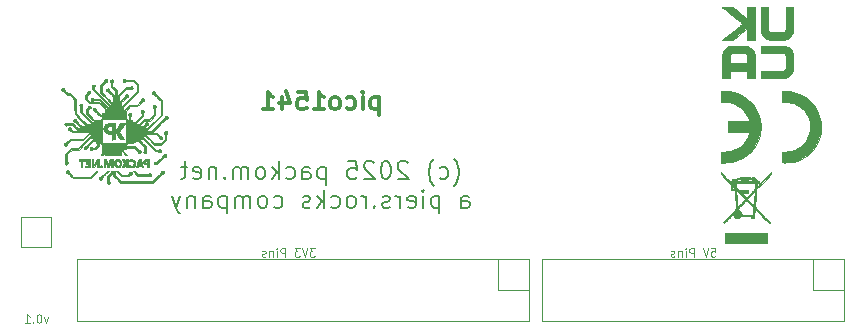
<source format=gbr>
%TF.GenerationSoftware,KiCad,Pcbnew,8.0.5*%
%TF.CreationDate,2025-05-13T06:25:59+01:00*%
%TF.ProjectId,pico1541 v0.1,7069636f-3135-4343-9120-76302e312e6b,rev?*%
%TF.SameCoordinates,Original*%
%TF.FileFunction,Legend,Bot*%
%TF.FilePolarity,Positive*%
%FSLAX46Y46*%
G04 Gerber Fmt 4.6, Leading zero omitted, Abs format (unit mm)*
G04 Created by KiCad (PCBNEW 8.0.5) date 2025-05-13 06:25:59*
%MOMM*%
%LPD*%
G01*
G04 APERTURE LIST*
%ADD10C,0.100000*%
%ADD11C,0.187500*%
%ADD12C,0.300000*%
%ADD13C,0.010000*%
G04 APERTURE END LIST*
D10*
X188595000Y-97129600D02*
X191195000Y-97129600D01*
X188595000Y-94529600D02*
X188595000Y-97129600D01*
X121539000Y-90932000D02*
X124079000Y-90932000D01*
X124079000Y-93472000D01*
X121539000Y-93472000D01*
X121539000Y-90932000D01*
X191195000Y-99729600D02*
X165675000Y-99729600D01*
X165675000Y-94529600D01*
X191195000Y-94529600D01*
X191195000Y-99729600D01*
X161925000Y-97129600D02*
X164525000Y-97129600D01*
X161925000Y-94529600D02*
X161925000Y-97129600D01*
X164525000Y-99729600D02*
X126305000Y-99729600D01*
X126305000Y-94529600D01*
X164525000Y-94529600D01*
X164525000Y-99729600D01*
X146395000Y-93598633D02*
X145961666Y-93598633D01*
X145961666Y-93598633D02*
X146195000Y-93865300D01*
X146195000Y-93865300D02*
X146095000Y-93865300D01*
X146095000Y-93865300D02*
X146028333Y-93898633D01*
X146028333Y-93898633D02*
X145995000Y-93931966D01*
X145995000Y-93931966D02*
X145961666Y-93998633D01*
X145961666Y-93998633D02*
X145961666Y-94165300D01*
X145961666Y-94165300D02*
X145995000Y-94231966D01*
X145995000Y-94231966D02*
X146028333Y-94265300D01*
X146028333Y-94265300D02*
X146095000Y-94298633D01*
X146095000Y-94298633D02*
X146295000Y-94298633D01*
X146295000Y-94298633D02*
X146361666Y-94265300D01*
X146361666Y-94265300D02*
X146395000Y-94231966D01*
X145761666Y-93598633D02*
X145528333Y-94298633D01*
X145528333Y-94298633D02*
X145294999Y-93598633D01*
X145128333Y-93598633D02*
X144694999Y-93598633D01*
X144694999Y-93598633D02*
X144928333Y-93865300D01*
X144928333Y-93865300D02*
X144828333Y-93865300D01*
X144828333Y-93865300D02*
X144761666Y-93898633D01*
X144761666Y-93898633D02*
X144728333Y-93931966D01*
X144728333Y-93931966D02*
X144694999Y-93998633D01*
X144694999Y-93998633D02*
X144694999Y-94165300D01*
X144694999Y-94165300D02*
X144728333Y-94231966D01*
X144728333Y-94231966D02*
X144761666Y-94265300D01*
X144761666Y-94265300D02*
X144828333Y-94298633D01*
X144828333Y-94298633D02*
X145028333Y-94298633D01*
X145028333Y-94298633D02*
X145094999Y-94265300D01*
X145094999Y-94265300D02*
X145128333Y-94231966D01*
X143861666Y-94298633D02*
X143861666Y-93598633D01*
X143861666Y-93598633D02*
X143594999Y-93598633D01*
X143594999Y-93598633D02*
X143528333Y-93631966D01*
X143528333Y-93631966D02*
X143494999Y-93665300D01*
X143494999Y-93665300D02*
X143461666Y-93731966D01*
X143461666Y-93731966D02*
X143461666Y-93831966D01*
X143461666Y-93831966D02*
X143494999Y-93898633D01*
X143494999Y-93898633D02*
X143528333Y-93931966D01*
X143528333Y-93931966D02*
X143594999Y-93965300D01*
X143594999Y-93965300D02*
X143861666Y-93965300D01*
X143161666Y-94298633D02*
X143161666Y-93831966D01*
X143161666Y-93598633D02*
X143194999Y-93631966D01*
X143194999Y-93631966D02*
X143161666Y-93665300D01*
X143161666Y-93665300D02*
X143128333Y-93631966D01*
X143128333Y-93631966D02*
X143161666Y-93598633D01*
X143161666Y-93598633D02*
X143161666Y-93665300D01*
X142828333Y-93831966D02*
X142828333Y-94298633D01*
X142828333Y-93898633D02*
X142795000Y-93865300D01*
X142795000Y-93865300D02*
X142728333Y-93831966D01*
X142728333Y-93831966D02*
X142628333Y-93831966D01*
X142628333Y-93831966D02*
X142561666Y-93865300D01*
X142561666Y-93865300D02*
X142528333Y-93931966D01*
X142528333Y-93931966D02*
X142528333Y-94298633D01*
X142228333Y-94265300D02*
X142161667Y-94298633D01*
X142161667Y-94298633D02*
X142028333Y-94298633D01*
X142028333Y-94298633D02*
X141961667Y-94265300D01*
X141961667Y-94265300D02*
X141928333Y-94198633D01*
X141928333Y-94198633D02*
X141928333Y-94165300D01*
X141928333Y-94165300D02*
X141961667Y-94098633D01*
X141961667Y-94098633D02*
X142028333Y-94065300D01*
X142028333Y-94065300D02*
X142128333Y-94065300D01*
X142128333Y-94065300D02*
X142195000Y-94031966D01*
X142195000Y-94031966D02*
X142228333Y-93965300D01*
X142228333Y-93965300D02*
X142228333Y-93931966D01*
X142228333Y-93931966D02*
X142195000Y-93865300D01*
X142195000Y-93865300D02*
X142128333Y-93831966D01*
X142128333Y-93831966D02*
X142028333Y-93831966D01*
X142028333Y-93831966D02*
X141961667Y-93865300D01*
D11*
X158188998Y-88313149D02*
X158260427Y-88241720D01*
X158260427Y-88241720D02*
X158403284Y-88027434D01*
X158403284Y-88027434D02*
X158474713Y-87884577D01*
X158474713Y-87884577D02*
X158546141Y-87670292D01*
X158546141Y-87670292D02*
X158617570Y-87313149D01*
X158617570Y-87313149D02*
X158617570Y-87027434D01*
X158617570Y-87027434D02*
X158546141Y-86670292D01*
X158546141Y-86670292D02*
X158474713Y-86456006D01*
X158474713Y-86456006D02*
X158403284Y-86313149D01*
X158403284Y-86313149D02*
X158260427Y-86098863D01*
X158260427Y-86098863D02*
X158188998Y-86027434D01*
X156974713Y-87670292D02*
X157117570Y-87741720D01*
X157117570Y-87741720D02*
X157403284Y-87741720D01*
X157403284Y-87741720D02*
X157546141Y-87670292D01*
X157546141Y-87670292D02*
X157617570Y-87598863D01*
X157617570Y-87598863D02*
X157688998Y-87456006D01*
X157688998Y-87456006D02*
X157688998Y-87027434D01*
X157688998Y-87027434D02*
X157617570Y-86884577D01*
X157617570Y-86884577D02*
X157546141Y-86813149D01*
X157546141Y-86813149D02*
X157403284Y-86741720D01*
X157403284Y-86741720D02*
X157117570Y-86741720D01*
X157117570Y-86741720D02*
X156974713Y-86813149D01*
X156474713Y-88313149D02*
X156403284Y-88241720D01*
X156403284Y-88241720D02*
X156260427Y-88027434D01*
X156260427Y-88027434D02*
X156188999Y-87884577D01*
X156188999Y-87884577D02*
X156117570Y-87670292D01*
X156117570Y-87670292D02*
X156046141Y-87313149D01*
X156046141Y-87313149D02*
X156046141Y-87027434D01*
X156046141Y-87027434D02*
X156117570Y-86670292D01*
X156117570Y-86670292D02*
X156188999Y-86456006D01*
X156188999Y-86456006D02*
X156260427Y-86313149D01*
X156260427Y-86313149D02*
X156403284Y-86098863D01*
X156403284Y-86098863D02*
X156474713Y-86027434D01*
X154260427Y-86384577D02*
X154188999Y-86313149D01*
X154188999Y-86313149D02*
X154046142Y-86241720D01*
X154046142Y-86241720D02*
X153688999Y-86241720D01*
X153688999Y-86241720D02*
X153546142Y-86313149D01*
X153546142Y-86313149D02*
X153474713Y-86384577D01*
X153474713Y-86384577D02*
X153403284Y-86527434D01*
X153403284Y-86527434D02*
X153403284Y-86670292D01*
X153403284Y-86670292D02*
X153474713Y-86884577D01*
X153474713Y-86884577D02*
X154331856Y-87741720D01*
X154331856Y-87741720D02*
X153403284Y-87741720D01*
X152474713Y-86241720D02*
X152331856Y-86241720D01*
X152331856Y-86241720D02*
X152188999Y-86313149D01*
X152188999Y-86313149D02*
X152117571Y-86384577D01*
X152117571Y-86384577D02*
X152046142Y-86527434D01*
X152046142Y-86527434D02*
X151974713Y-86813149D01*
X151974713Y-86813149D02*
X151974713Y-87170292D01*
X151974713Y-87170292D02*
X152046142Y-87456006D01*
X152046142Y-87456006D02*
X152117571Y-87598863D01*
X152117571Y-87598863D02*
X152188999Y-87670292D01*
X152188999Y-87670292D02*
X152331856Y-87741720D01*
X152331856Y-87741720D02*
X152474713Y-87741720D01*
X152474713Y-87741720D02*
X152617571Y-87670292D01*
X152617571Y-87670292D02*
X152688999Y-87598863D01*
X152688999Y-87598863D02*
X152760428Y-87456006D01*
X152760428Y-87456006D02*
X152831856Y-87170292D01*
X152831856Y-87170292D02*
X152831856Y-86813149D01*
X152831856Y-86813149D02*
X152760428Y-86527434D01*
X152760428Y-86527434D02*
X152688999Y-86384577D01*
X152688999Y-86384577D02*
X152617571Y-86313149D01*
X152617571Y-86313149D02*
X152474713Y-86241720D01*
X151403285Y-86384577D02*
X151331857Y-86313149D01*
X151331857Y-86313149D02*
X151189000Y-86241720D01*
X151189000Y-86241720D02*
X150831857Y-86241720D01*
X150831857Y-86241720D02*
X150689000Y-86313149D01*
X150689000Y-86313149D02*
X150617571Y-86384577D01*
X150617571Y-86384577D02*
X150546142Y-86527434D01*
X150546142Y-86527434D02*
X150546142Y-86670292D01*
X150546142Y-86670292D02*
X150617571Y-86884577D01*
X150617571Y-86884577D02*
X151474714Y-87741720D01*
X151474714Y-87741720D02*
X150546142Y-87741720D01*
X149189000Y-86241720D02*
X149903286Y-86241720D01*
X149903286Y-86241720D02*
X149974714Y-86956006D01*
X149974714Y-86956006D02*
X149903286Y-86884577D01*
X149903286Y-86884577D02*
X149760429Y-86813149D01*
X149760429Y-86813149D02*
X149403286Y-86813149D01*
X149403286Y-86813149D02*
X149260429Y-86884577D01*
X149260429Y-86884577D02*
X149189000Y-86956006D01*
X149189000Y-86956006D02*
X149117571Y-87098863D01*
X149117571Y-87098863D02*
X149117571Y-87456006D01*
X149117571Y-87456006D02*
X149189000Y-87598863D01*
X149189000Y-87598863D02*
X149260429Y-87670292D01*
X149260429Y-87670292D02*
X149403286Y-87741720D01*
X149403286Y-87741720D02*
X149760429Y-87741720D01*
X149760429Y-87741720D02*
X149903286Y-87670292D01*
X149903286Y-87670292D02*
X149974714Y-87598863D01*
X147331858Y-86741720D02*
X147331858Y-88241720D01*
X147331858Y-86813149D02*
X147189001Y-86741720D01*
X147189001Y-86741720D02*
X146903286Y-86741720D01*
X146903286Y-86741720D02*
X146760429Y-86813149D01*
X146760429Y-86813149D02*
X146689001Y-86884577D01*
X146689001Y-86884577D02*
X146617572Y-87027434D01*
X146617572Y-87027434D02*
X146617572Y-87456006D01*
X146617572Y-87456006D02*
X146689001Y-87598863D01*
X146689001Y-87598863D02*
X146760429Y-87670292D01*
X146760429Y-87670292D02*
X146903286Y-87741720D01*
X146903286Y-87741720D02*
X147189001Y-87741720D01*
X147189001Y-87741720D02*
X147331858Y-87670292D01*
X145331858Y-87741720D02*
X145331858Y-86956006D01*
X145331858Y-86956006D02*
X145403286Y-86813149D01*
X145403286Y-86813149D02*
X145546143Y-86741720D01*
X145546143Y-86741720D02*
X145831858Y-86741720D01*
X145831858Y-86741720D02*
X145974715Y-86813149D01*
X145331858Y-87670292D02*
X145474715Y-87741720D01*
X145474715Y-87741720D02*
X145831858Y-87741720D01*
X145831858Y-87741720D02*
X145974715Y-87670292D01*
X145974715Y-87670292D02*
X146046143Y-87527434D01*
X146046143Y-87527434D02*
X146046143Y-87384577D01*
X146046143Y-87384577D02*
X145974715Y-87241720D01*
X145974715Y-87241720D02*
X145831858Y-87170292D01*
X145831858Y-87170292D02*
X145474715Y-87170292D01*
X145474715Y-87170292D02*
X145331858Y-87098863D01*
X143974715Y-87670292D02*
X144117572Y-87741720D01*
X144117572Y-87741720D02*
X144403286Y-87741720D01*
X144403286Y-87741720D02*
X144546143Y-87670292D01*
X144546143Y-87670292D02*
X144617572Y-87598863D01*
X144617572Y-87598863D02*
X144689000Y-87456006D01*
X144689000Y-87456006D02*
X144689000Y-87027434D01*
X144689000Y-87027434D02*
X144617572Y-86884577D01*
X144617572Y-86884577D02*
X144546143Y-86813149D01*
X144546143Y-86813149D02*
X144403286Y-86741720D01*
X144403286Y-86741720D02*
X144117572Y-86741720D01*
X144117572Y-86741720D02*
X143974715Y-86813149D01*
X143331858Y-87741720D02*
X143331858Y-86241720D01*
X143189001Y-87170292D02*
X142760429Y-87741720D01*
X142760429Y-86741720D02*
X143331858Y-87313149D01*
X141903286Y-87741720D02*
X142046143Y-87670292D01*
X142046143Y-87670292D02*
X142117572Y-87598863D01*
X142117572Y-87598863D02*
X142189000Y-87456006D01*
X142189000Y-87456006D02*
X142189000Y-87027434D01*
X142189000Y-87027434D02*
X142117572Y-86884577D01*
X142117572Y-86884577D02*
X142046143Y-86813149D01*
X142046143Y-86813149D02*
X141903286Y-86741720D01*
X141903286Y-86741720D02*
X141689000Y-86741720D01*
X141689000Y-86741720D02*
X141546143Y-86813149D01*
X141546143Y-86813149D02*
X141474715Y-86884577D01*
X141474715Y-86884577D02*
X141403286Y-87027434D01*
X141403286Y-87027434D02*
X141403286Y-87456006D01*
X141403286Y-87456006D02*
X141474715Y-87598863D01*
X141474715Y-87598863D02*
X141546143Y-87670292D01*
X141546143Y-87670292D02*
X141689000Y-87741720D01*
X141689000Y-87741720D02*
X141903286Y-87741720D01*
X140760429Y-87741720D02*
X140760429Y-86741720D01*
X140760429Y-86884577D02*
X140689000Y-86813149D01*
X140689000Y-86813149D02*
X140546143Y-86741720D01*
X140546143Y-86741720D02*
X140331857Y-86741720D01*
X140331857Y-86741720D02*
X140189000Y-86813149D01*
X140189000Y-86813149D02*
X140117572Y-86956006D01*
X140117572Y-86956006D02*
X140117572Y-87741720D01*
X140117572Y-86956006D02*
X140046143Y-86813149D01*
X140046143Y-86813149D02*
X139903286Y-86741720D01*
X139903286Y-86741720D02*
X139689000Y-86741720D01*
X139689000Y-86741720D02*
X139546143Y-86813149D01*
X139546143Y-86813149D02*
X139474714Y-86956006D01*
X139474714Y-86956006D02*
X139474714Y-87741720D01*
X138760429Y-87598863D02*
X138689000Y-87670292D01*
X138689000Y-87670292D02*
X138760429Y-87741720D01*
X138760429Y-87741720D02*
X138831857Y-87670292D01*
X138831857Y-87670292D02*
X138760429Y-87598863D01*
X138760429Y-87598863D02*
X138760429Y-87741720D01*
X138046143Y-86741720D02*
X138046143Y-87741720D01*
X138046143Y-86884577D02*
X137974714Y-86813149D01*
X137974714Y-86813149D02*
X137831857Y-86741720D01*
X137831857Y-86741720D02*
X137617571Y-86741720D01*
X137617571Y-86741720D02*
X137474714Y-86813149D01*
X137474714Y-86813149D02*
X137403286Y-86956006D01*
X137403286Y-86956006D02*
X137403286Y-87741720D01*
X136117571Y-87670292D02*
X136260428Y-87741720D01*
X136260428Y-87741720D02*
X136546143Y-87741720D01*
X136546143Y-87741720D02*
X136689000Y-87670292D01*
X136689000Y-87670292D02*
X136760428Y-87527434D01*
X136760428Y-87527434D02*
X136760428Y-86956006D01*
X136760428Y-86956006D02*
X136689000Y-86813149D01*
X136689000Y-86813149D02*
X136546143Y-86741720D01*
X136546143Y-86741720D02*
X136260428Y-86741720D01*
X136260428Y-86741720D02*
X136117571Y-86813149D01*
X136117571Y-86813149D02*
X136046143Y-86956006D01*
X136046143Y-86956006D02*
X136046143Y-87098863D01*
X136046143Y-87098863D02*
X136760428Y-87241720D01*
X135617571Y-86741720D02*
X135046143Y-86741720D01*
X135403286Y-86241720D02*
X135403286Y-87527434D01*
X135403286Y-87527434D02*
X135331857Y-87670292D01*
X135331857Y-87670292D02*
X135189000Y-87741720D01*
X135189000Y-87741720D02*
X135046143Y-87741720D01*
X158796143Y-90156636D02*
X158796143Y-89370922D01*
X158796143Y-89370922D02*
X158867571Y-89228065D01*
X158867571Y-89228065D02*
X159010428Y-89156636D01*
X159010428Y-89156636D02*
X159296143Y-89156636D01*
X159296143Y-89156636D02*
X159439000Y-89228065D01*
X158796143Y-90085208D02*
X158939000Y-90156636D01*
X158939000Y-90156636D02*
X159296143Y-90156636D01*
X159296143Y-90156636D02*
X159439000Y-90085208D01*
X159439000Y-90085208D02*
X159510428Y-89942350D01*
X159510428Y-89942350D02*
X159510428Y-89799493D01*
X159510428Y-89799493D02*
X159439000Y-89656636D01*
X159439000Y-89656636D02*
X159296143Y-89585208D01*
X159296143Y-89585208D02*
X158939000Y-89585208D01*
X158939000Y-89585208D02*
X158796143Y-89513779D01*
X156939000Y-89156636D02*
X156939000Y-90656636D01*
X156939000Y-89228065D02*
X156796143Y-89156636D01*
X156796143Y-89156636D02*
X156510428Y-89156636D01*
X156510428Y-89156636D02*
X156367571Y-89228065D01*
X156367571Y-89228065D02*
X156296143Y-89299493D01*
X156296143Y-89299493D02*
X156224714Y-89442350D01*
X156224714Y-89442350D02*
X156224714Y-89870922D01*
X156224714Y-89870922D02*
X156296143Y-90013779D01*
X156296143Y-90013779D02*
X156367571Y-90085208D01*
X156367571Y-90085208D02*
X156510428Y-90156636D01*
X156510428Y-90156636D02*
X156796143Y-90156636D01*
X156796143Y-90156636D02*
X156939000Y-90085208D01*
X155581857Y-90156636D02*
X155581857Y-89156636D01*
X155581857Y-88656636D02*
X155653285Y-88728065D01*
X155653285Y-88728065D02*
X155581857Y-88799493D01*
X155581857Y-88799493D02*
X155510428Y-88728065D01*
X155510428Y-88728065D02*
X155581857Y-88656636D01*
X155581857Y-88656636D02*
X155581857Y-88799493D01*
X154296142Y-90085208D02*
X154438999Y-90156636D01*
X154438999Y-90156636D02*
X154724714Y-90156636D01*
X154724714Y-90156636D02*
X154867571Y-90085208D01*
X154867571Y-90085208D02*
X154938999Y-89942350D01*
X154938999Y-89942350D02*
X154938999Y-89370922D01*
X154938999Y-89370922D02*
X154867571Y-89228065D01*
X154867571Y-89228065D02*
X154724714Y-89156636D01*
X154724714Y-89156636D02*
X154438999Y-89156636D01*
X154438999Y-89156636D02*
X154296142Y-89228065D01*
X154296142Y-89228065D02*
X154224714Y-89370922D01*
X154224714Y-89370922D02*
X154224714Y-89513779D01*
X154224714Y-89513779D02*
X154938999Y-89656636D01*
X153581857Y-90156636D02*
X153581857Y-89156636D01*
X153581857Y-89442350D02*
X153510428Y-89299493D01*
X153510428Y-89299493D02*
X153439000Y-89228065D01*
X153439000Y-89228065D02*
X153296142Y-89156636D01*
X153296142Y-89156636D02*
X153153285Y-89156636D01*
X152724714Y-90085208D02*
X152581857Y-90156636D01*
X152581857Y-90156636D02*
X152296143Y-90156636D01*
X152296143Y-90156636D02*
X152153286Y-90085208D01*
X152153286Y-90085208D02*
X152081857Y-89942350D01*
X152081857Y-89942350D02*
X152081857Y-89870922D01*
X152081857Y-89870922D02*
X152153286Y-89728065D01*
X152153286Y-89728065D02*
X152296143Y-89656636D01*
X152296143Y-89656636D02*
X152510429Y-89656636D01*
X152510429Y-89656636D02*
X152653286Y-89585208D01*
X152653286Y-89585208D02*
X152724714Y-89442350D01*
X152724714Y-89442350D02*
X152724714Y-89370922D01*
X152724714Y-89370922D02*
X152653286Y-89228065D01*
X152653286Y-89228065D02*
X152510429Y-89156636D01*
X152510429Y-89156636D02*
X152296143Y-89156636D01*
X152296143Y-89156636D02*
X152153286Y-89228065D01*
X151439000Y-90013779D02*
X151367571Y-90085208D01*
X151367571Y-90085208D02*
X151439000Y-90156636D01*
X151439000Y-90156636D02*
X151510428Y-90085208D01*
X151510428Y-90085208D02*
X151439000Y-90013779D01*
X151439000Y-90013779D02*
X151439000Y-90156636D01*
X150724714Y-90156636D02*
X150724714Y-89156636D01*
X150724714Y-89442350D02*
X150653285Y-89299493D01*
X150653285Y-89299493D02*
X150581857Y-89228065D01*
X150581857Y-89228065D02*
X150438999Y-89156636D01*
X150438999Y-89156636D02*
X150296142Y-89156636D01*
X149581857Y-90156636D02*
X149724714Y-90085208D01*
X149724714Y-90085208D02*
X149796143Y-90013779D01*
X149796143Y-90013779D02*
X149867571Y-89870922D01*
X149867571Y-89870922D02*
X149867571Y-89442350D01*
X149867571Y-89442350D02*
X149796143Y-89299493D01*
X149796143Y-89299493D02*
X149724714Y-89228065D01*
X149724714Y-89228065D02*
X149581857Y-89156636D01*
X149581857Y-89156636D02*
X149367571Y-89156636D01*
X149367571Y-89156636D02*
X149224714Y-89228065D01*
X149224714Y-89228065D02*
X149153286Y-89299493D01*
X149153286Y-89299493D02*
X149081857Y-89442350D01*
X149081857Y-89442350D02*
X149081857Y-89870922D01*
X149081857Y-89870922D02*
X149153286Y-90013779D01*
X149153286Y-90013779D02*
X149224714Y-90085208D01*
X149224714Y-90085208D02*
X149367571Y-90156636D01*
X149367571Y-90156636D02*
X149581857Y-90156636D01*
X147796143Y-90085208D02*
X147939000Y-90156636D01*
X147939000Y-90156636D02*
X148224714Y-90156636D01*
X148224714Y-90156636D02*
X148367571Y-90085208D01*
X148367571Y-90085208D02*
X148439000Y-90013779D01*
X148439000Y-90013779D02*
X148510428Y-89870922D01*
X148510428Y-89870922D02*
X148510428Y-89442350D01*
X148510428Y-89442350D02*
X148439000Y-89299493D01*
X148439000Y-89299493D02*
X148367571Y-89228065D01*
X148367571Y-89228065D02*
X148224714Y-89156636D01*
X148224714Y-89156636D02*
X147939000Y-89156636D01*
X147939000Y-89156636D02*
X147796143Y-89228065D01*
X147153286Y-90156636D02*
X147153286Y-88656636D01*
X147010429Y-89585208D02*
X146581857Y-90156636D01*
X146581857Y-89156636D02*
X147153286Y-89728065D01*
X146010428Y-90085208D02*
X145867571Y-90156636D01*
X145867571Y-90156636D02*
X145581857Y-90156636D01*
X145581857Y-90156636D02*
X145439000Y-90085208D01*
X145439000Y-90085208D02*
X145367571Y-89942350D01*
X145367571Y-89942350D02*
X145367571Y-89870922D01*
X145367571Y-89870922D02*
X145439000Y-89728065D01*
X145439000Y-89728065D02*
X145581857Y-89656636D01*
X145581857Y-89656636D02*
X145796143Y-89656636D01*
X145796143Y-89656636D02*
X145939000Y-89585208D01*
X145939000Y-89585208D02*
X146010428Y-89442350D01*
X146010428Y-89442350D02*
X146010428Y-89370922D01*
X146010428Y-89370922D02*
X145939000Y-89228065D01*
X145939000Y-89228065D02*
X145796143Y-89156636D01*
X145796143Y-89156636D02*
X145581857Y-89156636D01*
X145581857Y-89156636D02*
X145439000Y-89228065D01*
X142939000Y-90085208D02*
X143081857Y-90156636D01*
X143081857Y-90156636D02*
X143367571Y-90156636D01*
X143367571Y-90156636D02*
X143510428Y-90085208D01*
X143510428Y-90085208D02*
X143581857Y-90013779D01*
X143581857Y-90013779D02*
X143653285Y-89870922D01*
X143653285Y-89870922D02*
X143653285Y-89442350D01*
X143653285Y-89442350D02*
X143581857Y-89299493D01*
X143581857Y-89299493D02*
X143510428Y-89228065D01*
X143510428Y-89228065D02*
X143367571Y-89156636D01*
X143367571Y-89156636D02*
X143081857Y-89156636D01*
X143081857Y-89156636D02*
X142939000Y-89228065D01*
X142081857Y-90156636D02*
X142224714Y-90085208D01*
X142224714Y-90085208D02*
X142296143Y-90013779D01*
X142296143Y-90013779D02*
X142367571Y-89870922D01*
X142367571Y-89870922D02*
X142367571Y-89442350D01*
X142367571Y-89442350D02*
X142296143Y-89299493D01*
X142296143Y-89299493D02*
X142224714Y-89228065D01*
X142224714Y-89228065D02*
X142081857Y-89156636D01*
X142081857Y-89156636D02*
X141867571Y-89156636D01*
X141867571Y-89156636D02*
X141724714Y-89228065D01*
X141724714Y-89228065D02*
X141653286Y-89299493D01*
X141653286Y-89299493D02*
X141581857Y-89442350D01*
X141581857Y-89442350D02*
X141581857Y-89870922D01*
X141581857Y-89870922D02*
X141653286Y-90013779D01*
X141653286Y-90013779D02*
X141724714Y-90085208D01*
X141724714Y-90085208D02*
X141867571Y-90156636D01*
X141867571Y-90156636D02*
X142081857Y-90156636D01*
X140939000Y-90156636D02*
X140939000Y-89156636D01*
X140939000Y-89299493D02*
X140867571Y-89228065D01*
X140867571Y-89228065D02*
X140724714Y-89156636D01*
X140724714Y-89156636D02*
X140510428Y-89156636D01*
X140510428Y-89156636D02*
X140367571Y-89228065D01*
X140367571Y-89228065D02*
X140296143Y-89370922D01*
X140296143Y-89370922D02*
X140296143Y-90156636D01*
X140296143Y-89370922D02*
X140224714Y-89228065D01*
X140224714Y-89228065D02*
X140081857Y-89156636D01*
X140081857Y-89156636D02*
X139867571Y-89156636D01*
X139867571Y-89156636D02*
X139724714Y-89228065D01*
X139724714Y-89228065D02*
X139653285Y-89370922D01*
X139653285Y-89370922D02*
X139653285Y-90156636D01*
X138939000Y-89156636D02*
X138939000Y-90656636D01*
X138939000Y-89228065D02*
X138796143Y-89156636D01*
X138796143Y-89156636D02*
X138510428Y-89156636D01*
X138510428Y-89156636D02*
X138367571Y-89228065D01*
X138367571Y-89228065D02*
X138296143Y-89299493D01*
X138296143Y-89299493D02*
X138224714Y-89442350D01*
X138224714Y-89442350D02*
X138224714Y-89870922D01*
X138224714Y-89870922D02*
X138296143Y-90013779D01*
X138296143Y-90013779D02*
X138367571Y-90085208D01*
X138367571Y-90085208D02*
X138510428Y-90156636D01*
X138510428Y-90156636D02*
X138796143Y-90156636D01*
X138796143Y-90156636D02*
X138939000Y-90085208D01*
X136939000Y-90156636D02*
X136939000Y-89370922D01*
X136939000Y-89370922D02*
X137010428Y-89228065D01*
X137010428Y-89228065D02*
X137153285Y-89156636D01*
X137153285Y-89156636D02*
X137439000Y-89156636D01*
X137439000Y-89156636D02*
X137581857Y-89228065D01*
X136939000Y-90085208D02*
X137081857Y-90156636D01*
X137081857Y-90156636D02*
X137439000Y-90156636D01*
X137439000Y-90156636D02*
X137581857Y-90085208D01*
X137581857Y-90085208D02*
X137653285Y-89942350D01*
X137653285Y-89942350D02*
X137653285Y-89799493D01*
X137653285Y-89799493D02*
X137581857Y-89656636D01*
X137581857Y-89656636D02*
X137439000Y-89585208D01*
X137439000Y-89585208D02*
X137081857Y-89585208D01*
X137081857Y-89585208D02*
X136939000Y-89513779D01*
X136224714Y-89156636D02*
X136224714Y-90156636D01*
X136224714Y-89299493D02*
X136153285Y-89228065D01*
X136153285Y-89228065D02*
X136010428Y-89156636D01*
X136010428Y-89156636D02*
X135796142Y-89156636D01*
X135796142Y-89156636D02*
X135653285Y-89228065D01*
X135653285Y-89228065D02*
X135581857Y-89370922D01*
X135581857Y-89370922D02*
X135581857Y-90156636D01*
X135010428Y-89156636D02*
X134653285Y-90156636D01*
X134296142Y-89156636D02*
X134653285Y-90156636D01*
X134653285Y-90156636D02*
X134796142Y-90513779D01*
X134796142Y-90513779D02*
X134867571Y-90585208D01*
X134867571Y-90585208D02*
X135010428Y-90656636D01*
D10*
X123809000Y-99419966D02*
X123642333Y-99886633D01*
X123642333Y-99886633D02*
X123475666Y-99419966D01*
X123075667Y-99186633D02*
X123009000Y-99186633D01*
X123009000Y-99186633D02*
X122942333Y-99219966D01*
X122942333Y-99219966D02*
X122909000Y-99253300D01*
X122909000Y-99253300D02*
X122875667Y-99319966D01*
X122875667Y-99319966D02*
X122842333Y-99453300D01*
X122842333Y-99453300D02*
X122842333Y-99619966D01*
X122842333Y-99619966D02*
X122875667Y-99753300D01*
X122875667Y-99753300D02*
X122909000Y-99819966D01*
X122909000Y-99819966D02*
X122942333Y-99853300D01*
X122942333Y-99853300D02*
X123009000Y-99886633D01*
X123009000Y-99886633D02*
X123075667Y-99886633D01*
X123075667Y-99886633D02*
X123142333Y-99853300D01*
X123142333Y-99853300D02*
X123175667Y-99819966D01*
X123175667Y-99819966D02*
X123209000Y-99753300D01*
X123209000Y-99753300D02*
X123242333Y-99619966D01*
X123242333Y-99619966D02*
X123242333Y-99453300D01*
X123242333Y-99453300D02*
X123209000Y-99319966D01*
X123209000Y-99319966D02*
X123175667Y-99253300D01*
X123175667Y-99253300D02*
X123142333Y-99219966D01*
X123142333Y-99219966D02*
X123075667Y-99186633D01*
X122542333Y-99819966D02*
X122509000Y-99853300D01*
X122509000Y-99853300D02*
X122542333Y-99886633D01*
X122542333Y-99886633D02*
X122575666Y-99853300D01*
X122575666Y-99853300D02*
X122542333Y-99819966D01*
X122542333Y-99819966D02*
X122542333Y-99886633D01*
X121842333Y-99886633D02*
X122242333Y-99886633D01*
X122042333Y-99886633D02*
X122042333Y-99186633D01*
X122042333Y-99186633D02*
X122109000Y-99286633D01*
X122109000Y-99286633D02*
X122175667Y-99353300D01*
X122175667Y-99353300D02*
X122242333Y-99386633D01*
D12*
X151796142Y-80831328D02*
X151796142Y-82331328D01*
X151796142Y-80902757D02*
X151653285Y-80831328D01*
X151653285Y-80831328D02*
X151367570Y-80831328D01*
X151367570Y-80831328D02*
X151224713Y-80902757D01*
X151224713Y-80902757D02*
X151153285Y-80974185D01*
X151153285Y-80974185D02*
X151081856Y-81117042D01*
X151081856Y-81117042D02*
X151081856Y-81545614D01*
X151081856Y-81545614D02*
X151153285Y-81688471D01*
X151153285Y-81688471D02*
X151224713Y-81759900D01*
X151224713Y-81759900D02*
X151367570Y-81831328D01*
X151367570Y-81831328D02*
X151653285Y-81831328D01*
X151653285Y-81831328D02*
X151796142Y-81759900D01*
X150438999Y-81831328D02*
X150438999Y-80831328D01*
X150438999Y-80331328D02*
X150510427Y-80402757D01*
X150510427Y-80402757D02*
X150438999Y-80474185D01*
X150438999Y-80474185D02*
X150367570Y-80402757D01*
X150367570Y-80402757D02*
X150438999Y-80331328D01*
X150438999Y-80331328D02*
X150438999Y-80474185D01*
X149081856Y-81759900D02*
X149224713Y-81831328D01*
X149224713Y-81831328D02*
X149510427Y-81831328D01*
X149510427Y-81831328D02*
X149653284Y-81759900D01*
X149653284Y-81759900D02*
X149724713Y-81688471D01*
X149724713Y-81688471D02*
X149796141Y-81545614D01*
X149796141Y-81545614D02*
X149796141Y-81117042D01*
X149796141Y-81117042D02*
X149724713Y-80974185D01*
X149724713Y-80974185D02*
X149653284Y-80902757D01*
X149653284Y-80902757D02*
X149510427Y-80831328D01*
X149510427Y-80831328D02*
X149224713Y-80831328D01*
X149224713Y-80831328D02*
X149081856Y-80902757D01*
X148224713Y-81831328D02*
X148367570Y-81759900D01*
X148367570Y-81759900D02*
X148438999Y-81688471D01*
X148438999Y-81688471D02*
X148510427Y-81545614D01*
X148510427Y-81545614D02*
X148510427Y-81117042D01*
X148510427Y-81117042D02*
X148438999Y-80974185D01*
X148438999Y-80974185D02*
X148367570Y-80902757D01*
X148367570Y-80902757D02*
X148224713Y-80831328D01*
X148224713Y-80831328D02*
X148010427Y-80831328D01*
X148010427Y-80831328D02*
X147867570Y-80902757D01*
X147867570Y-80902757D02*
X147796142Y-80974185D01*
X147796142Y-80974185D02*
X147724713Y-81117042D01*
X147724713Y-81117042D02*
X147724713Y-81545614D01*
X147724713Y-81545614D02*
X147796142Y-81688471D01*
X147796142Y-81688471D02*
X147867570Y-81759900D01*
X147867570Y-81759900D02*
X148010427Y-81831328D01*
X148010427Y-81831328D02*
X148224713Y-81831328D01*
X146296141Y-81831328D02*
X147153284Y-81831328D01*
X146724713Y-81831328D02*
X146724713Y-80331328D01*
X146724713Y-80331328D02*
X146867570Y-80545614D01*
X146867570Y-80545614D02*
X147010427Y-80688471D01*
X147010427Y-80688471D02*
X147153284Y-80759900D01*
X144938999Y-80331328D02*
X145653285Y-80331328D01*
X145653285Y-80331328D02*
X145724713Y-81045614D01*
X145724713Y-81045614D02*
X145653285Y-80974185D01*
X145653285Y-80974185D02*
X145510428Y-80902757D01*
X145510428Y-80902757D02*
X145153285Y-80902757D01*
X145153285Y-80902757D02*
X145010428Y-80974185D01*
X145010428Y-80974185D02*
X144938999Y-81045614D01*
X144938999Y-81045614D02*
X144867570Y-81188471D01*
X144867570Y-81188471D02*
X144867570Y-81545614D01*
X144867570Y-81545614D02*
X144938999Y-81688471D01*
X144938999Y-81688471D02*
X145010428Y-81759900D01*
X145010428Y-81759900D02*
X145153285Y-81831328D01*
X145153285Y-81831328D02*
X145510428Y-81831328D01*
X145510428Y-81831328D02*
X145653285Y-81759900D01*
X145653285Y-81759900D02*
X145724713Y-81688471D01*
X143581857Y-80831328D02*
X143581857Y-81831328D01*
X143938999Y-80259900D02*
X144296142Y-81331328D01*
X144296142Y-81331328D02*
X143367571Y-81331328D01*
X142010428Y-81831328D02*
X142867571Y-81831328D01*
X142439000Y-81831328D02*
X142439000Y-80331328D01*
X142439000Y-80331328D02*
X142581857Y-80545614D01*
X142581857Y-80545614D02*
X142724714Y-80688471D01*
X142724714Y-80688471D02*
X142867571Y-80759900D01*
D10*
X179951666Y-93598633D02*
X180284999Y-93598633D01*
X180284999Y-93598633D02*
X180318332Y-93931966D01*
X180318332Y-93931966D02*
X180284999Y-93898633D01*
X180284999Y-93898633D02*
X180218332Y-93865300D01*
X180218332Y-93865300D02*
X180051666Y-93865300D01*
X180051666Y-93865300D02*
X179984999Y-93898633D01*
X179984999Y-93898633D02*
X179951666Y-93931966D01*
X179951666Y-93931966D02*
X179918332Y-93998633D01*
X179918332Y-93998633D02*
X179918332Y-94165300D01*
X179918332Y-94165300D02*
X179951666Y-94231966D01*
X179951666Y-94231966D02*
X179984999Y-94265300D01*
X179984999Y-94265300D02*
X180051666Y-94298633D01*
X180051666Y-94298633D02*
X180218332Y-94298633D01*
X180218332Y-94298633D02*
X180284999Y-94265300D01*
X180284999Y-94265300D02*
X180318332Y-94231966D01*
X179718332Y-93598633D02*
X179484999Y-94298633D01*
X179484999Y-94298633D02*
X179251665Y-93598633D01*
X178484999Y-94298633D02*
X178484999Y-93598633D01*
X178484999Y-93598633D02*
X178218332Y-93598633D01*
X178218332Y-93598633D02*
X178151666Y-93631966D01*
X178151666Y-93631966D02*
X178118332Y-93665300D01*
X178118332Y-93665300D02*
X178084999Y-93731966D01*
X178084999Y-93731966D02*
X178084999Y-93831966D01*
X178084999Y-93831966D02*
X178118332Y-93898633D01*
X178118332Y-93898633D02*
X178151666Y-93931966D01*
X178151666Y-93931966D02*
X178218332Y-93965300D01*
X178218332Y-93965300D02*
X178484999Y-93965300D01*
X177784999Y-94298633D02*
X177784999Y-93831966D01*
X177784999Y-93598633D02*
X177818332Y-93631966D01*
X177818332Y-93631966D02*
X177784999Y-93665300D01*
X177784999Y-93665300D02*
X177751666Y-93631966D01*
X177751666Y-93631966D02*
X177784999Y-93598633D01*
X177784999Y-93598633D02*
X177784999Y-93665300D01*
X177451666Y-93831966D02*
X177451666Y-94298633D01*
X177451666Y-93898633D02*
X177418333Y-93865300D01*
X177418333Y-93865300D02*
X177351666Y-93831966D01*
X177351666Y-93831966D02*
X177251666Y-93831966D01*
X177251666Y-93831966D02*
X177184999Y-93865300D01*
X177184999Y-93865300D02*
X177151666Y-93931966D01*
X177151666Y-93931966D02*
X177151666Y-94298633D01*
X176851666Y-94265300D02*
X176785000Y-94298633D01*
X176785000Y-94298633D02*
X176651666Y-94298633D01*
X176651666Y-94298633D02*
X176585000Y-94265300D01*
X176585000Y-94265300D02*
X176551666Y-94198633D01*
X176551666Y-94198633D02*
X176551666Y-94165300D01*
X176551666Y-94165300D02*
X176585000Y-94098633D01*
X176585000Y-94098633D02*
X176651666Y-94065300D01*
X176651666Y-94065300D02*
X176751666Y-94065300D01*
X176751666Y-94065300D02*
X176818333Y-94031966D01*
X176818333Y-94031966D02*
X176851666Y-93965300D01*
X176851666Y-93965300D02*
X176851666Y-93931966D01*
X176851666Y-93931966D02*
X176818333Y-93865300D01*
X176818333Y-93865300D02*
X176751666Y-93831966D01*
X176751666Y-93831966D02*
X176651666Y-93831966D01*
X176651666Y-93831966D02*
X176585000Y-93865300D01*
D13*
%TO.C,REF\u002A\u002A*%
X181086787Y-80296008D02*
X181198313Y-80296968D01*
X181331615Y-80301356D01*
X181451480Y-80309981D01*
X181565300Y-80323592D01*
X181680470Y-80342938D01*
X181804381Y-80368769D01*
X181904691Y-80393267D01*
X182161400Y-80474322D01*
X182411491Y-80579517D01*
X182652515Y-80707325D01*
X182882027Y-80856214D01*
X183097578Y-81024656D01*
X183296720Y-81211121D01*
X183477007Y-81414079D01*
X183480427Y-81418325D01*
X183641924Y-81640177D01*
X183782879Y-81877877D01*
X183902609Y-82129809D01*
X184000431Y-82394354D01*
X184075661Y-82669894D01*
X184127617Y-82954812D01*
X184133662Y-83012752D01*
X184138834Y-83099298D01*
X184141981Y-83199925D01*
X184143105Y-83308009D01*
X184142208Y-83416923D01*
X184139292Y-83520046D01*
X184134359Y-83610751D01*
X184127410Y-83682416D01*
X184124865Y-83701155D01*
X184073588Y-83979092D01*
X183998289Y-84250532D01*
X183899975Y-84513089D01*
X183779652Y-84764378D01*
X183638327Y-85002012D01*
X183477007Y-85223607D01*
X183440460Y-85267859D01*
X183306650Y-85413982D01*
X183155573Y-85558431D01*
X182993786Y-85695545D01*
X182827844Y-85819667D01*
X182664303Y-85925135D01*
X182608501Y-85957068D01*
X182395315Y-86064465D01*
X182169575Y-86157284D01*
X181937614Y-86233376D01*
X181705763Y-86290594D01*
X181480354Y-86326789D01*
X181473289Y-86327526D01*
X181424821Y-86330981D01*
X181356842Y-86334126D01*
X181275109Y-86336766D01*
X181185376Y-86338709D01*
X181093401Y-86339762D01*
X180805667Y-86341479D01*
X180805667Y-85408776D01*
X181093401Y-85408799D01*
X181164141Y-85408664D01*
X181249832Y-85407769D01*
X181318119Y-85405702D01*
X181374391Y-85402078D01*
X181424042Y-85396513D01*
X181472462Y-85388622D01*
X181525044Y-85378021D01*
X181530745Y-85376794D01*
X181764262Y-85313206D01*
X181985309Y-85226624D01*
X182192891Y-85117719D01*
X182386010Y-84987163D01*
X182563667Y-84835630D01*
X182724866Y-84663791D01*
X182868608Y-84472319D01*
X182878064Y-84457967D01*
X182934440Y-84363569D01*
X182990718Y-84255892D01*
X183043815Y-84141878D01*
X183090648Y-84028469D01*
X183128136Y-83922611D01*
X183153196Y-83831244D01*
X183162561Y-83788250D01*
X181400979Y-83788250D01*
X181400979Y-82848979D01*
X183162561Y-82848979D01*
X183153196Y-82805984D01*
X183147102Y-82780388D01*
X183119625Y-82689488D01*
X183081318Y-82585702D01*
X183035164Y-82475866D01*
X182984145Y-82366820D01*
X182931244Y-82265402D01*
X182879446Y-82178449D01*
X182854807Y-82141379D01*
X182714547Y-81958430D01*
X182554951Y-81792418D01*
X182377780Y-81644544D01*
X182184799Y-81516009D01*
X181977768Y-81408012D01*
X181758451Y-81321754D01*
X181528611Y-81258436D01*
X181494711Y-81251308D01*
X181448012Y-81243008D01*
X181400524Y-81236996D01*
X181347112Y-81232914D01*
X181282645Y-81230408D01*
X181201990Y-81229120D01*
X181100015Y-81228695D01*
X180805665Y-81228406D01*
X180805667Y-80295750D01*
X181086787Y-80296008D01*
G36*
X181086787Y-80296008D02*
G01*
X181198313Y-80296968D01*
X181331615Y-80301356D01*
X181451480Y-80309981D01*
X181565300Y-80323592D01*
X181680470Y-80342938D01*
X181804381Y-80368769D01*
X181904691Y-80393267D01*
X182161400Y-80474322D01*
X182411491Y-80579517D01*
X182652515Y-80707325D01*
X182882027Y-80856214D01*
X183097578Y-81024656D01*
X183296720Y-81211121D01*
X183477007Y-81414079D01*
X183480427Y-81418325D01*
X183641924Y-81640177D01*
X183782879Y-81877877D01*
X183902609Y-82129809D01*
X184000431Y-82394354D01*
X184075661Y-82669894D01*
X184127617Y-82954812D01*
X184133662Y-83012752D01*
X184138834Y-83099298D01*
X184141981Y-83199925D01*
X184143105Y-83308009D01*
X184142208Y-83416923D01*
X184139292Y-83520046D01*
X184134359Y-83610751D01*
X184127410Y-83682416D01*
X184124865Y-83701155D01*
X184073588Y-83979092D01*
X183998289Y-84250532D01*
X183899975Y-84513089D01*
X183779652Y-84764378D01*
X183638327Y-85002012D01*
X183477007Y-85223607D01*
X183440460Y-85267859D01*
X183306650Y-85413982D01*
X183155573Y-85558431D01*
X182993786Y-85695545D01*
X182827844Y-85819667D01*
X182664303Y-85925135D01*
X182608501Y-85957068D01*
X182395315Y-86064465D01*
X182169575Y-86157284D01*
X181937614Y-86233376D01*
X181705763Y-86290594D01*
X181480354Y-86326789D01*
X181473289Y-86327526D01*
X181424821Y-86330981D01*
X181356842Y-86334126D01*
X181275109Y-86336766D01*
X181185376Y-86338709D01*
X181093401Y-86339762D01*
X180805667Y-86341479D01*
X180805667Y-85408776D01*
X181093401Y-85408799D01*
X181164141Y-85408664D01*
X181249832Y-85407769D01*
X181318119Y-85405702D01*
X181374391Y-85402078D01*
X181424042Y-85396513D01*
X181472462Y-85388622D01*
X181525044Y-85378021D01*
X181530745Y-85376794D01*
X181764262Y-85313206D01*
X181985309Y-85226624D01*
X182192891Y-85117719D01*
X182386010Y-84987163D01*
X182563667Y-84835630D01*
X182724866Y-84663791D01*
X182868608Y-84472319D01*
X182878064Y-84457967D01*
X182934440Y-84363569D01*
X182990718Y-84255892D01*
X183043815Y-84141878D01*
X183090648Y-84028469D01*
X183128136Y-83922611D01*
X183153196Y-83831244D01*
X183162561Y-83788250D01*
X181400979Y-83788250D01*
X181400979Y-82848979D01*
X183162561Y-82848979D01*
X183153196Y-82805984D01*
X183147102Y-82780388D01*
X183119625Y-82689488D01*
X183081318Y-82585702D01*
X183035164Y-82475866D01*
X182984145Y-82366820D01*
X182931244Y-82265402D01*
X182879446Y-82178449D01*
X182854807Y-82141379D01*
X182714547Y-81958430D01*
X182554951Y-81792418D01*
X182377780Y-81644544D01*
X182184799Y-81516009D01*
X181977768Y-81408012D01*
X181758451Y-81321754D01*
X181528611Y-81258436D01*
X181494711Y-81251308D01*
X181448012Y-81243008D01*
X181400524Y-81236996D01*
X181347112Y-81232914D01*
X181282645Y-81230408D01*
X181201990Y-81229120D01*
X181100015Y-81228695D01*
X180805665Y-81228406D01*
X180805667Y-80295750D01*
X181086787Y-80296008D01*
G37*
X186262764Y-80296612D02*
X186351450Y-80298413D01*
X186438419Y-80301212D01*
X186518782Y-80304930D01*
X186587646Y-80309490D01*
X186640120Y-80314813D01*
X186830921Y-80346241D01*
X187104623Y-80413153D01*
X187368787Y-80503971D01*
X187622047Y-80617897D01*
X187863041Y-80754133D01*
X188090402Y-80911882D01*
X188302767Y-81090344D01*
X188498770Y-81288723D01*
X188677048Y-81506218D01*
X188755872Y-81617017D01*
X188903354Y-81857637D01*
X189027081Y-82109714D01*
X189126795Y-82372614D01*
X189202241Y-82645706D01*
X189253162Y-82928354D01*
X189256963Y-82960472D01*
X189264334Y-83054014D01*
X189269066Y-83163854D01*
X189271161Y-83282887D01*
X189270618Y-83404009D01*
X189267437Y-83520118D01*
X189261618Y-83624107D01*
X189253162Y-83708875D01*
X189239945Y-83797709D01*
X189181808Y-84074383D01*
X189099958Y-84341070D01*
X188995385Y-84596573D01*
X188869079Y-84839698D01*
X188722030Y-85069247D01*
X188555227Y-85284026D01*
X188369660Y-85482838D01*
X188166320Y-85664487D01*
X187946195Y-85827777D01*
X187710277Y-85971513D01*
X187459553Y-86094498D01*
X187195016Y-86195536D01*
X187113934Y-86220667D01*
X186986338Y-86255083D01*
X186853872Y-86285706D01*
X186726271Y-86310341D01*
X186613271Y-86326789D01*
X186612762Y-86326847D01*
X186567417Y-86330531D01*
X186504909Y-86333663D01*
X186430083Y-86336197D01*
X186347783Y-86338083D01*
X186262854Y-86339274D01*
X186180142Y-86339723D01*
X186104490Y-86339382D01*
X186040744Y-86338203D01*
X185993749Y-86336138D01*
X185968349Y-86333141D01*
X185938583Y-86325164D01*
X185938583Y-85408186D01*
X186213089Y-85408504D01*
X186268233Y-85408352D01*
X186393742Y-85405680D01*
X186501894Y-85399016D01*
X186599130Y-85387463D01*
X186691893Y-85370129D01*
X186786623Y-85346118D01*
X186889763Y-85314535D01*
X187073252Y-85245336D01*
X187281307Y-85141931D01*
X187474845Y-85017719D01*
X187652579Y-84874168D01*
X187813219Y-84712748D01*
X187955478Y-84534928D01*
X188078069Y-84342177D01*
X188179701Y-84135965D01*
X188259089Y-83917759D01*
X188314943Y-83689031D01*
X188316181Y-83682233D01*
X188328149Y-83592571D01*
X188336116Y-83485837D01*
X188340074Y-83369234D01*
X188340015Y-83249965D01*
X188335934Y-83135234D01*
X188327823Y-83032244D01*
X188315674Y-82948197D01*
X188295515Y-82855629D01*
X188227456Y-82626193D01*
X188136234Y-82408394D01*
X188022527Y-82203520D01*
X187887015Y-82012861D01*
X187730378Y-81837705D01*
X187671099Y-81780408D01*
X187518702Y-81651326D01*
X187356062Y-81539977D01*
X187175511Y-81440879D01*
X187099803Y-81404911D01*
X186917168Y-81330839D01*
X186736580Y-81277075D01*
X186552141Y-81242382D01*
X186357953Y-81225523D01*
X186148119Y-81225259D01*
X185938583Y-81232530D01*
X185938583Y-80312065D01*
X185968349Y-80304088D01*
X185988697Y-80300945D01*
X186035330Y-80297975D01*
X186099813Y-80296315D01*
X186177255Y-80295887D01*
X186262764Y-80296612D01*
G36*
X186262764Y-80296612D02*
G01*
X186351450Y-80298413D01*
X186438419Y-80301212D01*
X186518782Y-80304930D01*
X186587646Y-80309490D01*
X186640120Y-80314813D01*
X186830921Y-80346241D01*
X187104623Y-80413153D01*
X187368787Y-80503971D01*
X187622047Y-80617897D01*
X187863041Y-80754133D01*
X188090402Y-80911882D01*
X188302767Y-81090344D01*
X188498770Y-81288723D01*
X188677048Y-81506218D01*
X188755872Y-81617017D01*
X188903354Y-81857637D01*
X189027081Y-82109714D01*
X189126795Y-82372614D01*
X189202241Y-82645706D01*
X189253162Y-82928354D01*
X189256963Y-82960472D01*
X189264334Y-83054014D01*
X189269066Y-83163854D01*
X189271161Y-83282887D01*
X189270618Y-83404009D01*
X189267437Y-83520118D01*
X189261618Y-83624107D01*
X189253162Y-83708875D01*
X189239945Y-83797709D01*
X189181808Y-84074383D01*
X189099958Y-84341070D01*
X188995385Y-84596573D01*
X188869079Y-84839698D01*
X188722030Y-85069247D01*
X188555227Y-85284026D01*
X188369660Y-85482838D01*
X188166320Y-85664487D01*
X187946195Y-85827777D01*
X187710277Y-85971513D01*
X187459553Y-86094498D01*
X187195016Y-86195536D01*
X187113934Y-86220667D01*
X186986338Y-86255083D01*
X186853872Y-86285706D01*
X186726271Y-86310341D01*
X186613271Y-86326789D01*
X186612762Y-86326847D01*
X186567417Y-86330531D01*
X186504909Y-86333663D01*
X186430083Y-86336197D01*
X186347783Y-86338083D01*
X186262854Y-86339274D01*
X186180142Y-86339723D01*
X186104490Y-86339382D01*
X186040744Y-86338203D01*
X185993749Y-86336138D01*
X185968349Y-86333141D01*
X185938583Y-86325164D01*
X185938583Y-85408186D01*
X186213089Y-85408504D01*
X186268233Y-85408352D01*
X186393742Y-85405680D01*
X186501894Y-85399016D01*
X186599130Y-85387463D01*
X186691893Y-85370129D01*
X186786623Y-85346118D01*
X186889763Y-85314535D01*
X187073252Y-85245336D01*
X187281307Y-85141931D01*
X187474845Y-85017719D01*
X187652579Y-84874168D01*
X187813219Y-84712748D01*
X187955478Y-84534928D01*
X188078069Y-84342177D01*
X188179701Y-84135965D01*
X188259089Y-83917759D01*
X188314943Y-83689031D01*
X188316181Y-83682233D01*
X188328149Y-83592571D01*
X188336116Y-83485837D01*
X188340074Y-83369234D01*
X188340015Y-83249965D01*
X188335934Y-83135234D01*
X188327823Y-83032244D01*
X188315674Y-82948197D01*
X188295515Y-82855629D01*
X188227456Y-82626193D01*
X188136234Y-82408394D01*
X188022527Y-82203520D01*
X187887015Y-82012861D01*
X187730378Y-81837705D01*
X187671099Y-81780408D01*
X187518702Y-81651326D01*
X187356062Y-81539977D01*
X187175511Y-81440879D01*
X187099803Y-81404911D01*
X186917168Y-81330839D01*
X186736580Y-81277075D01*
X186552141Y-81242382D01*
X186357953Y-81225523D01*
X186148119Y-81225259D01*
X185938583Y-81232530D01*
X185938583Y-80312065D01*
X185968349Y-80304088D01*
X185988697Y-80300945D01*
X186035330Y-80297975D01*
X186099813Y-80296315D01*
X186177255Y-80295887D01*
X186262764Y-80296612D01*
G37*
X183642000Y-75956583D02*
X183007209Y-75956583D01*
X183004459Y-75465518D01*
X183001708Y-74974454D01*
X181774042Y-75956572D01*
X181331563Y-75956578D01*
X181281611Y-75956527D01*
X181190805Y-75956163D01*
X181108212Y-75955478D01*
X181035990Y-75954513D01*
X180976300Y-75953306D01*
X180931298Y-75951896D01*
X180903146Y-75950324D01*
X180894001Y-75948628D01*
X180900058Y-75943412D01*
X180921721Y-75925868D01*
X180958036Y-75896854D01*
X181007899Y-75857241D01*
X181070205Y-75807900D01*
X181143851Y-75749704D01*
X181227733Y-75683523D01*
X181320746Y-75610229D01*
X181421787Y-75530694D01*
X181529752Y-75445789D01*
X181643537Y-75356386D01*
X181762037Y-75263357D01*
X181860254Y-75186228D01*
X181974689Y-75096218D01*
X182083382Y-75010569D01*
X182185241Y-74930150D01*
X182279172Y-74855827D01*
X182364083Y-74788470D01*
X182438881Y-74728947D01*
X182502474Y-74678127D01*
X182553768Y-74636878D01*
X182591671Y-74606067D01*
X182615090Y-74586565D01*
X182622933Y-74579238D01*
X182618129Y-74574943D01*
X182597949Y-74558424D01*
X182563041Y-74530378D01*
X182514514Y-74491680D01*
X182453472Y-74443205D01*
X182381023Y-74385829D01*
X182298274Y-74320427D01*
X182206331Y-74247873D01*
X182106300Y-74169044D01*
X181999289Y-74084814D01*
X181886403Y-73996058D01*
X181768750Y-73903653D01*
X181682443Y-73835888D01*
X181567674Y-73745730D01*
X181458268Y-73659734D01*
X181355355Y-73578789D01*
X181260064Y-73503785D01*
X181173524Y-73435614D01*
X181096865Y-73375164D01*
X181031215Y-73323326D01*
X180977704Y-73280990D01*
X180937461Y-73249046D01*
X180911615Y-73228384D01*
X180901295Y-73219894D01*
X180899706Y-73217633D01*
X180901742Y-73214324D01*
X180911216Y-73211630D01*
X180929842Y-73209489D01*
X180959338Y-73207843D01*
X181001419Y-73206630D01*
X181057801Y-73205792D01*
X181130201Y-73205268D01*
X181220336Y-73204998D01*
X181329920Y-73204922D01*
X181774042Y-73204928D01*
X183001708Y-74187046D01*
X183004459Y-73695981D01*
X183007209Y-73204917D01*
X183642000Y-73204917D01*
X183642000Y-75956583D01*
G36*
X183642000Y-75956583D02*
G01*
X183007209Y-75956583D01*
X183004459Y-75465518D01*
X183001708Y-74974454D01*
X181774042Y-75956572D01*
X181331563Y-75956578D01*
X181281611Y-75956527D01*
X181190805Y-75956163D01*
X181108212Y-75955478D01*
X181035990Y-75954513D01*
X180976300Y-75953306D01*
X180931298Y-75951896D01*
X180903146Y-75950324D01*
X180894001Y-75948628D01*
X180900058Y-75943412D01*
X180921721Y-75925868D01*
X180958036Y-75896854D01*
X181007899Y-75857241D01*
X181070205Y-75807900D01*
X181143851Y-75749704D01*
X181227733Y-75683523D01*
X181320746Y-75610229D01*
X181421787Y-75530694D01*
X181529752Y-75445789D01*
X181643537Y-75356386D01*
X181762037Y-75263357D01*
X181860254Y-75186228D01*
X181974689Y-75096218D01*
X182083382Y-75010569D01*
X182185241Y-74930150D01*
X182279172Y-74855827D01*
X182364083Y-74788470D01*
X182438881Y-74728947D01*
X182502474Y-74678127D01*
X182553768Y-74636878D01*
X182591671Y-74606067D01*
X182615090Y-74586565D01*
X182622933Y-74579238D01*
X182618129Y-74574943D01*
X182597949Y-74558424D01*
X182563041Y-74530378D01*
X182514514Y-74491680D01*
X182453472Y-74443205D01*
X182381023Y-74385829D01*
X182298274Y-74320427D01*
X182206331Y-74247873D01*
X182106300Y-74169044D01*
X181999289Y-74084814D01*
X181886403Y-73996058D01*
X181768750Y-73903653D01*
X181682443Y-73835888D01*
X181567674Y-73745730D01*
X181458268Y-73659734D01*
X181355355Y-73578789D01*
X181260064Y-73503785D01*
X181173524Y-73435614D01*
X181096865Y-73375164D01*
X181031215Y-73323326D01*
X180977704Y-73280990D01*
X180937461Y-73249046D01*
X180911615Y-73228384D01*
X180901295Y-73219894D01*
X180899706Y-73217633D01*
X180901742Y-73214324D01*
X180911216Y-73211630D01*
X180929842Y-73209489D01*
X180959338Y-73207843D01*
X181001419Y-73206630D01*
X181057801Y-73205792D01*
X181130201Y-73205268D01*
X181220336Y-73204998D01*
X181329920Y-73204922D01*
X181774042Y-73204928D01*
X183001708Y-74187046D01*
X183004459Y-73695981D01*
X183007209Y-73204917D01*
X183642000Y-73204917D01*
X183642000Y-75956583D01*
G37*
X183639657Y-78181729D02*
X183642605Y-79205667D01*
X183007000Y-79205667D01*
X183007000Y-78581250D01*
X181525333Y-78581250D01*
X181525333Y-79205667D01*
X180890333Y-79205667D01*
X180890408Y-78208187D01*
X180890409Y-78195459D01*
X180890438Y-78028798D01*
X180890514Y-77881832D01*
X180890664Y-77753189D01*
X180890913Y-77641497D01*
X180891289Y-77545382D01*
X180891818Y-77463472D01*
X180892527Y-77394394D01*
X180893441Y-77336776D01*
X180894588Y-77289244D01*
X180895550Y-77262688D01*
X181525333Y-77262688D01*
X181525333Y-77946250D01*
X183007000Y-77946250D01*
X183007000Y-77606964D01*
X183006873Y-77508311D01*
X183006262Y-77428258D01*
X183004802Y-77364364D01*
X183002131Y-77314186D01*
X182997885Y-77275284D01*
X182991701Y-77245214D01*
X182983216Y-77221537D01*
X182972066Y-77201809D01*
X182957888Y-77183590D01*
X182940318Y-77164437D01*
X182932854Y-77156532D01*
X182918624Y-77141829D01*
X182904788Y-77129448D01*
X182889549Y-77119188D01*
X182871110Y-77110848D01*
X182847675Y-77104229D01*
X182817448Y-77099132D01*
X182778630Y-77095355D01*
X182729427Y-77092699D01*
X182668040Y-77090964D01*
X182592674Y-77089949D01*
X182501531Y-77089456D01*
X182392815Y-77089284D01*
X182264730Y-77089232D01*
X181707667Y-77089000D01*
X181650896Y-77118564D01*
X181622061Y-77135437D01*
X181588747Y-77164459D01*
X181559729Y-77205408D01*
X181525333Y-77262688D01*
X180895550Y-77262688D01*
X180895994Y-77250427D01*
X180897685Y-77218951D01*
X180899689Y-77193444D01*
X180902031Y-77172534D01*
X180904738Y-77154846D01*
X180907837Y-77139010D01*
X180911353Y-77123651D01*
X180930900Y-77054613D01*
X180981654Y-76931891D01*
X181049352Y-76819607D01*
X181132366Y-76719338D01*
X181229069Y-76632665D01*
X181337832Y-76561166D01*
X181457028Y-76506421D01*
X181585029Y-76470009D01*
X181591116Y-76468819D01*
X181611908Y-76465407D01*
X181636191Y-76462550D01*
X181665732Y-76460213D01*
X181702299Y-76458363D01*
X181747659Y-76456965D01*
X181803579Y-76455986D01*
X181871828Y-76455391D01*
X181954173Y-76455146D01*
X182052380Y-76455218D01*
X182168218Y-76455571D01*
X182303454Y-76456173D01*
X182938208Y-76459292D01*
X183038750Y-76494131D01*
X183039470Y-76494380D01*
X183169188Y-76550006D01*
X183285397Y-76621790D01*
X183387431Y-76709069D01*
X183474630Y-76811181D01*
X183546331Y-76927462D01*
X183601869Y-77057250D01*
X183636708Y-77157792D01*
X183638002Y-77606964D01*
X183639657Y-78181729D01*
G36*
X183639657Y-78181729D02*
G01*
X183642605Y-79205667D01*
X183007000Y-79205667D01*
X183007000Y-78581250D01*
X181525333Y-78581250D01*
X181525333Y-79205667D01*
X180890333Y-79205667D01*
X180890408Y-78208187D01*
X180890409Y-78195459D01*
X180890438Y-78028798D01*
X180890514Y-77881832D01*
X180890664Y-77753189D01*
X180890913Y-77641497D01*
X180891289Y-77545382D01*
X180891818Y-77463472D01*
X180892527Y-77394394D01*
X180893441Y-77336776D01*
X180894588Y-77289244D01*
X180895550Y-77262688D01*
X181525333Y-77262688D01*
X181525333Y-77946250D01*
X183007000Y-77946250D01*
X183007000Y-77606964D01*
X183006873Y-77508311D01*
X183006262Y-77428258D01*
X183004802Y-77364364D01*
X183002131Y-77314186D01*
X182997885Y-77275284D01*
X182991701Y-77245214D01*
X182983216Y-77221537D01*
X182972066Y-77201809D01*
X182957888Y-77183590D01*
X182940318Y-77164437D01*
X182932854Y-77156532D01*
X182918624Y-77141829D01*
X182904788Y-77129448D01*
X182889549Y-77119188D01*
X182871110Y-77110848D01*
X182847675Y-77104229D01*
X182817448Y-77099132D01*
X182778630Y-77095355D01*
X182729427Y-77092699D01*
X182668040Y-77090964D01*
X182592674Y-77089949D01*
X182501531Y-77089456D01*
X182392815Y-77089284D01*
X182264730Y-77089232D01*
X181707667Y-77089000D01*
X181650896Y-77118564D01*
X181622061Y-77135437D01*
X181588747Y-77164459D01*
X181559729Y-77205408D01*
X181525333Y-77262688D01*
X180895550Y-77262688D01*
X180895994Y-77250427D01*
X180897685Y-77218951D01*
X180899689Y-77193444D01*
X180902031Y-77172534D01*
X180904738Y-77154846D01*
X180907837Y-77139010D01*
X180911353Y-77123651D01*
X180930900Y-77054613D01*
X180981654Y-76931891D01*
X181049352Y-76819607D01*
X181132366Y-76719338D01*
X181229069Y-76632665D01*
X181337832Y-76561166D01*
X181457028Y-76506421D01*
X181585029Y-76470009D01*
X181591116Y-76468819D01*
X181611908Y-76465407D01*
X181636191Y-76462550D01*
X181665732Y-76460213D01*
X181702299Y-76458363D01*
X181747659Y-76456965D01*
X181803579Y-76455986D01*
X181871828Y-76455391D01*
X181954173Y-76455146D01*
X182052380Y-76455218D01*
X182168218Y-76455571D01*
X182303454Y-76456173D01*
X182938208Y-76459292D01*
X183038750Y-76494131D01*
X183039470Y-76494380D01*
X183169188Y-76550006D01*
X183285397Y-76621790D01*
X183387431Y-76709069D01*
X183474630Y-76811181D01*
X183546331Y-76927462D01*
X183601869Y-77057250D01*
X183636708Y-77157792D01*
X183638002Y-77606964D01*
X183639657Y-78181729D01*
G37*
X184774417Y-74168340D02*
X184774401Y-74309765D01*
X184774385Y-74461607D01*
X184774452Y-74594715D01*
X184774681Y-74710416D01*
X184775157Y-74810038D01*
X184775961Y-74894909D01*
X184777175Y-74966356D01*
X184778881Y-75025709D01*
X184781162Y-75074294D01*
X184784100Y-75113440D01*
X184787776Y-75144475D01*
X184792273Y-75168726D01*
X184797674Y-75187522D01*
X184804060Y-75202190D01*
X184811513Y-75214059D01*
X184820116Y-75224456D01*
X184829950Y-75234709D01*
X184841099Y-75246146D01*
X184848314Y-75253787D01*
X184862587Y-75268550D01*
X184876434Y-75280981D01*
X184891654Y-75291283D01*
X184910047Y-75299653D01*
X184933411Y-75306292D01*
X184963548Y-75311401D01*
X185002255Y-75315180D01*
X185051332Y-75317828D01*
X185112579Y-75319546D01*
X185187795Y-75320534D01*
X185278779Y-75320992D01*
X185387331Y-75321120D01*
X185515250Y-75321118D01*
X185594039Y-75321105D01*
X185705143Y-75320998D01*
X185798019Y-75320736D01*
X185874484Y-75320260D01*
X185936353Y-75319510D01*
X185985440Y-75318427D01*
X186023562Y-75316951D01*
X186052533Y-75315024D01*
X186074167Y-75312587D01*
X186090281Y-75309579D01*
X186102690Y-75305943D01*
X186113208Y-75301618D01*
X186138928Y-75288217D01*
X186193479Y-75244645D01*
X186234020Y-75185758D01*
X186235714Y-75182403D01*
X186239272Y-75174655D01*
X186242390Y-75165765D01*
X186245096Y-75154396D01*
X186247420Y-75139214D01*
X186249390Y-75118884D01*
X186251037Y-75092071D01*
X186252389Y-75057441D01*
X186253475Y-75013658D01*
X186254324Y-74959387D01*
X186254965Y-74893295D01*
X186255428Y-74814044D01*
X186255742Y-74720302D01*
X186255935Y-74610733D01*
X186256037Y-74484001D01*
X186256077Y-74338773D01*
X186256083Y-74173713D01*
X186256083Y-73204917D01*
X186891083Y-73204917D01*
X186891009Y-74202396D01*
X186891008Y-74215124D01*
X186890979Y-74381785D01*
X186890903Y-74528751D01*
X186890753Y-74657394D01*
X186890504Y-74769086D01*
X186890128Y-74865201D01*
X186889599Y-74947111D01*
X186888890Y-75016189D01*
X186887976Y-75073807D01*
X186886829Y-75121339D01*
X186885423Y-75160156D01*
X186883732Y-75191632D01*
X186881728Y-75217139D01*
X186879386Y-75238049D01*
X186876679Y-75255737D01*
X186873580Y-75271573D01*
X186870064Y-75286932D01*
X186854477Y-75343556D01*
X186805266Y-75467439D01*
X186738755Y-75581025D01*
X186656525Y-75682772D01*
X186560154Y-75771133D01*
X186451221Y-75844565D01*
X186331304Y-75901523D01*
X186201984Y-75940463D01*
X186194502Y-75941955D01*
X186173755Y-75944929D01*
X186146186Y-75947417D01*
X186110200Y-75949450D01*
X186064206Y-75951056D01*
X186006608Y-75952263D01*
X185935814Y-75953100D01*
X185850228Y-75953596D01*
X185748259Y-75953780D01*
X185628311Y-75953680D01*
X185488792Y-75953326D01*
X184843208Y-75951292D01*
X184742888Y-75916285D01*
X184741089Y-75915656D01*
X184610350Y-75859510D01*
X184494174Y-75788032D01*
X184392788Y-75701448D01*
X184306420Y-75599986D01*
X184235297Y-75483872D01*
X184179645Y-75353333D01*
X184144708Y-75252792D01*
X184141760Y-74228854D01*
X184138812Y-73204917D01*
X184774417Y-73204917D01*
X184774417Y-74168340D01*
G36*
X184774417Y-74168340D02*
G01*
X184774401Y-74309765D01*
X184774385Y-74461607D01*
X184774452Y-74594715D01*
X184774681Y-74710416D01*
X184775157Y-74810038D01*
X184775961Y-74894909D01*
X184777175Y-74966356D01*
X184778881Y-75025709D01*
X184781162Y-75074294D01*
X184784100Y-75113440D01*
X184787776Y-75144475D01*
X184792273Y-75168726D01*
X184797674Y-75187522D01*
X184804060Y-75202190D01*
X184811513Y-75214059D01*
X184820116Y-75224456D01*
X184829950Y-75234709D01*
X184841099Y-75246146D01*
X184848314Y-75253787D01*
X184862587Y-75268550D01*
X184876434Y-75280981D01*
X184891654Y-75291283D01*
X184910047Y-75299653D01*
X184933411Y-75306292D01*
X184963548Y-75311401D01*
X185002255Y-75315180D01*
X185051332Y-75317828D01*
X185112579Y-75319546D01*
X185187795Y-75320534D01*
X185278779Y-75320992D01*
X185387331Y-75321120D01*
X185515250Y-75321118D01*
X185594039Y-75321105D01*
X185705143Y-75320998D01*
X185798019Y-75320736D01*
X185874484Y-75320260D01*
X185936353Y-75319510D01*
X185985440Y-75318427D01*
X186023562Y-75316951D01*
X186052533Y-75315024D01*
X186074167Y-75312587D01*
X186090281Y-75309579D01*
X186102690Y-75305943D01*
X186113208Y-75301618D01*
X186138928Y-75288217D01*
X186193479Y-75244645D01*
X186234020Y-75185758D01*
X186235714Y-75182403D01*
X186239272Y-75174655D01*
X186242390Y-75165765D01*
X186245096Y-75154396D01*
X186247420Y-75139214D01*
X186249390Y-75118884D01*
X186251037Y-75092071D01*
X186252389Y-75057441D01*
X186253475Y-75013658D01*
X186254324Y-74959387D01*
X186254965Y-74893295D01*
X186255428Y-74814044D01*
X186255742Y-74720302D01*
X186255935Y-74610733D01*
X186256037Y-74484001D01*
X186256077Y-74338773D01*
X186256083Y-74173713D01*
X186256083Y-73204917D01*
X186891083Y-73204917D01*
X186891009Y-74202396D01*
X186891008Y-74215124D01*
X186890979Y-74381785D01*
X186890903Y-74528751D01*
X186890753Y-74657394D01*
X186890504Y-74769086D01*
X186890128Y-74865201D01*
X186889599Y-74947111D01*
X186888890Y-75016189D01*
X186887976Y-75073807D01*
X186886829Y-75121339D01*
X186885423Y-75160156D01*
X186883732Y-75191632D01*
X186881728Y-75217139D01*
X186879386Y-75238049D01*
X186876679Y-75255737D01*
X186873580Y-75271573D01*
X186870064Y-75286932D01*
X186854477Y-75343556D01*
X186805266Y-75467439D01*
X186738755Y-75581025D01*
X186656525Y-75682772D01*
X186560154Y-75771133D01*
X186451221Y-75844565D01*
X186331304Y-75901523D01*
X186201984Y-75940463D01*
X186194502Y-75941955D01*
X186173755Y-75944929D01*
X186146186Y-75947417D01*
X186110200Y-75949450D01*
X186064206Y-75951056D01*
X186006608Y-75952263D01*
X185935814Y-75953100D01*
X185850228Y-75953596D01*
X185748259Y-75953780D01*
X185628311Y-75953680D01*
X185488792Y-75953326D01*
X184843208Y-75951292D01*
X184742888Y-75916285D01*
X184741089Y-75915656D01*
X184610350Y-75859510D01*
X184494174Y-75788032D01*
X184392788Y-75701448D01*
X184306420Y-75599986D01*
X184235297Y-75483872D01*
X184179645Y-75353333D01*
X184144708Y-75252792D01*
X184141760Y-74228854D01*
X184138812Y-73204917D01*
X184774417Y-73204917D01*
X184774417Y-74168340D01*
G37*
X185131604Y-76454184D02*
X185253938Y-76454227D01*
X185411976Y-76454366D01*
X185551040Y-76454614D01*
X185672418Y-76454989D01*
X185777402Y-76455511D01*
X185867281Y-76456199D01*
X185943346Y-76457071D01*
X186006888Y-76458148D01*
X186059195Y-76459447D01*
X186101559Y-76460988D01*
X186135270Y-76462791D01*
X186161617Y-76464874D01*
X186181892Y-76467256D01*
X186197384Y-76469957D01*
X186261634Y-76486065D01*
X186386778Y-76532882D01*
X186501782Y-76596975D01*
X186605081Y-76676825D01*
X186695108Y-76770910D01*
X186770297Y-76877708D01*
X186829084Y-76995698D01*
X186869901Y-77123359D01*
X186874338Y-77142709D01*
X186878207Y-77162070D01*
X186881436Y-77182747D01*
X186884069Y-77206545D01*
X186886154Y-77235267D01*
X186887735Y-77270720D01*
X186888858Y-77314706D01*
X186889570Y-77369032D01*
X186889916Y-77435500D01*
X186889941Y-77515917D01*
X186889692Y-77612086D01*
X186889213Y-77725813D01*
X186888552Y-77858901D01*
X186888138Y-77940988D01*
X186887472Y-78067129D01*
X186886716Y-78175009D01*
X186885696Y-78266464D01*
X186884233Y-78343334D01*
X186882153Y-78407457D01*
X186879278Y-78460673D01*
X186875432Y-78504819D01*
X186870440Y-78541736D01*
X186864124Y-78573260D01*
X186856309Y-78601232D01*
X186846818Y-78627489D01*
X186835474Y-78653871D01*
X186822103Y-78682217D01*
X186806526Y-78714364D01*
X186751879Y-78810680D01*
X186671628Y-78914815D01*
X186576913Y-79006071D01*
X186470098Y-79082528D01*
X186353547Y-79142262D01*
X186229625Y-79183353D01*
X186228409Y-79183650D01*
X186213468Y-79187110D01*
X186197837Y-79190159D01*
X186180153Y-79192824D01*
X186159050Y-79195134D01*
X186133162Y-79197114D01*
X186101125Y-79198792D01*
X186061573Y-79200194D01*
X186013142Y-79201349D01*
X185954465Y-79202283D01*
X185884178Y-79203022D01*
X185800915Y-79203595D01*
X185703312Y-79204027D01*
X185590002Y-79204347D01*
X185459622Y-79204581D01*
X185310806Y-79204757D01*
X185142188Y-79204900D01*
X184139417Y-79205667D01*
X184139417Y-78570667D01*
X185110438Y-78570567D01*
X186081458Y-78570468D01*
X186136885Y-78538681D01*
X186149777Y-78530918D01*
X186191506Y-78496957D01*
X186224098Y-78451468D01*
X186255885Y-78396042D01*
X186255984Y-77832057D01*
X186255990Y-77788446D01*
X186255968Y-77671422D01*
X186255835Y-77573155D01*
X186255526Y-77491839D01*
X186254974Y-77425668D01*
X186254116Y-77372837D01*
X186252885Y-77331539D01*
X186251216Y-77299969D01*
X186249045Y-77276321D01*
X186246304Y-77258788D01*
X186242930Y-77245565D01*
X186238857Y-77234846D01*
X186234020Y-77224825D01*
X186219650Y-77199780D01*
X186173909Y-77147170D01*
X186113208Y-77108965D01*
X186108143Y-77106774D01*
X186099177Y-77103700D01*
X186087720Y-77101010D01*
X186072438Y-77098680D01*
X186051998Y-77096683D01*
X186025064Y-77094993D01*
X185990304Y-77093584D01*
X185946383Y-77092430D01*
X185891967Y-77091504D01*
X185825722Y-77090781D01*
X185746314Y-77090234D01*
X185652410Y-77089838D01*
X185542675Y-77089565D01*
X185415775Y-77089391D01*
X185270377Y-77089289D01*
X185105146Y-77089232D01*
X184139417Y-77089000D01*
X184139417Y-76454000D01*
X185131604Y-76454184D01*
G36*
X185131604Y-76454184D02*
G01*
X185253938Y-76454227D01*
X185411976Y-76454366D01*
X185551040Y-76454614D01*
X185672418Y-76454989D01*
X185777402Y-76455511D01*
X185867281Y-76456199D01*
X185943346Y-76457071D01*
X186006888Y-76458148D01*
X186059195Y-76459447D01*
X186101559Y-76460988D01*
X186135270Y-76462791D01*
X186161617Y-76464874D01*
X186181892Y-76467256D01*
X186197384Y-76469957D01*
X186261634Y-76486065D01*
X186386778Y-76532882D01*
X186501782Y-76596975D01*
X186605081Y-76676825D01*
X186695108Y-76770910D01*
X186770297Y-76877708D01*
X186829084Y-76995698D01*
X186869901Y-77123359D01*
X186874338Y-77142709D01*
X186878207Y-77162070D01*
X186881436Y-77182747D01*
X186884069Y-77206545D01*
X186886154Y-77235267D01*
X186887735Y-77270720D01*
X186888858Y-77314706D01*
X186889570Y-77369032D01*
X186889916Y-77435500D01*
X186889941Y-77515917D01*
X186889692Y-77612086D01*
X186889213Y-77725813D01*
X186888552Y-77858901D01*
X186888138Y-77940988D01*
X186887472Y-78067129D01*
X186886716Y-78175009D01*
X186885696Y-78266464D01*
X186884233Y-78343334D01*
X186882153Y-78407457D01*
X186879278Y-78460673D01*
X186875432Y-78504819D01*
X186870440Y-78541736D01*
X186864124Y-78573260D01*
X186856309Y-78601232D01*
X186846818Y-78627489D01*
X186835474Y-78653871D01*
X186822103Y-78682217D01*
X186806526Y-78714364D01*
X186751879Y-78810680D01*
X186671628Y-78914815D01*
X186576913Y-79006071D01*
X186470098Y-79082528D01*
X186353547Y-79142262D01*
X186229625Y-79183353D01*
X186228409Y-79183650D01*
X186213468Y-79187110D01*
X186197837Y-79190159D01*
X186180153Y-79192824D01*
X186159050Y-79195134D01*
X186133162Y-79197114D01*
X186101125Y-79198792D01*
X186061573Y-79200194D01*
X186013142Y-79201349D01*
X185954465Y-79202283D01*
X185884178Y-79203022D01*
X185800915Y-79203595D01*
X185703312Y-79204027D01*
X185590002Y-79204347D01*
X185459622Y-79204581D01*
X185310806Y-79204757D01*
X185142188Y-79204900D01*
X184139417Y-79205667D01*
X184139417Y-78570667D01*
X185110438Y-78570567D01*
X186081458Y-78570468D01*
X186136885Y-78538681D01*
X186149777Y-78530918D01*
X186191506Y-78496957D01*
X186224098Y-78451468D01*
X186255885Y-78396042D01*
X186255984Y-77832057D01*
X186255990Y-77788446D01*
X186255968Y-77671422D01*
X186255835Y-77573155D01*
X186255526Y-77491839D01*
X186254974Y-77425668D01*
X186254116Y-77372837D01*
X186252885Y-77331539D01*
X186251216Y-77299969D01*
X186249045Y-77276321D01*
X186246304Y-77258788D01*
X186242930Y-77245565D01*
X186238857Y-77234846D01*
X186234020Y-77224825D01*
X186219650Y-77199780D01*
X186173909Y-77147170D01*
X186113208Y-77108965D01*
X186108143Y-77106774D01*
X186099177Y-77103700D01*
X186087720Y-77101010D01*
X186072438Y-77098680D01*
X186051998Y-77096683D01*
X186025064Y-77094993D01*
X185990304Y-77093584D01*
X185946383Y-77092430D01*
X185891967Y-77091504D01*
X185825722Y-77090781D01*
X185746314Y-77090234D01*
X185652410Y-77089838D01*
X185542675Y-77089565D01*
X185415775Y-77089391D01*
X185270377Y-77089289D01*
X185105146Y-77089232D01*
X184139417Y-77089000D01*
X184139417Y-76454000D01*
X185131604Y-76454184D01*
G37*
X184652971Y-93187822D02*
X181132178Y-93187822D01*
X181132178Y-92320198D01*
X184652971Y-92320198D01*
X184652971Y-93187822D01*
G36*
X184652971Y-93187822D02*
G01*
X181132178Y-93187822D01*
X181132178Y-92320198D01*
X184652971Y-92320198D01*
X184652971Y-93187822D01*
G37*
X183621894Y-87645718D02*
X183622388Y-87658668D01*
X183628819Y-87680411D01*
X183647123Y-87698851D01*
X183682830Y-87720801D01*
X183714174Y-87740854D01*
X183761893Y-87779356D01*
X183805138Y-87822579D01*
X183838219Y-87864627D01*
X183855442Y-87899604D01*
X183859662Y-87913081D01*
X183867480Y-87922334D01*
X183870116Y-87925454D01*
X183891662Y-87930696D01*
X183931314Y-87931782D01*
X183999109Y-87931782D01*
X183999109Y-88044951D01*
X183839577Y-88044951D01*
X183824682Y-88222732D01*
X183822682Y-88247037D01*
X183818023Y-88307880D01*
X183814731Y-88357389D01*
X183813092Y-88390992D01*
X183813390Y-88404116D01*
X183817724Y-88400343D01*
X183837496Y-88380676D01*
X183871679Y-88345818D01*
X183918541Y-88297576D01*
X183976354Y-88237757D01*
X184043387Y-88168167D01*
X184117912Y-88090615D01*
X184198197Y-88006907D01*
X184282513Y-87918849D01*
X184369130Y-87828250D01*
X184456319Y-87736915D01*
X184542349Y-87646653D01*
X184625492Y-87559269D01*
X184704016Y-87476572D01*
X184776192Y-87400368D01*
X184840291Y-87332463D01*
X184894583Y-87274666D01*
X184991592Y-87171040D01*
X184992034Y-87259315D01*
X184992475Y-87347589D01*
X184391938Y-87979158D01*
X183791401Y-88610726D01*
X183779396Y-88754674D01*
X183731365Y-89330635D01*
X183722876Y-89432791D01*
X183712343Y-89560612D01*
X183702621Y-89679767D01*
X183693898Y-89787914D01*
X183686358Y-89882713D01*
X183680187Y-89961819D01*
X183675573Y-90022892D01*
X183672700Y-90063590D01*
X183671754Y-90081570D01*
X183674251Y-90089808D01*
X183685471Y-90107599D01*
X183706751Y-90134411D01*
X183717021Y-90146129D01*
X183739225Y-90171466D01*
X183784023Y-90219986D01*
X183842281Y-90281192D01*
X183915129Y-90356307D01*
X184003703Y-90446550D01*
X184109134Y-90553145D01*
X184178492Y-90623093D01*
X184275179Y-90720658D01*
X184371526Y-90817941D01*
X184464638Y-90912014D01*
X184551618Y-90999950D01*
X184629569Y-91078820D01*
X184695596Y-91145699D01*
X184746802Y-91197658D01*
X184947514Y-91401620D01*
X184911058Y-91439671D01*
X184902460Y-91448245D01*
X184877095Y-91469297D01*
X184859695Y-91477723D01*
X184846071Y-91470530D01*
X184820743Y-91448944D01*
X184790379Y-91417995D01*
X184771896Y-91398448D01*
X184737427Y-91362752D01*
X184688712Y-91312684D01*
X184627469Y-91250001D01*
X184555420Y-91176457D01*
X184474285Y-91093810D01*
X184385784Y-91003815D01*
X184291637Y-90908228D01*
X184193565Y-90808805D01*
X183651161Y-90259343D01*
X183629066Y-90544746D01*
X183624250Y-90605662D01*
X183617216Y-90687548D01*
X183610872Y-90749569D01*
X183604748Y-90794987D01*
X183598373Y-90827062D01*
X183591277Y-90849052D01*
X183582991Y-90864219D01*
X183571393Y-90885416D01*
X183561850Y-90924386D01*
X183559010Y-90980531D01*
X183559010Y-91062773D01*
X183332674Y-91062773D01*
X183332674Y-90886733D01*
X182487082Y-90886733D01*
X182438203Y-90942262D01*
X182424836Y-90956722D01*
X182352388Y-91014813D01*
X182270532Y-91050576D01*
X182181900Y-91062773D01*
X182103692Y-91056306D01*
X182015233Y-91029047D01*
X181939507Y-90980328D01*
X181924748Y-90966403D01*
X181887864Y-90921328D01*
X181855503Y-90868819D01*
X181832297Y-90817061D01*
X181822879Y-90774239D01*
X181822697Y-90768023D01*
X181821342Y-90745246D01*
X181817800Y-90729513D01*
X181810390Y-90722068D01*
X181797431Y-90724156D01*
X181777243Y-90737020D01*
X181748145Y-90761905D01*
X181708456Y-90800053D01*
X181656496Y-90852710D01*
X181590584Y-90921119D01*
X181509040Y-91006524D01*
X181465604Y-91052112D01*
X181393000Y-91128441D01*
X181324309Y-91200808D01*
X181262223Y-91266366D01*
X181209434Y-91322274D01*
X181168634Y-91365686D01*
X181142515Y-91393758D01*
X181071119Y-91471436D01*
X180982863Y-91383416D01*
X181528690Y-90811287D01*
X181563105Y-90775188D01*
X181685546Y-90646272D01*
X181790651Y-90534754D01*
X181878736Y-90440288D01*
X181950116Y-90362529D01*
X182000588Y-90306174D01*
X182207247Y-90306174D01*
X182208872Y-90319434D01*
X182209156Y-90320819D01*
X182222698Y-90352228D01*
X182249748Y-90366863D01*
X182333129Y-90398063D01*
X182407418Y-90450038D01*
X182465846Y-90518791D01*
X182505890Y-90601315D01*
X182525026Y-90694606D01*
X182531364Y-90773565D01*
X183480838Y-90773565D01*
X183487458Y-90745273D01*
X183488629Y-90738329D01*
X183492268Y-90707281D01*
X183497234Y-90657081D01*
X183503157Y-90591727D01*
X183509669Y-90515219D01*
X183516401Y-90431555D01*
X183538724Y-90146129D01*
X183237826Y-89840565D01*
X183182636Y-89784704D01*
X183115109Y-89716888D01*
X183054529Y-89656643D01*
X183003021Y-89606052D01*
X182962710Y-89567200D01*
X182935722Y-89542170D01*
X182924182Y-89533046D01*
X182916444Y-89537405D01*
X182893395Y-89557241D01*
X182858709Y-89590375D01*
X182815487Y-89633820D01*
X182766832Y-89684587D01*
X182754140Y-89698051D01*
X182697229Y-89758275D01*
X182629414Y-89829864D01*
X182555800Y-89907437D01*
X182481493Y-89985611D01*
X182411599Y-90059005D01*
X182407401Y-90063409D01*
X182342420Y-90131785D01*
X182292836Y-90184732D01*
X182256688Y-90224767D01*
X182232016Y-90254411D01*
X182216858Y-90276181D01*
X182209256Y-90292595D01*
X182207247Y-90306174D01*
X182000588Y-90306174D01*
X182005105Y-90301131D01*
X182044019Y-90255748D01*
X182067173Y-90226035D01*
X182074882Y-90211644D01*
X182074883Y-90211559D01*
X182073825Y-90193624D01*
X182070737Y-90153421D01*
X182065858Y-90093687D01*
X182059432Y-90017158D01*
X182051700Y-89926569D01*
X182042905Y-89824657D01*
X182033287Y-89714159D01*
X182023091Y-89597811D01*
X182012556Y-89478348D01*
X182001926Y-89358507D01*
X181991442Y-89241025D01*
X181981346Y-89128637D01*
X181971881Y-89024081D01*
X181963288Y-88930091D01*
X181955809Y-88849405D01*
X181949687Y-88784759D01*
X181945162Y-88738888D01*
X181942478Y-88714530D01*
X181937067Y-88673732D01*
X182066253Y-88673732D01*
X182067908Y-88704653D01*
X182071549Y-88756653D01*
X182076995Y-88827487D01*
X182084063Y-88914911D01*
X182092570Y-89016681D01*
X182102335Y-89130552D01*
X182113174Y-89254279D01*
X182124907Y-89385618D01*
X182134079Y-89486908D01*
X182145566Y-89612526D01*
X182156322Y-89728762D01*
X182166131Y-89833380D01*
X182174781Y-89924140D01*
X182182057Y-89998804D01*
X182187746Y-90055134D01*
X182191634Y-90090891D01*
X182193506Y-90103837D01*
X182199188Y-90099826D01*
X182220020Y-90080138D01*
X182253872Y-90046322D01*
X182298412Y-90000837D01*
X182351310Y-89946146D01*
X182410236Y-89884710D01*
X182472858Y-89818990D01*
X182536848Y-89751449D01*
X182599874Y-89684547D01*
X182659606Y-89620746D01*
X182713713Y-89562507D01*
X182759865Y-89512292D01*
X182795733Y-89472563D01*
X182818984Y-89445780D01*
X182825778Y-89436477D01*
X183007601Y-89436477D01*
X183283305Y-89711968D01*
X183350726Y-89779224D01*
X183414267Y-89842162D01*
X183463490Y-89890100D01*
X183500196Y-89924594D01*
X183526190Y-89947199D01*
X183543276Y-89959471D01*
X183553256Y-89962966D01*
X183557935Y-89959238D01*
X183559116Y-89949844D01*
X183559873Y-89934749D01*
X183562601Y-89895883D01*
X183567108Y-89836895D01*
X183573179Y-89760473D01*
X183580596Y-89669305D01*
X183589142Y-89566080D01*
X183598602Y-89453483D01*
X183608758Y-89334205D01*
X183617723Y-89229077D01*
X183627066Y-89118351D01*
X183635443Y-89017814D01*
X183642653Y-88929943D01*
X183648496Y-88857215D01*
X183652769Y-88802110D01*
X183655273Y-88767104D01*
X183655805Y-88754674D01*
X183655384Y-88754908D01*
X183643509Y-88766350D01*
X183617130Y-88793198D01*
X183578570Y-88833018D01*
X183530153Y-88883372D01*
X183474203Y-88941828D01*
X183413042Y-89005948D01*
X183348995Y-89073298D01*
X183284385Y-89141443D01*
X183221535Y-89207948D01*
X183162768Y-89270377D01*
X183110409Y-89326295D01*
X183009533Y-89434406D01*
X183007601Y-89436477D01*
X182825778Y-89436477D01*
X182827290Y-89434406D01*
X182819148Y-89423383D01*
X182795478Y-89396999D01*
X182758478Y-89357527D01*
X182710350Y-89307191D01*
X182653296Y-89248217D01*
X182589520Y-89182830D01*
X182521222Y-89113255D01*
X182450605Y-89041716D01*
X182379871Y-88970438D01*
X182311222Y-88901647D01*
X182246861Y-88837566D01*
X182188989Y-88780422D01*
X182139810Y-88732439D01*
X182101524Y-88695841D01*
X182076334Y-88672854D01*
X182066442Y-88665703D01*
X182066253Y-88673732D01*
X181937067Y-88673732D01*
X181935390Y-88661089D01*
X181660297Y-88661089D01*
X181659968Y-88450471D01*
X181659797Y-88341172D01*
X181760891Y-88341172D01*
X181760891Y-88560495D01*
X181842624Y-88560495D01*
X181849895Y-88560489D01*
X181890950Y-88559613D01*
X181913277Y-88555867D01*
X181922529Y-88547270D01*
X181924357Y-88531840D01*
X181916306Y-88509159D01*
X181888730Y-88471428D01*
X181842624Y-88422179D01*
X181760891Y-88341172D01*
X181659797Y-88341172D01*
X181659639Y-88239852D01*
X181207914Y-87780891D01*
X180756189Y-87321931D01*
X180755570Y-87234848D01*
X180754951Y-87147767D01*
X181296769Y-87696952D01*
X181349137Y-87749998D01*
X181457803Y-87859772D01*
X181550709Y-87953114D01*
X181629055Y-88031173D01*
X181694043Y-88095097D01*
X181746872Y-88146035D01*
X181788743Y-88185135D01*
X181820855Y-88213548D01*
X181844410Y-88232420D01*
X181860608Y-88242901D01*
X181870649Y-88246139D01*
X181887579Y-88245158D01*
X181897084Y-88237996D01*
X181898723Y-88218401D01*
X181894782Y-88180124D01*
X181892065Y-88156025D01*
X181888284Y-88115744D01*
X181886760Y-88088961D01*
X181886015Y-88079728D01*
X181878746Y-88069839D01*
X181858668Y-88066562D01*
X181819689Y-88067992D01*
X181809737Y-88068553D01*
X181769898Y-88067921D01*
X181741560Y-88059167D01*
X181721586Y-88044951D01*
X182004852Y-88044951D01*
X182009013Y-88092104D01*
X182010935Y-88113498D01*
X182016924Y-88171909D01*
X182022826Y-88210381D01*
X182029727Y-88232912D01*
X182038712Y-88243498D01*
X182050870Y-88246139D01*
X182061801Y-88247937D01*
X182069050Y-88256530D01*
X182073100Y-88276505D01*
X182074863Y-88312450D01*
X182075248Y-88368952D01*
X182075248Y-88491766D01*
X182115447Y-88531840D01*
X182213565Y-88629654D01*
X182351881Y-88767542D01*
X182351881Y-88661089D01*
X183106337Y-88661089D01*
X183106337Y-88900000D01*
X182487831Y-88900000D01*
X182697592Y-89116906D01*
X182737770Y-89158334D01*
X182793328Y-89215200D01*
X182841570Y-89264082D01*
X182879971Y-89302441D01*
X182906003Y-89327741D01*
X182917140Y-89337442D01*
X182921373Y-89334767D01*
X182941224Y-89316782D01*
X182975451Y-89283481D01*
X183022227Y-89236712D01*
X183079724Y-89178325D01*
X183146112Y-89110169D01*
X183219564Y-89034094D01*
X183298251Y-88951950D01*
X183377341Y-88868943D01*
X183454871Y-88787136D01*
X183517746Y-88720083D01*
X183567502Y-88666007D01*
X183605678Y-88623129D01*
X183633811Y-88589673D01*
X183653440Y-88563861D01*
X183666101Y-88543914D01*
X183673334Y-88528056D01*
X183676675Y-88514509D01*
X183677561Y-88507910D01*
X183681488Y-88471548D01*
X183686459Y-88418018D01*
X183691927Y-88353421D01*
X183697344Y-88283862D01*
X183699181Y-88259635D01*
X183704488Y-88194178D01*
X183709548Y-88137717D01*
X183713863Y-88095618D01*
X183716934Y-88073243D01*
X183722955Y-88044951D01*
X182004852Y-88044951D01*
X181721586Y-88044951D01*
X181713630Y-88039289D01*
X181708820Y-88035104D01*
X181669482Y-87984427D01*
X181653903Y-87931782D01*
X181994698Y-87931782D01*
X183409221Y-87931782D01*
X183407172Y-87881485D01*
X183621881Y-87881485D01*
X183621881Y-87931782D01*
X183678908Y-87931782D01*
X183695993Y-87931662D01*
X183721308Y-87929462D01*
X183728616Y-87922334D01*
X183722943Y-87907508D01*
X183721267Y-87904682D01*
X183702448Y-87882944D01*
X183675183Y-87858820D01*
X183647987Y-87839254D01*
X183629371Y-87831188D01*
X183627697Y-87832463D01*
X183623544Y-87849976D01*
X183621881Y-87881485D01*
X183407172Y-87881485D01*
X183405526Y-87841095D01*
X183401832Y-87750407D01*
X183326386Y-87735252D01*
X183288551Y-87728379D01*
X183225368Y-87718756D01*
X183166065Y-87711496D01*
X183081188Y-87702893D01*
X183081188Y-87806040D01*
X182502773Y-87806040D01*
X182502773Y-87715122D01*
X182430471Y-87723753D01*
X182319998Y-87742249D01*
X182208816Y-87775691D01*
X182116850Y-87822324D01*
X182042542Y-87882786D01*
X181994698Y-87931782D01*
X181653903Y-87931782D01*
X181652172Y-87925934D01*
X181657474Y-87864575D01*
X181685975Y-87805297D01*
X181688733Y-87801606D01*
X181726822Y-87769851D01*
X181776476Y-87751067D01*
X181830002Y-87746071D01*
X181879707Y-87755678D01*
X181917900Y-87780704D01*
X181930831Y-87793480D01*
X181943428Y-87796576D01*
X181961467Y-87786998D01*
X181991928Y-87763082D01*
X182001274Y-87755731D01*
X182073430Y-87709339D01*
X182158915Y-87668084D01*
X182228830Y-87642575D01*
X182603367Y-87642575D01*
X182603367Y-87705446D01*
X182980594Y-87705446D01*
X182980594Y-87642575D01*
X182603367Y-87642575D01*
X182228830Y-87642575D01*
X182249767Y-87634936D01*
X182338027Y-87612868D01*
X182415736Y-87604852D01*
X182423991Y-87604788D01*
X182469879Y-87600321D01*
X182495079Y-87587795D01*
X182502773Y-87565784D01*
X182503676Y-87558849D01*
X182508615Y-87552885D01*
X182520611Y-87548519D01*
X182542680Y-87545503D01*
X182577836Y-87543590D01*
X182629094Y-87542530D01*
X182699471Y-87542077D01*
X182791980Y-87541980D01*
X182878660Y-87542150D01*
X182952332Y-87542834D01*
X183006265Y-87544215D01*
X183043288Y-87546470D01*
X183066230Y-87549778D01*
X183077920Y-87554320D01*
X183081188Y-87560272D01*
X183091937Y-87574888D01*
X183122055Y-87584215D01*
X183133582Y-87585847D01*
X183172886Y-87591591D01*
X183225188Y-87599378D01*
X183282376Y-87608003D01*
X183313916Y-87612393D01*
X183360074Y-87617148D01*
X183392641Y-87618295D01*
X183406023Y-87615495D01*
X183408308Y-87613671D01*
X183429405Y-87609165D01*
X183467355Y-87606029D01*
X183516048Y-87604852D01*
X183621881Y-87604852D01*
X183621894Y-87642575D01*
X183621894Y-87645718D01*
G36*
X183621894Y-87645718D02*
G01*
X183622388Y-87658668D01*
X183628819Y-87680411D01*
X183647123Y-87698851D01*
X183682830Y-87720801D01*
X183714174Y-87740854D01*
X183761893Y-87779356D01*
X183805138Y-87822579D01*
X183838219Y-87864627D01*
X183855442Y-87899604D01*
X183859662Y-87913081D01*
X183867480Y-87922334D01*
X183870116Y-87925454D01*
X183891662Y-87930696D01*
X183931314Y-87931782D01*
X183999109Y-87931782D01*
X183999109Y-88044951D01*
X183839577Y-88044951D01*
X183824682Y-88222732D01*
X183822682Y-88247037D01*
X183818023Y-88307880D01*
X183814731Y-88357389D01*
X183813092Y-88390992D01*
X183813390Y-88404116D01*
X183817724Y-88400343D01*
X183837496Y-88380676D01*
X183871679Y-88345818D01*
X183918541Y-88297576D01*
X183976354Y-88237757D01*
X184043387Y-88168167D01*
X184117912Y-88090615D01*
X184198197Y-88006907D01*
X184282513Y-87918849D01*
X184369130Y-87828250D01*
X184456319Y-87736915D01*
X184542349Y-87646653D01*
X184625492Y-87559269D01*
X184704016Y-87476572D01*
X184776192Y-87400368D01*
X184840291Y-87332463D01*
X184894583Y-87274666D01*
X184991592Y-87171040D01*
X184992034Y-87259315D01*
X184992475Y-87347589D01*
X184391938Y-87979158D01*
X183791401Y-88610726D01*
X183779396Y-88754674D01*
X183731365Y-89330635D01*
X183722876Y-89432791D01*
X183712343Y-89560612D01*
X183702621Y-89679767D01*
X183693898Y-89787914D01*
X183686358Y-89882713D01*
X183680187Y-89961819D01*
X183675573Y-90022892D01*
X183672700Y-90063590D01*
X183671754Y-90081570D01*
X183674251Y-90089808D01*
X183685471Y-90107599D01*
X183706751Y-90134411D01*
X183717021Y-90146129D01*
X183739225Y-90171466D01*
X183784023Y-90219986D01*
X183842281Y-90281192D01*
X183915129Y-90356307D01*
X184003703Y-90446550D01*
X184109134Y-90553145D01*
X184178492Y-90623093D01*
X184275179Y-90720658D01*
X184371526Y-90817941D01*
X184464638Y-90912014D01*
X184551618Y-90999950D01*
X184629569Y-91078820D01*
X184695596Y-91145699D01*
X184746802Y-91197658D01*
X184947514Y-91401620D01*
X184911058Y-91439671D01*
X184902460Y-91448245D01*
X184877095Y-91469297D01*
X184859695Y-91477723D01*
X184846071Y-91470530D01*
X184820743Y-91448944D01*
X184790379Y-91417995D01*
X184771896Y-91398448D01*
X184737427Y-91362752D01*
X184688712Y-91312684D01*
X184627469Y-91250001D01*
X184555420Y-91176457D01*
X184474285Y-91093810D01*
X184385784Y-91003815D01*
X184291637Y-90908228D01*
X184193565Y-90808805D01*
X183651161Y-90259343D01*
X183629066Y-90544746D01*
X183624250Y-90605662D01*
X183617216Y-90687548D01*
X183610872Y-90749569D01*
X183604748Y-90794987D01*
X183598373Y-90827062D01*
X183591277Y-90849052D01*
X183582991Y-90864219D01*
X183571393Y-90885416D01*
X183561850Y-90924386D01*
X183559010Y-90980531D01*
X183559010Y-91062773D01*
X183332674Y-91062773D01*
X183332674Y-90886733D01*
X182487082Y-90886733D01*
X182438203Y-90942262D01*
X182424836Y-90956722D01*
X182352388Y-91014813D01*
X182270532Y-91050576D01*
X182181900Y-91062773D01*
X182103692Y-91056306D01*
X182015233Y-91029047D01*
X181939507Y-90980328D01*
X181924748Y-90966403D01*
X181887864Y-90921328D01*
X181855503Y-90868819D01*
X181832297Y-90817061D01*
X181822879Y-90774239D01*
X181822697Y-90768023D01*
X181821342Y-90745246D01*
X181817800Y-90729513D01*
X181810390Y-90722068D01*
X181797431Y-90724156D01*
X181777243Y-90737020D01*
X181748145Y-90761905D01*
X181708456Y-90800053D01*
X181656496Y-90852710D01*
X181590584Y-90921119D01*
X181509040Y-91006524D01*
X181465604Y-91052112D01*
X181393000Y-91128441D01*
X181324309Y-91200808D01*
X181262223Y-91266366D01*
X181209434Y-91322274D01*
X181168634Y-91365686D01*
X181142515Y-91393758D01*
X181071119Y-91471436D01*
X180982863Y-91383416D01*
X181528690Y-90811287D01*
X181563105Y-90775188D01*
X181685546Y-90646272D01*
X181790651Y-90534754D01*
X181878736Y-90440288D01*
X181950116Y-90362529D01*
X182000588Y-90306174D01*
X182207247Y-90306174D01*
X182208872Y-90319434D01*
X182209156Y-90320819D01*
X182222698Y-90352228D01*
X182249748Y-90366863D01*
X182333129Y-90398063D01*
X182407418Y-90450038D01*
X182465846Y-90518791D01*
X182505890Y-90601315D01*
X182525026Y-90694606D01*
X182531364Y-90773565D01*
X183480838Y-90773565D01*
X183487458Y-90745273D01*
X183488629Y-90738329D01*
X183492268Y-90707281D01*
X183497234Y-90657081D01*
X183503157Y-90591727D01*
X183509669Y-90515219D01*
X183516401Y-90431555D01*
X183538724Y-90146129D01*
X183237826Y-89840565D01*
X183182636Y-89784704D01*
X183115109Y-89716888D01*
X183054529Y-89656643D01*
X183003021Y-89606052D01*
X182962710Y-89567200D01*
X182935722Y-89542170D01*
X182924182Y-89533046D01*
X182916444Y-89537405D01*
X182893395Y-89557241D01*
X182858709Y-89590375D01*
X182815487Y-89633820D01*
X182766832Y-89684587D01*
X182754140Y-89698051D01*
X182697229Y-89758275D01*
X182629414Y-89829864D01*
X182555800Y-89907437D01*
X182481493Y-89985611D01*
X182411599Y-90059005D01*
X182407401Y-90063409D01*
X182342420Y-90131785D01*
X182292836Y-90184732D01*
X182256688Y-90224767D01*
X182232016Y-90254411D01*
X182216858Y-90276181D01*
X182209256Y-90292595D01*
X182207247Y-90306174D01*
X182000588Y-90306174D01*
X182005105Y-90301131D01*
X182044019Y-90255748D01*
X182067173Y-90226035D01*
X182074882Y-90211644D01*
X182074883Y-90211559D01*
X182073825Y-90193624D01*
X182070737Y-90153421D01*
X182065858Y-90093687D01*
X182059432Y-90017158D01*
X182051700Y-89926569D01*
X182042905Y-89824657D01*
X182033287Y-89714159D01*
X182023091Y-89597811D01*
X182012556Y-89478348D01*
X182001926Y-89358507D01*
X181991442Y-89241025D01*
X181981346Y-89128637D01*
X181971881Y-89024081D01*
X181963288Y-88930091D01*
X181955809Y-88849405D01*
X181949687Y-88784759D01*
X181945162Y-88738888D01*
X181942478Y-88714530D01*
X181937067Y-88673732D01*
X182066253Y-88673732D01*
X182067908Y-88704653D01*
X182071549Y-88756653D01*
X182076995Y-88827487D01*
X182084063Y-88914911D01*
X182092570Y-89016681D01*
X182102335Y-89130552D01*
X182113174Y-89254279D01*
X182124907Y-89385618D01*
X182134079Y-89486908D01*
X182145566Y-89612526D01*
X182156322Y-89728762D01*
X182166131Y-89833380D01*
X182174781Y-89924140D01*
X182182057Y-89998804D01*
X182187746Y-90055134D01*
X182191634Y-90090891D01*
X182193506Y-90103837D01*
X182199188Y-90099826D01*
X182220020Y-90080138D01*
X182253872Y-90046322D01*
X182298412Y-90000837D01*
X182351310Y-89946146D01*
X182410236Y-89884710D01*
X182472858Y-89818990D01*
X182536848Y-89751449D01*
X182599874Y-89684547D01*
X182659606Y-89620746D01*
X182713713Y-89562507D01*
X182759865Y-89512292D01*
X182795733Y-89472563D01*
X182818984Y-89445780D01*
X182825778Y-89436477D01*
X183007601Y-89436477D01*
X183283305Y-89711968D01*
X183350726Y-89779224D01*
X183414267Y-89842162D01*
X183463490Y-89890100D01*
X183500196Y-89924594D01*
X183526190Y-89947199D01*
X183543276Y-89959471D01*
X183553256Y-89962966D01*
X183557935Y-89959238D01*
X183559116Y-89949844D01*
X183559873Y-89934749D01*
X183562601Y-89895883D01*
X183567108Y-89836895D01*
X183573179Y-89760473D01*
X183580596Y-89669305D01*
X183589142Y-89566080D01*
X183598602Y-89453483D01*
X183608758Y-89334205D01*
X183617723Y-89229077D01*
X183627066Y-89118351D01*
X183635443Y-89017814D01*
X183642653Y-88929943D01*
X183648496Y-88857215D01*
X183652769Y-88802110D01*
X183655273Y-88767104D01*
X183655805Y-88754674D01*
X183655384Y-88754908D01*
X183643509Y-88766350D01*
X183617130Y-88793198D01*
X183578570Y-88833018D01*
X183530153Y-88883372D01*
X183474203Y-88941828D01*
X183413042Y-89005948D01*
X183348995Y-89073298D01*
X183284385Y-89141443D01*
X183221535Y-89207948D01*
X183162768Y-89270377D01*
X183110409Y-89326295D01*
X183009533Y-89434406D01*
X183007601Y-89436477D01*
X182825778Y-89436477D01*
X182827290Y-89434406D01*
X182819148Y-89423383D01*
X182795478Y-89396999D01*
X182758478Y-89357527D01*
X182710350Y-89307191D01*
X182653296Y-89248217D01*
X182589520Y-89182830D01*
X182521222Y-89113255D01*
X182450605Y-89041716D01*
X182379871Y-88970438D01*
X182311222Y-88901647D01*
X182246861Y-88837566D01*
X182188989Y-88780422D01*
X182139810Y-88732439D01*
X182101524Y-88695841D01*
X182076334Y-88672854D01*
X182066442Y-88665703D01*
X182066253Y-88673732D01*
X181937067Y-88673732D01*
X181935390Y-88661089D01*
X181660297Y-88661089D01*
X181659968Y-88450471D01*
X181659797Y-88341172D01*
X181760891Y-88341172D01*
X181760891Y-88560495D01*
X181842624Y-88560495D01*
X181849895Y-88560489D01*
X181890950Y-88559613D01*
X181913277Y-88555867D01*
X181922529Y-88547270D01*
X181924357Y-88531840D01*
X181916306Y-88509159D01*
X181888730Y-88471428D01*
X181842624Y-88422179D01*
X181760891Y-88341172D01*
X181659797Y-88341172D01*
X181659639Y-88239852D01*
X181207914Y-87780891D01*
X180756189Y-87321931D01*
X180755570Y-87234848D01*
X180754951Y-87147767D01*
X181296769Y-87696952D01*
X181349137Y-87749998D01*
X181457803Y-87859772D01*
X181550709Y-87953114D01*
X181629055Y-88031173D01*
X181694043Y-88095097D01*
X181746872Y-88146035D01*
X181788743Y-88185135D01*
X181820855Y-88213548D01*
X181844410Y-88232420D01*
X181860608Y-88242901D01*
X181870649Y-88246139D01*
X181887579Y-88245158D01*
X181897084Y-88237996D01*
X181898723Y-88218401D01*
X181894782Y-88180124D01*
X181892065Y-88156025D01*
X181888284Y-88115744D01*
X181886760Y-88088961D01*
X181886015Y-88079728D01*
X181878746Y-88069839D01*
X181858668Y-88066562D01*
X181819689Y-88067992D01*
X181809737Y-88068553D01*
X181769898Y-88067921D01*
X181741560Y-88059167D01*
X181721586Y-88044951D01*
X182004852Y-88044951D01*
X182009013Y-88092104D01*
X182010935Y-88113498D01*
X182016924Y-88171909D01*
X182022826Y-88210381D01*
X182029727Y-88232912D01*
X182038712Y-88243498D01*
X182050870Y-88246139D01*
X182061801Y-88247937D01*
X182069050Y-88256530D01*
X182073100Y-88276505D01*
X182074863Y-88312450D01*
X182075248Y-88368952D01*
X182075248Y-88491766D01*
X182115447Y-88531840D01*
X182213565Y-88629654D01*
X182351881Y-88767542D01*
X182351881Y-88661089D01*
X183106337Y-88661089D01*
X183106337Y-88900000D01*
X182487831Y-88900000D01*
X182697592Y-89116906D01*
X182737770Y-89158334D01*
X182793328Y-89215200D01*
X182841570Y-89264082D01*
X182879971Y-89302441D01*
X182906003Y-89327741D01*
X182917140Y-89337442D01*
X182921373Y-89334767D01*
X182941224Y-89316782D01*
X182975451Y-89283481D01*
X183022227Y-89236712D01*
X183079724Y-89178325D01*
X183146112Y-89110169D01*
X183219564Y-89034094D01*
X183298251Y-88951950D01*
X183377341Y-88868943D01*
X183454871Y-88787136D01*
X183517746Y-88720083D01*
X183567502Y-88666007D01*
X183605678Y-88623129D01*
X183633811Y-88589673D01*
X183653440Y-88563861D01*
X183666101Y-88543914D01*
X183673334Y-88528056D01*
X183676675Y-88514509D01*
X183677561Y-88507910D01*
X183681488Y-88471548D01*
X183686459Y-88418018D01*
X183691927Y-88353421D01*
X183697344Y-88283862D01*
X183699181Y-88259635D01*
X183704488Y-88194178D01*
X183709548Y-88137717D01*
X183713863Y-88095618D01*
X183716934Y-88073243D01*
X183722955Y-88044951D01*
X182004852Y-88044951D01*
X181721586Y-88044951D01*
X181713630Y-88039289D01*
X181708820Y-88035104D01*
X181669482Y-87984427D01*
X181653903Y-87931782D01*
X181994698Y-87931782D01*
X183409221Y-87931782D01*
X183407172Y-87881485D01*
X183621881Y-87881485D01*
X183621881Y-87931782D01*
X183678908Y-87931782D01*
X183695993Y-87931662D01*
X183721308Y-87929462D01*
X183728616Y-87922334D01*
X183722943Y-87907508D01*
X183721267Y-87904682D01*
X183702448Y-87882944D01*
X183675183Y-87858820D01*
X183647987Y-87839254D01*
X183629371Y-87831188D01*
X183627697Y-87832463D01*
X183623544Y-87849976D01*
X183621881Y-87881485D01*
X183407172Y-87881485D01*
X183405526Y-87841095D01*
X183401832Y-87750407D01*
X183326386Y-87735252D01*
X183288551Y-87728379D01*
X183225368Y-87718756D01*
X183166065Y-87711496D01*
X183081188Y-87702893D01*
X183081188Y-87806040D01*
X182502773Y-87806040D01*
X182502773Y-87715122D01*
X182430471Y-87723753D01*
X182319998Y-87742249D01*
X182208816Y-87775691D01*
X182116850Y-87822324D01*
X182042542Y-87882786D01*
X181994698Y-87931782D01*
X181653903Y-87931782D01*
X181652172Y-87925934D01*
X181657474Y-87864575D01*
X181685975Y-87805297D01*
X181688733Y-87801606D01*
X181726822Y-87769851D01*
X181776476Y-87751067D01*
X181830002Y-87746071D01*
X181879707Y-87755678D01*
X181917900Y-87780704D01*
X181930831Y-87793480D01*
X181943428Y-87796576D01*
X181961467Y-87786998D01*
X181991928Y-87763082D01*
X182001274Y-87755731D01*
X182073430Y-87709339D01*
X182158915Y-87668084D01*
X182228830Y-87642575D01*
X182603367Y-87642575D01*
X182603367Y-87705446D01*
X182980594Y-87705446D01*
X182980594Y-87642575D01*
X182603367Y-87642575D01*
X182228830Y-87642575D01*
X182249767Y-87634936D01*
X182338027Y-87612868D01*
X182415736Y-87604852D01*
X182423991Y-87604788D01*
X182469879Y-87600321D01*
X182495079Y-87587795D01*
X182502773Y-87565784D01*
X182503676Y-87558849D01*
X182508615Y-87552885D01*
X182520611Y-87548519D01*
X182542680Y-87545503D01*
X182577836Y-87543590D01*
X182629094Y-87542530D01*
X182699471Y-87542077D01*
X182791980Y-87541980D01*
X182878660Y-87542150D01*
X182952332Y-87542834D01*
X183006265Y-87544215D01*
X183043288Y-87546470D01*
X183066230Y-87549778D01*
X183077920Y-87554320D01*
X183081188Y-87560272D01*
X183091937Y-87574888D01*
X183122055Y-87584215D01*
X183133582Y-87585847D01*
X183172886Y-87591591D01*
X183225188Y-87599378D01*
X183282376Y-87608003D01*
X183313916Y-87612393D01*
X183360074Y-87617148D01*
X183392641Y-87618295D01*
X183406023Y-87615495D01*
X183408308Y-87613671D01*
X183429405Y-87609165D01*
X183467355Y-87606029D01*
X183516048Y-87604852D01*
X183621881Y-87604852D01*
X183621894Y-87642575D01*
X183621894Y-87645718D01*
G37*
%TO.C,G\u002A\u002A\u002A*%
X129275416Y-85693250D02*
X129148416Y-85693250D01*
X129148416Y-84846583D01*
X129275416Y-84846583D01*
X129275416Y-85693250D01*
G36*
X129275416Y-85693250D02*
G01*
X129148416Y-85693250D01*
X129148416Y-84846583D01*
X129275416Y-84846583D01*
X129275416Y-85693250D01*
G37*
X129635250Y-85693250D02*
X129508250Y-85693250D01*
X129508250Y-84846583D01*
X129635250Y-84846583D01*
X129635250Y-85693250D01*
G36*
X129635250Y-85693250D02*
G01*
X129508250Y-85693250D01*
X129508250Y-84846583D01*
X129635250Y-84846583D01*
X129635250Y-85693250D01*
G37*
X126915333Y-86190666D02*
X126724833Y-86190666D01*
X126724833Y-86730416D01*
X126576666Y-86730416D01*
X126576666Y-86190666D01*
X126396750Y-86190666D01*
X126396750Y-86074250D01*
X126915333Y-86074250D01*
X126915333Y-86190666D01*
G36*
X126915333Y-86190666D02*
G01*
X126724833Y-86190666D01*
X126724833Y-86730416D01*
X126576666Y-86730416D01*
X126576666Y-86190666D01*
X126396750Y-86190666D01*
X126396750Y-86074250D01*
X126915333Y-86074250D01*
X126915333Y-86190666D01*
G37*
X130185583Y-85349058D02*
X130529301Y-85693250D01*
X130349341Y-85693250D01*
X130202310Y-85545936D01*
X130055278Y-85398623D01*
X130054285Y-85125249D01*
X130053291Y-84851875D01*
X130185583Y-84845573D01*
X130185583Y-85349058D01*
G36*
X130185583Y-85349058D02*
G01*
X130529301Y-85693250D01*
X130349341Y-85693250D01*
X130202310Y-85545936D01*
X130055278Y-85398623D01*
X130054285Y-85125249D01*
X130053291Y-84851875D01*
X130185583Y-84845573D01*
X130185583Y-85349058D01*
G37*
X128915583Y-85061839D02*
X128915409Y-85114807D01*
X128914513Y-85208067D01*
X128912984Y-85306802D01*
X128910969Y-85402130D01*
X128908614Y-85485173D01*
X128901646Y-85693250D01*
X128778000Y-85693250D01*
X128778000Y-84846583D01*
X128915583Y-84846583D01*
X128915583Y-85061839D01*
G36*
X128915583Y-85061839D02*
G01*
X128915409Y-85114807D01*
X128914513Y-85208067D01*
X128912984Y-85306802D01*
X128910969Y-85402130D01*
X128908614Y-85485173D01*
X128901646Y-85693250D01*
X128778000Y-85693250D01*
X128778000Y-84846583D01*
X128915583Y-84846583D01*
X128915583Y-85061839D01*
G37*
X129455333Y-85693250D02*
X129328333Y-85693250D01*
X129328305Y-85484229D01*
X129328132Y-85433527D01*
X129327235Y-85341231D01*
X129325705Y-85242387D01*
X129323689Y-85145955D01*
X129321334Y-85060895D01*
X129314390Y-84846583D01*
X129455333Y-84846583D01*
X129455333Y-85693250D01*
G36*
X129455333Y-85693250D02*
G01*
X129328333Y-85693250D01*
X129328305Y-85484229D01*
X129328132Y-85433527D01*
X129327235Y-85341231D01*
X129325705Y-85242387D01*
X129323689Y-85145955D01*
X129321334Y-85060895D01*
X129314390Y-84846583D01*
X129455333Y-84846583D01*
X129455333Y-85693250D01*
G37*
X128111250Y-86730416D02*
X127974079Y-86730416D01*
X127968375Y-86276324D01*
X127667131Y-86730416D01*
X127518583Y-86730416D01*
X127518583Y-86074250D01*
X127655746Y-86074250D01*
X127658602Y-86297655D01*
X127661458Y-86521061D01*
X127950296Y-86079541D01*
X128111250Y-86073359D01*
X128111250Y-86730416D01*
G36*
X128111250Y-86730416D02*
G01*
X127974079Y-86730416D01*
X127968375Y-86276324D01*
X127667131Y-86730416D01*
X127518583Y-86730416D01*
X127518583Y-86074250D01*
X127655746Y-86074250D01*
X127658602Y-86297655D01*
X127661458Y-86521061D01*
X127950296Y-86079541D01*
X128111250Y-86073359D01*
X128111250Y-86730416D01*
G37*
X129095500Y-85160102D02*
X129095238Y-85246002D01*
X129094533Y-85330960D01*
X129093451Y-85410932D01*
X129092058Y-85481872D01*
X129090419Y-85539736D01*
X129088600Y-85580478D01*
X129081700Y-85693250D01*
X128957916Y-85693250D01*
X128957916Y-84846583D01*
X129095500Y-84846583D01*
X129095500Y-85160102D01*
G36*
X129095500Y-85160102D02*
G01*
X129095238Y-85246002D01*
X129094533Y-85330960D01*
X129093451Y-85410932D01*
X129092058Y-85481872D01*
X129090419Y-85539736D01*
X129088600Y-85580478D01*
X129081700Y-85693250D01*
X128957916Y-85693250D01*
X128957916Y-84846583D01*
X129095500Y-84846583D01*
X129095500Y-85160102D01*
G37*
X127370416Y-86730416D02*
X126968250Y-86730416D01*
X126968250Y-86614000D01*
X127222250Y-86614000D01*
X127222250Y-86455250D01*
X127000000Y-86455250D01*
X127000000Y-86338833D01*
X127222250Y-86338833D01*
X127222250Y-86190666D01*
X126989416Y-86190666D01*
X126989416Y-86074250D01*
X127370416Y-86074250D01*
X127370416Y-86730416D01*
G36*
X127370416Y-86730416D02*
G01*
X126968250Y-86730416D01*
X126968250Y-86614000D01*
X127222250Y-86614000D01*
X127222250Y-86455250D01*
X127000000Y-86455250D01*
X127000000Y-86338833D01*
X127222250Y-86338833D01*
X127222250Y-86190666D01*
X126989416Y-86190666D01*
X126989416Y-86074250D01*
X127370416Y-86074250D01*
X127370416Y-86730416D01*
G37*
X128730375Y-84851875D02*
X128733838Y-84963000D01*
X128733865Y-84963899D01*
X128734502Y-85004776D01*
X128734575Y-85062662D01*
X128734123Y-85133527D01*
X128733181Y-85213340D01*
X128731788Y-85298070D01*
X128729980Y-85383687D01*
X128722659Y-85693250D01*
X128598083Y-85693250D01*
X128598083Y-84845573D01*
X128730375Y-84851875D01*
G36*
X128730375Y-84851875D02*
G01*
X128733838Y-84963000D01*
X128733865Y-84963899D01*
X128734502Y-85004776D01*
X128734575Y-85062662D01*
X128734123Y-85133527D01*
X128733181Y-85213340D01*
X128731788Y-85298070D01*
X128729980Y-85383687D01*
X128722659Y-85693250D01*
X128598083Y-85693250D01*
X128598083Y-84845573D01*
X128730375Y-84851875D01*
G37*
X129825750Y-85693250D02*
X129701811Y-85693250D01*
X129695064Y-85621812D01*
X129694149Y-85608884D01*
X129692572Y-85570588D01*
X129691165Y-85516026D01*
X129689977Y-85448366D01*
X129689059Y-85370776D01*
X129688464Y-85286424D01*
X129688242Y-85198479D01*
X129688166Y-84846583D01*
X129825750Y-84846583D01*
X129825750Y-85693250D01*
G36*
X129825750Y-85693250D02*
G01*
X129701811Y-85693250D01*
X129695064Y-85621812D01*
X129694149Y-85608884D01*
X129692572Y-85570588D01*
X129691165Y-85516026D01*
X129689977Y-85448366D01*
X129689059Y-85370776D01*
X129688464Y-85286424D01*
X129688242Y-85198479D01*
X129688166Y-84846583D01*
X129825750Y-84846583D01*
X129825750Y-85693250D01*
G37*
X130005666Y-85693250D02*
X129881436Y-85693250D01*
X129874876Y-85653562D01*
X129873481Y-85636388D01*
X129872067Y-85599777D01*
X129870810Y-85547147D01*
X129869753Y-85481189D01*
X129868937Y-85404590D01*
X129868405Y-85320041D01*
X129868200Y-85230229D01*
X129868083Y-84846583D01*
X130005666Y-84846583D01*
X130005666Y-85693250D01*
G36*
X130005666Y-85693250D02*
G01*
X129881436Y-85693250D01*
X129874876Y-85653562D01*
X129873481Y-85636388D01*
X129872067Y-85599777D01*
X129870810Y-85547147D01*
X129869753Y-85481189D01*
X129868937Y-85404590D01*
X129868405Y-85320041D01*
X129868200Y-85230229D01*
X129868083Y-84846583D01*
X130005666Y-84846583D01*
X130005666Y-85693250D01*
G37*
X128545166Y-85623450D02*
X128511340Y-85658350D01*
X128509137Y-85660620D01*
X128492742Y-85676360D01*
X128477381Y-85685996D01*
X128457504Y-85691024D01*
X128427560Y-85692943D01*
X128382000Y-85693250D01*
X128286486Y-85693250D01*
X128417026Y-85560958D01*
X128410647Y-85203770D01*
X128404268Y-84846583D01*
X128545166Y-84846583D01*
X128545166Y-85623450D01*
G36*
X128545166Y-85623450D02*
G01*
X128511340Y-85658350D01*
X128509137Y-85660620D01*
X128492742Y-85676360D01*
X128477381Y-85685996D01*
X128457504Y-85691024D01*
X128427560Y-85692943D01*
X128382000Y-85693250D01*
X128286486Y-85693250D01*
X128417026Y-85560958D01*
X128410647Y-85203770D01*
X128404268Y-84846583D01*
X128545166Y-84846583D01*
X128545166Y-85623450D01*
G37*
X128325515Y-86593952D02*
X128360326Y-86606874D01*
X128384272Y-86630537D01*
X128395173Y-86660250D01*
X128390847Y-86691323D01*
X128369114Y-86719065D01*
X128340873Y-86734367D01*
X128310425Y-86741000D01*
X128290085Y-86737233D01*
X128260013Y-86720062D01*
X128236904Y-86694562D01*
X128227666Y-86666916D01*
X128231874Y-86648708D01*
X128251056Y-86621789D01*
X128279542Y-86601102D01*
X128310425Y-86592833D01*
X128325515Y-86593952D01*
G36*
X128325515Y-86593952D02*
G01*
X128360326Y-86606874D01*
X128384272Y-86630537D01*
X128395173Y-86660250D01*
X128390847Y-86691323D01*
X128369114Y-86719065D01*
X128340873Y-86734367D01*
X128310425Y-86741000D01*
X128290085Y-86737233D01*
X128260013Y-86720062D01*
X128236904Y-86694562D01*
X128227666Y-86666916D01*
X128231874Y-86648708D01*
X128251056Y-86621789D01*
X128279542Y-86601102D01*
X128310425Y-86592833D01*
X128325515Y-86593952D01*
G37*
X130327335Y-86229540D02*
X130429000Y-86384831D01*
X130429000Y-86074250D01*
X130577166Y-86074250D01*
X130577166Y-86730416D01*
X130429000Y-86730416D01*
X130429000Y-86410361D01*
X130321249Y-86570389D01*
X130213498Y-86730416D01*
X130125457Y-86730416D01*
X130110553Y-86730329D01*
X130073196Y-86729230D01*
X130047180Y-86727134D01*
X130037416Y-86724380D01*
X130037429Y-86724277D01*
X130043868Y-86713535D01*
X130060804Y-86688594D01*
X130086306Y-86652207D01*
X130118446Y-86607127D01*
X130155295Y-86556108D01*
X130156936Y-86553849D01*
X130193604Y-86502959D01*
X130225433Y-86458040D01*
X130250498Y-86421863D01*
X130266879Y-86397203D01*
X130272653Y-86386830D01*
X130267670Y-86378189D01*
X130251956Y-86354939D01*
X130227473Y-86320089D01*
X130196231Y-86276496D01*
X130160238Y-86227018D01*
X130048342Y-86074250D01*
X130225670Y-86074250D01*
X130327335Y-86229540D01*
G36*
X130327335Y-86229540D02*
G01*
X130429000Y-86384831D01*
X130429000Y-86074250D01*
X130577166Y-86074250D01*
X130577166Y-86730416D01*
X130429000Y-86730416D01*
X130429000Y-86410361D01*
X130321249Y-86570389D01*
X130213498Y-86730416D01*
X130125457Y-86730416D01*
X130110553Y-86730329D01*
X130073196Y-86729230D01*
X130047180Y-86727134D01*
X130037416Y-86724380D01*
X130037429Y-86724277D01*
X130043868Y-86713535D01*
X130060804Y-86688594D01*
X130086306Y-86652207D01*
X130118446Y-86607127D01*
X130155295Y-86556108D01*
X130156936Y-86553849D01*
X130193604Y-86502959D01*
X130225433Y-86458040D01*
X130250498Y-86421863D01*
X130266879Y-86397203D01*
X130272653Y-86386830D01*
X130267670Y-86378189D01*
X130251956Y-86354939D01*
X130227473Y-86320089D01*
X130196231Y-86276496D01*
X130160238Y-86227018D01*
X130048342Y-86074250D01*
X130225670Y-86074250D01*
X130327335Y-86229540D01*
G37*
X132530430Y-87414266D02*
X132527412Y-87422765D01*
X132511115Y-87450462D01*
X132487893Y-87478223D01*
X132459329Y-87500044D01*
X132414329Y-87514801D01*
X132368087Y-87510581D01*
X132325347Y-87487125D01*
X132293903Y-87460666D01*
X131365416Y-87460666D01*
X131290788Y-87385961D01*
X132359430Y-87385961D01*
X132365279Y-87406869D01*
X132367841Y-87410981D01*
X132389510Y-87426155D01*
X132416617Y-87427120D01*
X132439789Y-87413094D01*
X132443317Y-87408339D01*
X132446487Y-87392649D01*
X132435549Y-87370761D01*
X132416366Y-87349638D01*
X132395296Y-87346750D01*
X132371838Y-87364536D01*
X132370100Y-87366494D01*
X132359430Y-87385961D01*
X131290788Y-87385961D01*
X131164541Y-87259583D01*
X130963667Y-87058500D01*
X131143692Y-87058500D01*
X131275666Y-87190791D01*
X131407641Y-87323083D01*
X132281266Y-87323083D01*
X132325096Y-87291333D01*
X132328010Y-87289258D01*
X132367694Y-87267548D01*
X132402814Y-87259583D01*
X132405631Y-87259625D01*
X132447954Y-87270098D01*
X132485606Y-87295659D01*
X132514576Y-87331449D01*
X132530854Y-87372605D01*
X132530650Y-87392649D01*
X132530430Y-87414266D01*
G36*
X132530430Y-87414266D02*
G01*
X132527412Y-87422765D01*
X132511115Y-87450462D01*
X132487893Y-87478223D01*
X132459329Y-87500044D01*
X132414329Y-87514801D01*
X132368087Y-87510581D01*
X132325347Y-87487125D01*
X132293903Y-87460666D01*
X131365416Y-87460666D01*
X131290788Y-87385961D01*
X132359430Y-87385961D01*
X132365279Y-87406869D01*
X132367841Y-87410981D01*
X132389510Y-87426155D01*
X132416617Y-87427120D01*
X132439789Y-87413094D01*
X132443317Y-87408339D01*
X132446487Y-87392649D01*
X132435549Y-87370761D01*
X132416366Y-87349638D01*
X132395296Y-87346750D01*
X132371838Y-87364536D01*
X132370100Y-87366494D01*
X132359430Y-87385961D01*
X131290788Y-87385961D01*
X131164541Y-87259583D01*
X130963667Y-87058500D01*
X131143692Y-87058500D01*
X131275666Y-87190791D01*
X131407641Y-87323083D01*
X132281266Y-87323083D01*
X132325096Y-87291333D01*
X132328010Y-87289258D01*
X132367694Y-87267548D01*
X132402814Y-87259583D01*
X132405631Y-87259625D01*
X132447954Y-87270098D01*
X132485606Y-87295659D01*
X132514576Y-87331449D01*
X132530854Y-87372605D01*
X132530650Y-87392649D01*
X132530430Y-87414266D01*
G37*
X132344583Y-86730416D02*
X132196416Y-86730416D01*
X132196416Y-86510886D01*
X132112452Y-86506025D01*
X132063079Y-86500828D01*
X131993557Y-86482129D01*
X131938202Y-86450016D01*
X131894888Y-86403489D01*
X131879062Y-86378994D01*
X131868742Y-86354404D01*
X131864112Y-86324892D01*
X131863311Y-86293093D01*
X132017057Y-86293093D01*
X132021131Y-86327095D01*
X132030066Y-86350333D01*
X132042253Y-86362713D01*
X132066075Y-86379437D01*
X132075884Y-86383251D01*
X132106559Y-86389345D01*
X132142804Y-86391750D01*
X132196416Y-86391750D01*
X132196416Y-86190666D01*
X132142974Y-86190666D01*
X132121337Y-86191639D01*
X132076312Y-86200497D01*
X132041833Y-86216898D01*
X132023074Y-86238765D01*
X132018468Y-86258301D01*
X132017057Y-86293093D01*
X131863311Y-86293093D01*
X131863041Y-86282359D01*
X131867891Y-86220810D01*
X131884542Y-86171567D01*
X131915019Y-86133884D01*
X131961336Y-86104105D01*
X131981873Y-86094876D01*
X132003641Y-86087915D01*
X132029977Y-86083082D01*
X132065032Y-86079839D01*
X132112955Y-86077647D01*
X132177896Y-86075966D01*
X132344583Y-86072390D01*
X132344583Y-86190666D01*
X132344583Y-86730416D01*
G36*
X132344583Y-86730416D02*
G01*
X132196416Y-86730416D01*
X132196416Y-86510886D01*
X132112452Y-86506025D01*
X132063079Y-86500828D01*
X131993557Y-86482129D01*
X131938202Y-86450016D01*
X131894888Y-86403489D01*
X131879062Y-86378994D01*
X131868742Y-86354404D01*
X131864112Y-86324892D01*
X131863311Y-86293093D01*
X132017057Y-86293093D01*
X132021131Y-86327095D01*
X132030066Y-86350333D01*
X132042253Y-86362713D01*
X132066075Y-86379437D01*
X132075884Y-86383251D01*
X132106559Y-86389345D01*
X132142804Y-86391750D01*
X132196416Y-86391750D01*
X132196416Y-86190666D01*
X132142974Y-86190666D01*
X132121337Y-86191639D01*
X132076312Y-86200497D01*
X132041833Y-86216898D01*
X132023074Y-86238765D01*
X132018468Y-86258301D01*
X132017057Y-86293093D01*
X131863311Y-86293093D01*
X131863041Y-86282359D01*
X131867891Y-86220810D01*
X131884542Y-86171567D01*
X131915019Y-86133884D01*
X131961336Y-86104105D01*
X131981873Y-86094876D01*
X132003641Y-86087915D01*
X132029977Y-86083082D01*
X132065032Y-86079839D01*
X132112955Y-86077647D01*
X132177896Y-86075966D01*
X132344583Y-86072390D01*
X132344583Y-86190666D01*
X132344583Y-86730416D01*
G37*
X131886952Y-86731261D02*
X131806773Y-86728193D01*
X131726593Y-86725125D01*
X131705366Y-86658661D01*
X131684138Y-86592198D01*
X131562505Y-86595161D01*
X131440871Y-86598125D01*
X131419731Y-86664270D01*
X131398591Y-86730416D01*
X131321254Y-86730416D01*
X131315579Y-86730395D01*
X131279247Y-86729135D01*
X131253581Y-86726317D01*
X131243830Y-86722479D01*
X131244948Y-86718182D01*
X131252029Y-86696358D01*
X131264912Y-86658419D01*
X131282753Y-86606797D01*
X131304710Y-86543923D01*
X131329940Y-86472228D01*
X131336422Y-86453930D01*
X131487333Y-86453930D01*
X131494317Y-86459774D01*
X131521204Y-86464296D01*
X131567421Y-86465833D01*
X131596479Y-86465737D01*
X131625054Y-86464623D01*
X131639100Y-86461175D01*
X131642600Y-86454080D01*
X131639538Y-86442020D01*
X131635515Y-86429565D01*
X131625780Y-86398598D01*
X131612770Y-86356703D01*
X131598177Y-86309307D01*
X131564787Y-86200406D01*
X131526060Y-86321216D01*
X131511204Y-86368475D01*
X131498801Y-86409721D01*
X131490415Y-86439677D01*
X131487333Y-86453930D01*
X131336422Y-86453930D01*
X131357600Y-86394145D01*
X131471458Y-86073749D01*
X131648592Y-86079541D01*
X131785576Y-86454080D01*
X131886952Y-86731261D01*
G36*
X131886952Y-86731261D02*
G01*
X131806773Y-86728193D01*
X131726593Y-86725125D01*
X131705366Y-86658661D01*
X131684138Y-86592198D01*
X131562505Y-86595161D01*
X131440871Y-86598125D01*
X131419731Y-86664270D01*
X131398591Y-86730416D01*
X131321254Y-86730416D01*
X131315579Y-86730395D01*
X131279247Y-86729135D01*
X131253581Y-86726317D01*
X131243830Y-86722479D01*
X131244948Y-86718182D01*
X131252029Y-86696358D01*
X131264912Y-86658419D01*
X131282753Y-86606797D01*
X131304710Y-86543923D01*
X131329940Y-86472228D01*
X131336422Y-86453930D01*
X131487333Y-86453930D01*
X131494317Y-86459774D01*
X131521204Y-86464296D01*
X131567421Y-86465833D01*
X131596479Y-86465737D01*
X131625054Y-86464623D01*
X131639100Y-86461175D01*
X131642600Y-86454080D01*
X131639538Y-86442020D01*
X131635515Y-86429565D01*
X131625780Y-86398598D01*
X131612770Y-86356703D01*
X131598177Y-86309307D01*
X131564787Y-86200406D01*
X131526060Y-86321216D01*
X131511204Y-86368475D01*
X131498801Y-86409721D01*
X131490415Y-86439677D01*
X131487333Y-86453930D01*
X131336422Y-86453930D01*
X131357600Y-86394145D01*
X131471458Y-86073749D01*
X131648592Y-86079541D01*
X131785576Y-86454080D01*
X131886952Y-86731261D01*
G37*
X133793938Y-85779588D02*
X133782439Y-85808669D01*
X133758516Y-85837183D01*
X133735240Y-85857842D01*
X133709728Y-85870098D01*
X133676882Y-85873166D01*
X133631231Y-85873166D01*
X133037791Y-86465728D01*
X132892271Y-86465781D01*
X132746750Y-86465833D01*
X132746750Y-86338833D01*
X132984728Y-86338833D01*
X133262614Y-86061095D01*
X133341270Y-85982064D01*
X133405736Y-85916327D01*
X133456548Y-85863270D01*
X133494569Y-85821959D01*
X133520661Y-85791456D01*
X133535684Y-85770825D01*
X133540500Y-85759130D01*
X133543923Y-85740817D01*
X133630262Y-85740817D01*
X133635750Y-85767333D01*
X133640732Y-85774711D01*
X133664052Y-85787033D01*
X133696604Y-85781490D01*
X133700798Y-85778811D01*
X133708796Y-85760926D01*
X133707602Y-85736854D01*
X133697133Y-85716533D01*
X133681573Y-85706359D01*
X133658439Y-85705972D01*
X133639580Y-85718911D01*
X133630262Y-85740817D01*
X133543923Y-85740817D01*
X133548044Y-85718772D01*
X133569189Y-85675655D01*
X133598853Y-85642110D01*
X133604124Y-85638252D01*
X133645683Y-85621728D01*
X133692560Y-85622211D01*
X133738262Y-85639806D01*
X133758929Y-85654270D01*
X133784357Y-85685071D01*
X133794594Y-85725000D01*
X133795722Y-85741520D01*
X133794812Y-85760926D01*
X133793938Y-85779588D01*
G36*
X133793938Y-85779588D02*
G01*
X133782439Y-85808669D01*
X133758516Y-85837183D01*
X133735240Y-85857842D01*
X133709728Y-85870098D01*
X133676882Y-85873166D01*
X133631231Y-85873166D01*
X133037791Y-86465728D01*
X132892271Y-86465781D01*
X132746750Y-86465833D01*
X132746750Y-86338833D01*
X132984728Y-86338833D01*
X133262614Y-86061095D01*
X133341270Y-85982064D01*
X133405736Y-85916327D01*
X133456548Y-85863270D01*
X133494569Y-85821959D01*
X133520661Y-85791456D01*
X133535684Y-85770825D01*
X133540500Y-85759130D01*
X133543923Y-85740817D01*
X133630262Y-85740817D01*
X133635750Y-85767333D01*
X133640732Y-85774711D01*
X133664052Y-85787033D01*
X133696604Y-85781490D01*
X133700798Y-85778811D01*
X133708796Y-85760926D01*
X133707602Y-85736854D01*
X133697133Y-85716533D01*
X133681573Y-85706359D01*
X133658439Y-85705972D01*
X133639580Y-85718911D01*
X133630262Y-85740817D01*
X133543923Y-85740817D01*
X133548044Y-85718772D01*
X133569189Y-85675655D01*
X133598853Y-85642110D01*
X133604124Y-85638252D01*
X133645683Y-85621728D01*
X133692560Y-85622211D01*
X133738262Y-85639806D01*
X133758929Y-85654270D01*
X133784357Y-85685071D01*
X133794594Y-85725000D01*
X133795722Y-85741520D01*
X133794812Y-85760926D01*
X133793938Y-85779588D01*
G37*
X133888119Y-83840314D02*
X133880285Y-83864316D01*
X133861982Y-83891332D01*
X133831541Y-83931125D01*
X133826250Y-84166536D01*
X133820958Y-84401948D01*
X133609391Y-84613682D01*
X133397823Y-84825416D01*
X132752457Y-84825416D01*
X132402633Y-84476166D01*
X132052810Y-84126916D01*
X130534833Y-84126916D01*
X130534833Y-83999916D01*
X132105726Y-83999916D01*
X132805374Y-84698416D01*
X133344481Y-84698416D01*
X133521866Y-84521262D01*
X133699250Y-84344108D01*
X133699250Y-83936233D01*
X133666546Y-83891345D01*
X133662502Y-83885732D01*
X133644628Y-83856615D01*
X133637815Y-83831142D01*
X133638522Y-83812775D01*
X133722170Y-83812775D01*
X133731422Y-83836383D01*
X133740381Y-83844117D01*
X133762750Y-83851750D01*
X133768629Y-83851376D01*
X133791275Y-83840256D01*
X133802044Y-83818884D01*
X133799265Y-83794304D01*
X133781271Y-83773563D01*
X133766453Y-83768101D01*
X133744192Y-83772955D01*
X133727929Y-83789739D01*
X133722170Y-83812775D01*
X133638522Y-83812775D01*
X133639045Y-83799196D01*
X133649797Y-83759188D01*
X133677498Y-83718982D01*
X133717438Y-83692169D01*
X133765640Y-83682416D01*
X133803448Y-83687091D01*
X133845240Y-83708230D01*
X133873624Y-83745151D01*
X133887132Y-83796475D01*
X133888218Y-83809010D01*
X133888186Y-83818884D01*
X133888119Y-83840314D01*
G36*
X133888119Y-83840314D02*
G01*
X133880285Y-83864316D01*
X133861982Y-83891332D01*
X133831541Y-83931125D01*
X133826250Y-84166536D01*
X133820958Y-84401948D01*
X133609391Y-84613682D01*
X133397823Y-84825416D01*
X132752457Y-84825416D01*
X132402633Y-84476166D01*
X132052810Y-84126916D01*
X130534833Y-84126916D01*
X130534833Y-83999916D01*
X132105726Y-83999916D01*
X132805374Y-84698416D01*
X133344481Y-84698416D01*
X133521866Y-84521262D01*
X133699250Y-84344108D01*
X133699250Y-83936233D01*
X133666546Y-83891345D01*
X133662502Y-83885732D01*
X133644628Y-83856615D01*
X133637815Y-83831142D01*
X133638522Y-83812775D01*
X133722170Y-83812775D01*
X133731422Y-83836383D01*
X133740381Y-83844117D01*
X133762750Y-83851750D01*
X133768629Y-83851376D01*
X133791275Y-83840256D01*
X133802044Y-83818884D01*
X133799265Y-83794304D01*
X133781271Y-83773563D01*
X133766453Y-83768101D01*
X133744192Y-83772955D01*
X133727929Y-83789739D01*
X133722170Y-83812775D01*
X133638522Y-83812775D01*
X133639045Y-83799196D01*
X133649797Y-83759188D01*
X133677498Y-83718982D01*
X133717438Y-83692169D01*
X133765640Y-83682416D01*
X133803448Y-83687091D01*
X133845240Y-83708230D01*
X133873624Y-83745151D01*
X133887132Y-83796475D01*
X133888218Y-83809010D01*
X133888186Y-83818884D01*
X133888119Y-83840314D01*
G37*
X128989666Y-80201839D02*
X128990175Y-80209752D01*
X128993374Y-80221565D01*
X129000869Y-80235751D01*
X129014204Y-80254089D01*
X129034923Y-80278361D01*
X129064569Y-80310345D01*
X129104684Y-80351822D01*
X129156814Y-80404572D01*
X129222500Y-80470375D01*
X129455333Y-80703027D01*
X129455333Y-82550000D01*
X129328333Y-82550000D01*
X129328333Y-80755486D01*
X129106934Y-80541493D01*
X129063544Y-80499822D01*
X129000111Y-80440080D01*
X128947484Y-80392116D01*
X128906641Y-80356792D01*
X128878556Y-80334966D01*
X128864206Y-80327500D01*
X128844155Y-80325062D01*
X128815325Y-80317024D01*
X128814546Y-80316725D01*
X128773816Y-80291316D01*
X128747625Y-80255321D01*
X128735754Y-80213251D01*
X128736246Y-80203621D01*
X128821959Y-80203621D01*
X128831031Y-80227095D01*
X128840163Y-80235885D01*
X128863309Y-80241522D01*
X128888369Y-80226202D01*
X128900892Y-80207738D01*
X128901576Y-80183616D01*
X128885606Y-80165383D01*
X128855460Y-80158166D01*
X128841744Y-80161801D01*
X128826487Y-80179155D01*
X128821959Y-80203621D01*
X128736246Y-80203621D01*
X128737985Y-80169617D01*
X128754098Y-80128930D01*
X128783874Y-80095703D01*
X128827095Y-80074444D01*
X128873095Y-80070690D01*
X128917945Y-80084336D01*
X128955057Y-80112885D01*
X128980331Y-80153123D01*
X128986175Y-80183616D01*
X128989666Y-80201839D01*
G36*
X128989666Y-80201839D02*
G01*
X128990175Y-80209752D01*
X128993374Y-80221565D01*
X129000869Y-80235751D01*
X129014204Y-80254089D01*
X129034923Y-80278361D01*
X129064569Y-80310345D01*
X129104684Y-80351822D01*
X129156814Y-80404572D01*
X129222500Y-80470375D01*
X129455333Y-80703027D01*
X129455333Y-82550000D01*
X129328333Y-82550000D01*
X129328333Y-80755486D01*
X129106934Y-80541493D01*
X129063544Y-80499822D01*
X129000111Y-80440080D01*
X128947484Y-80392116D01*
X128906641Y-80356792D01*
X128878556Y-80334966D01*
X128864206Y-80327500D01*
X128844155Y-80325062D01*
X128815325Y-80317024D01*
X128814546Y-80316725D01*
X128773816Y-80291316D01*
X128747625Y-80255321D01*
X128735754Y-80213251D01*
X128736246Y-80203621D01*
X128821959Y-80203621D01*
X128831031Y-80227095D01*
X128840163Y-80235885D01*
X128863309Y-80241522D01*
X128888369Y-80226202D01*
X128900892Y-80207738D01*
X128901576Y-80183616D01*
X128885606Y-80165383D01*
X128855460Y-80158166D01*
X128841744Y-80161801D01*
X128826487Y-80179155D01*
X128821959Y-80203621D01*
X128736246Y-80203621D01*
X128737985Y-80169617D01*
X128754098Y-80128930D01*
X128783874Y-80095703D01*
X128827095Y-80074444D01*
X128873095Y-80070690D01*
X128917945Y-80084336D01*
X128955057Y-80112885D01*
X128980331Y-80153123D01*
X128986175Y-80183616D01*
X128989666Y-80201839D01*
G37*
X130911042Y-87289667D02*
X130879226Y-87330057D01*
X130861644Y-87346115D01*
X130834684Y-87361342D01*
X130802856Y-87365416D01*
X130783498Y-87366718D01*
X130765526Y-87372568D01*
X130745542Y-87385706D01*
X130719411Y-87408867D01*
X130683000Y-87444791D01*
X130604155Y-87524166D01*
X130022515Y-87524166D01*
X129555875Y-87058630D01*
X129645957Y-87058565D01*
X129736040Y-87058500D01*
X130074210Y-87397166D01*
X130550043Y-87397166D01*
X130605938Y-87341965D01*
X130606701Y-87341210D01*
X130639035Y-87306356D01*
X130656560Y-87279569D01*
X130661833Y-87256959D01*
X130664720Y-87238416D01*
X130746500Y-87238416D01*
X130749795Y-87247116D01*
X130763131Y-87264119D01*
X130774846Y-87273423D01*
X130800484Y-87280162D01*
X130821822Y-87271144D01*
X130833524Y-87249884D01*
X130830257Y-87219895D01*
X130820517Y-87205215D01*
X130800513Y-87196083D01*
X130798149Y-87196185D01*
X130775385Y-87204386D01*
X130755204Y-87220787D01*
X130746500Y-87238416D01*
X130664720Y-87238416D01*
X130667923Y-87217841D01*
X130686469Y-87173524D01*
X130712860Y-87139269D01*
X130717994Y-87135362D01*
X130746345Y-87122276D01*
X130780466Y-87114522D01*
X130800385Y-87113912D01*
X130847949Y-87125868D01*
X130887339Y-87154982D01*
X130914074Y-87198440D01*
X130916891Y-87206375D01*
X130923243Y-87249779D01*
X130923210Y-87249884D01*
X130911042Y-87289667D01*
G36*
X130911042Y-87289667D02*
G01*
X130879226Y-87330057D01*
X130861644Y-87346115D01*
X130834684Y-87361342D01*
X130802856Y-87365416D01*
X130783498Y-87366718D01*
X130765526Y-87372568D01*
X130745542Y-87385706D01*
X130719411Y-87408867D01*
X130683000Y-87444791D01*
X130604155Y-87524166D01*
X130022515Y-87524166D01*
X129555875Y-87058630D01*
X129645957Y-87058565D01*
X129736040Y-87058500D01*
X130074210Y-87397166D01*
X130550043Y-87397166D01*
X130605938Y-87341965D01*
X130606701Y-87341210D01*
X130639035Y-87306356D01*
X130656560Y-87279569D01*
X130661833Y-87256959D01*
X130664720Y-87238416D01*
X130746500Y-87238416D01*
X130749795Y-87247116D01*
X130763131Y-87264119D01*
X130774846Y-87273423D01*
X130800484Y-87280162D01*
X130821822Y-87271144D01*
X130833524Y-87249884D01*
X130830257Y-87219895D01*
X130820517Y-87205215D01*
X130800513Y-87196083D01*
X130798149Y-87196185D01*
X130775385Y-87204386D01*
X130755204Y-87220787D01*
X130746500Y-87238416D01*
X130664720Y-87238416D01*
X130667923Y-87217841D01*
X130686469Y-87173524D01*
X130712860Y-87139269D01*
X130717994Y-87135362D01*
X130746345Y-87122276D01*
X130780466Y-87114522D01*
X130800385Y-87113912D01*
X130847949Y-87125868D01*
X130887339Y-87154982D01*
X130914074Y-87198440D01*
X130916891Y-87206375D01*
X130923243Y-87249779D01*
X130923210Y-87249884D01*
X130911042Y-87289667D01*
G37*
X130920983Y-86071027D02*
X131000239Y-86094409D01*
X131070296Y-86133313D01*
X131128403Y-86186556D01*
X131171810Y-86252958D01*
X131185069Y-86288998D01*
X131196989Y-86350275D01*
X131201252Y-86417949D01*
X131197488Y-86484162D01*
X131185330Y-86541055D01*
X131157963Y-86597070D01*
X131113880Y-86651288D01*
X131059584Y-86695027D01*
X131000500Y-86722947D01*
X130999735Y-86723179D01*
X130952117Y-86732383D01*
X130893128Y-86736507D01*
X130830773Y-86735653D01*
X130773055Y-86729925D01*
X130727979Y-86719426D01*
X130720756Y-86716810D01*
X130705201Y-86709174D01*
X130697117Y-86697489D01*
X130694059Y-86676050D01*
X130693583Y-86639151D01*
X130693583Y-86571123D01*
X130727049Y-86588429D01*
X130762047Y-86601686D01*
X130819612Y-86611263D01*
X130879411Y-86610408D01*
X130931822Y-86598643D01*
X130935504Y-86597188D01*
X130984814Y-86566329D01*
X131021625Y-86521143D01*
X131044438Y-86465212D01*
X131051753Y-86402117D01*
X131042070Y-86335438D01*
X131026082Y-86298908D01*
X130995484Y-86256960D01*
X130957833Y-86221947D01*
X130919305Y-86200649D01*
X130919119Y-86200588D01*
X130875349Y-86192973D01*
X130822314Y-86193166D01*
X130769897Y-86200468D01*
X130727979Y-86214181D01*
X130693583Y-86231377D01*
X130693583Y-86086334D01*
X130754437Y-86073693D01*
X130835280Y-86064348D01*
X130920983Y-86071027D01*
G36*
X130920983Y-86071027D02*
G01*
X131000239Y-86094409D01*
X131070296Y-86133313D01*
X131128403Y-86186556D01*
X131171810Y-86252958D01*
X131185069Y-86288998D01*
X131196989Y-86350275D01*
X131201252Y-86417949D01*
X131197488Y-86484162D01*
X131185330Y-86541055D01*
X131157963Y-86597070D01*
X131113880Y-86651288D01*
X131059584Y-86695027D01*
X131000500Y-86722947D01*
X130999735Y-86723179D01*
X130952117Y-86732383D01*
X130893128Y-86736507D01*
X130830773Y-86735653D01*
X130773055Y-86729925D01*
X130727979Y-86719426D01*
X130720756Y-86716810D01*
X130705201Y-86709174D01*
X130697117Y-86697489D01*
X130694059Y-86676050D01*
X130693583Y-86639151D01*
X130693583Y-86571123D01*
X130727049Y-86588429D01*
X130762047Y-86601686D01*
X130819612Y-86611263D01*
X130879411Y-86610408D01*
X130931822Y-86598643D01*
X130935504Y-86597188D01*
X130984814Y-86566329D01*
X131021625Y-86521143D01*
X131044438Y-86465212D01*
X131051753Y-86402117D01*
X131042070Y-86335438D01*
X131026082Y-86298908D01*
X130995484Y-86256960D01*
X130957833Y-86221947D01*
X130919305Y-86200649D01*
X130919119Y-86200588D01*
X130875349Y-86192973D01*
X130822314Y-86193166D01*
X130769897Y-86200468D01*
X130727979Y-86214181D01*
X130693583Y-86231377D01*
X130693583Y-86086334D01*
X130754437Y-86073693D01*
X130835280Y-86064348D01*
X130920983Y-86071027D01*
G37*
X133484912Y-84304752D02*
X133474400Y-84329417D01*
X133451600Y-84355516D01*
X133426089Y-84377843D01*
X133400881Y-84388851D01*
X133366778Y-84391500D01*
X133327328Y-84385785D01*
X133283884Y-84362728D01*
X133252651Y-84324811D01*
X133237016Y-84275076D01*
X133235028Y-84262789D01*
X133322969Y-84262789D01*
X133329243Y-84286433D01*
X133331136Y-84289416D01*
X133350565Y-84302933D01*
X133375793Y-84307118D01*
X133395861Y-84299777D01*
X133396781Y-84298770D01*
X133402869Y-84278546D01*
X133399311Y-84252825D01*
X133387549Y-84233171D01*
X133366118Y-84225675D01*
X133341143Y-84231769D01*
X133324557Y-84249794D01*
X133322969Y-84262789D01*
X133235028Y-84262789D01*
X133234496Y-84259504D01*
X133229210Y-84242873D01*
X133219365Y-84225052D01*
X133202856Y-84203309D01*
X133177578Y-84174912D01*
X133141426Y-84137129D01*
X133092295Y-84087229D01*
X132953419Y-83947000D01*
X130534833Y-83947000D01*
X130534833Y-83812125D01*
X133006041Y-83822181D01*
X133164791Y-83978688D01*
X133205755Y-84019003D01*
X133249139Y-84061182D01*
X133281950Y-84091850D01*
X133306727Y-84112953D01*
X133326012Y-84126436D01*
X133342347Y-84134245D01*
X133358274Y-84138325D01*
X133376333Y-84140622D01*
X133416041Y-84149626D01*
X133455363Y-84174793D01*
X133479422Y-84214427D01*
X133487583Y-84267804D01*
X133487576Y-84270700D01*
X133486962Y-84278546D01*
X133484912Y-84304752D01*
G36*
X133484912Y-84304752D02*
G01*
X133474400Y-84329417D01*
X133451600Y-84355516D01*
X133426089Y-84377843D01*
X133400881Y-84388851D01*
X133366778Y-84391500D01*
X133327328Y-84385785D01*
X133283884Y-84362728D01*
X133252651Y-84324811D01*
X133237016Y-84275076D01*
X133235028Y-84262789D01*
X133322969Y-84262789D01*
X133329243Y-84286433D01*
X133331136Y-84289416D01*
X133350565Y-84302933D01*
X133375793Y-84307118D01*
X133395861Y-84299777D01*
X133396781Y-84298770D01*
X133402869Y-84278546D01*
X133399311Y-84252825D01*
X133387549Y-84233171D01*
X133366118Y-84225675D01*
X133341143Y-84231769D01*
X133324557Y-84249794D01*
X133322969Y-84262789D01*
X133235028Y-84262789D01*
X133234496Y-84259504D01*
X133229210Y-84242873D01*
X133219365Y-84225052D01*
X133202856Y-84203309D01*
X133177578Y-84174912D01*
X133141426Y-84137129D01*
X133092295Y-84087229D01*
X132953419Y-83947000D01*
X130534833Y-83947000D01*
X130534833Y-83812125D01*
X133006041Y-83822181D01*
X133164791Y-83978688D01*
X133205755Y-84019003D01*
X133249139Y-84061182D01*
X133281950Y-84091850D01*
X133306727Y-84112953D01*
X133326012Y-84126436D01*
X133342347Y-84134245D01*
X133358274Y-84138325D01*
X133376333Y-84140622D01*
X133416041Y-84149626D01*
X133455363Y-84174793D01*
X133479422Y-84214427D01*
X133487583Y-84267804D01*
X133487576Y-84270700D01*
X133486962Y-84278546D01*
X133484912Y-84304752D01*
G37*
X133395403Y-85384737D02*
X133371889Y-85425149D01*
X133329814Y-85457037D01*
X133295780Y-85473327D01*
X133268040Y-85479955D01*
X133243103Y-85474741D01*
X133213268Y-85457731D01*
X133206223Y-85453113D01*
X133171914Y-85431662D01*
X133144374Y-85418325D01*
X133116620Y-85411168D01*
X133081669Y-85408257D01*
X133032538Y-85407656D01*
X132932034Y-85407500D01*
X132871520Y-85347001D01*
X133235595Y-85347001D01*
X133236890Y-85366898D01*
X133250429Y-85385788D01*
X133272424Y-85389772D01*
X133296841Y-85375992D01*
X133298338Y-85374486D01*
X133315011Y-85353554D01*
X133314403Y-85336908D01*
X133296464Y-85316981D01*
X133288613Y-85310960D01*
X133264891Y-85305264D01*
X133245812Y-85317971D01*
X133235595Y-85347001D01*
X132871520Y-85347001D01*
X132384212Y-84859812D01*
X131836390Y-84312125D01*
X130540125Y-84312125D01*
X130536931Y-84244320D01*
X130533737Y-84176516D01*
X131892961Y-84188662D01*
X132438956Y-84734581D01*
X132984950Y-85280500D01*
X133067025Y-85280500D01*
X133077962Y-85280473D01*
X133117936Y-85279211D01*
X133145586Y-85274723D01*
X133168166Y-85265179D01*
X133192929Y-85248750D01*
X133195844Y-85246675D01*
X133235528Y-85224964D01*
X133270648Y-85217000D01*
X133287474Y-85218578D01*
X133329824Y-85235113D01*
X133366593Y-85265765D01*
X133391211Y-85305699D01*
X133399424Y-85338094D01*
X133398091Y-85353554D01*
X133395403Y-85384737D01*
G36*
X133395403Y-85384737D02*
G01*
X133371889Y-85425149D01*
X133329814Y-85457037D01*
X133295780Y-85473327D01*
X133268040Y-85479955D01*
X133243103Y-85474741D01*
X133213268Y-85457731D01*
X133206223Y-85453113D01*
X133171914Y-85431662D01*
X133144374Y-85418325D01*
X133116620Y-85411168D01*
X133081669Y-85408257D01*
X133032538Y-85407656D01*
X132932034Y-85407500D01*
X132871520Y-85347001D01*
X133235595Y-85347001D01*
X133236890Y-85366898D01*
X133250429Y-85385788D01*
X133272424Y-85389772D01*
X133296841Y-85375992D01*
X133298338Y-85374486D01*
X133315011Y-85353554D01*
X133314403Y-85336908D01*
X133296464Y-85316981D01*
X133288613Y-85310960D01*
X133264891Y-85305264D01*
X133245812Y-85317971D01*
X133235595Y-85347001D01*
X132871520Y-85347001D01*
X132384212Y-84859812D01*
X131836390Y-84312125D01*
X130540125Y-84312125D01*
X130536931Y-84244320D01*
X130533737Y-84176516D01*
X131892961Y-84188662D01*
X132438956Y-84734581D01*
X132984950Y-85280500D01*
X133067025Y-85280500D01*
X133077962Y-85280473D01*
X133117936Y-85279211D01*
X133145586Y-85274723D01*
X133168166Y-85265179D01*
X133192929Y-85248750D01*
X133195844Y-85246675D01*
X133235528Y-85224964D01*
X133270648Y-85217000D01*
X133287474Y-85218578D01*
X133329824Y-85235113D01*
X133366593Y-85265765D01*
X133391211Y-85305699D01*
X133399424Y-85338094D01*
X133398091Y-85353554D01*
X133395403Y-85384737D01*
G37*
X128794257Y-86255584D02*
X128811040Y-86304130D01*
X128832052Y-86365810D01*
X128850698Y-86421516D01*
X128865419Y-86466585D01*
X128874659Y-86496355D01*
X128883338Y-86522206D01*
X128891965Y-86539399D01*
X128897351Y-86539916D01*
X128897581Y-86539238D01*
X128903731Y-86520493D01*
X128914043Y-86488564D01*
X128926415Y-86449958D01*
X128929063Y-86441739D01*
X128942909Y-86399863D01*
X128961189Y-86345728D01*
X128981834Y-86285429D01*
X129002774Y-86225062D01*
X129055477Y-86074250D01*
X129275416Y-86074250D01*
X129275416Y-86730416D01*
X129136492Y-86730416D01*
X129139808Y-86468479D01*
X129143125Y-86206541D01*
X129088838Y-86365291D01*
X129082720Y-86383150D01*
X129059872Y-86449377D01*
X129036572Y-86516301D01*
X129015236Y-86577008D01*
X128998279Y-86624583D01*
X128962007Y-86725125D01*
X128838866Y-86725125D01*
X128765383Y-86513458D01*
X128760748Y-86500084D01*
X128737933Y-86433628D01*
X128716880Y-86371325D01*
X128698904Y-86317129D01*
X128685318Y-86274994D01*
X128677438Y-86248875D01*
X128677252Y-86248194D01*
X128672872Y-86233705D01*
X128669473Y-86227295D01*
X128666923Y-86230833D01*
X128665090Y-86246189D01*
X128663841Y-86275233D01*
X128663045Y-86319834D01*
X128662568Y-86381862D01*
X128662280Y-86463187D01*
X128661583Y-86730416D01*
X128524000Y-86730416D01*
X128524000Y-86074250D01*
X128731139Y-86074250D01*
X128794257Y-86255584D01*
G36*
X128794257Y-86255584D02*
G01*
X128811040Y-86304130D01*
X128832052Y-86365810D01*
X128850698Y-86421516D01*
X128865419Y-86466585D01*
X128874659Y-86496355D01*
X128883338Y-86522206D01*
X128891965Y-86539399D01*
X128897351Y-86539916D01*
X128897581Y-86539238D01*
X128903731Y-86520493D01*
X128914043Y-86488564D01*
X128926415Y-86449958D01*
X128929063Y-86441739D01*
X128942909Y-86399863D01*
X128961189Y-86345728D01*
X128981834Y-86285429D01*
X129002774Y-86225062D01*
X129055477Y-86074250D01*
X129275416Y-86074250D01*
X129275416Y-86730416D01*
X129136492Y-86730416D01*
X129139808Y-86468479D01*
X129143125Y-86206541D01*
X129088838Y-86365291D01*
X129082720Y-86383150D01*
X129059872Y-86449377D01*
X129036572Y-86516301D01*
X129015236Y-86577008D01*
X128998279Y-86624583D01*
X128962007Y-86725125D01*
X128838866Y-86725125D01*
X128765383Y-86513458D01*
X128760748Y-86500084D01*
X128737933Y-86433628D01*
X128716880Y-86371325D01*
X128698904Y-86317129D01*
X128685318Y-86274994D01*
X128677438Y-86248875D01*
X128677252Y-86248194D01*
X128672872Y-86233705D01*
X128669473Y-86227295D01*
X128666923Y-86230833D01*
X128665090Y-86246189D01*
X128663841Y-86275233D01*
X128663045Y-86319834D01*
X128662568Y-86381862D01*
X128662280Y-86463187D01*
X128661583Y-86730416D01*
X128524000Y-86730416D01*
X128524000Y-86074250D01*
X128731139Y-86074250D01*
X128794257Y-86255584D01*
G37*
X130608916Y-80693145D02*
X130606362Y-80713865D01*
X130588300Y-80754404D01*
X130557375Y-80789969D01*
X130518877Y-80815236D01*
X130478094Y-80824877D01*
X130473377Y-80825306D01*
X130460514Y-80829858D01*
X130443081Y-80840572D01*
X130419345Y-80858917D01*
X130387575Y-80886360D01*
X130346039Y-80924371D01*
X130293005Y-80974417D01*
X130226740Y-81037967D01*
X130005666Y-81251017D01*
X130005666Y-82560583D01*
X129969948Y-82560583D01*
X129936730Y-82558758D01*
X129899596Y-82553656D01*
X129864963Y-82546730D01*
X129876127Y-81203338D01*
X130110230Y-80969062D01*
X130131450Y-80947788D01*
X130200054Y-80878301D01*
X130254270Y-80822059D01*
X130294953Y-80778123D01*
X130322956Y-80745548D01*
X130339131Y-80723394D01*
X130344333Y-80710719D01*
X130345258Y-80694771D01*
X130347713Y-80686687D01*
X130436906Y-80686687D01*
X130437837Y-80710868D01*
X130454686Y-80732150D01*
X130471138Y-80738773D01*
X130493442Y-80733659D01*
X130508706Y-80714430D01*
X130511833Y-80685270D01*
X130505092Y-80668372D01*
X130482509Y-80657224D01*
X130472694Y-80656847D01*
X130449367Y-80666412D01*
X130436906Y-80686687D01*
X130347713Y-80686687D01*
X130359850Y-80646716D01*
X130389187Y-80607330D01*
X130429401Y-80580701D01*
X130476625Y-80570916D01*
X130493270Y-80572242D01*
X130536331Y-80587358D01*
X130573308Y-80615640D01*
X130599177Y-80652450D01*
X130607032Y-80685270D01*
X130608916Y-80693145D01*
G36*
X130608916Y-80693145D02*
G01*
X130606362Y-80713865D01*
X130588300Y-80754404D01*
X130557375Y-80789969D01*
X130518877Y-80815236D01*
X130478094Y-80824877D01*
X130473377Y-80825306D01*
X130460514Y-80829858D01*
X130443081Y-80840572D01*
X130419345Y-80858917D01*
X130387575Y-80886360D01*
X130346039Y-80924371D01*
X130293005Y-80974417D01*
X130226740Y-81037967D01*
X130005666Y-81251017D01*
X130005666Y-82560583D01*
X129969948Y-82560583D01*
X129936730Y-82558758D01*
X129899596Y-82553656D01*
X129864963Y-82546730D01*
X129876127Y-81203338D01*
X130110230Y-80969062D01*
X130131450Y-80947788D01*
X130200054Y-80878301D01*
X130254270Y-80822059D01*
X130294953Y-80778123D01*
X130322956Y-80745548D01*
X130339131Y-80723394D01*
X130344333Y-80710719D01*
X130345258Y-80694771D01*
X130347713Y-80686687D01*
X130436906Y-80686687D01*
X130437837Y-80710868D01*
X130454686Y-80732150D01*
X130471138Y-80738773D01*
X130493442Y-80733659D01*
X130508706Y-80714430D01*
X130511833Y-80685270D01*
X130505092Y-80668372D01*
X130482509Y-80657224D01*
X130472694Y-80656847D01*
X130449367Y-80666412D01*
X130436906Y-80686687D01*
X130347713Y-80686687D01*
X130359850Y-80646716D01*
X130389187Y-80607330D01*
X130429401Y-80580701D01*
X130476625Y-80570916D01*
X130493270Y-80572242D01*
X130536331Y-80587358D01*
X130573308Y-80615640D01*
X130599177Y-80652450D01*
X130607032Y-80685270D01*
X130608916Y-80693145D01*
G37*
X131927057Y-82027099D02*
X131926884Y-82027991D01*
X131914709Y-82061450D01*
X131895255Y-82092436D01*
X131887350Y-82102556D01*
X131879360Y-82117056D01*
X131873990Y-82136100D01*
X131870537Y-82163842D01*
X131868298Y-82204438D01*
X131866571Y-82262044D01*
X131863041Y-82401760D01*
X131545608Y-82719297D01*
X131228174Y-83036833D01*
X130533823Y-83036833D01*
X130540125Y-82904541D01*
X130862916Y-82901764D01*
X131185708Y-82898987D01*
X131458229Y-82626674D01*
X131730750Y-82354360D01*
X131730750Y-82239807D01*
X131730728Y-82221759D01*
X131730098Y-82176021D01*
X131727882Y-82144815D01*
X131723130Y-82123089D01*
X131714893Y-82105786D01*
X131702224Y-82087855D01*
X131700050Y-82084928D01*
X131678981Y-82040349D01*
X131676850Y-82005821D01*
X131763001Y-82005821D01*
X131768926Y-82028770D01*
X131771979Y-82033123D01*
X131793778Y-82048536D01*
X131817798Y-82048309D01*
X131836239Y-82032058D01*
X131837893Y-82028730D01*
X131841896Y-82002137D01*
X131831409Y-81981790D01*
X131812025Y-81971040D01*
X131789333Y-81973236D01*
X131768926Y-81991729D01*
X131763001Y-82005821D01*
X131676850Y-82005821D01*
X131676165Y-81994724D01*
X131689534Y-81952128D01*
X131717017Y-81916639D01*
X131756546Y-81892334D01*
X131806052Y-81883289D01*
X131835423Y-81887605D01*
X131875519Y-81908304D01*
X131906904Y-81941717D01*
X131925457Y-81982948D01*
X131926153Y-82002137D01*
X131927057Y-82027099D01*
G36*
X131927057Y-82027099D02*
G01*
X131926884Y-82027991D01*
X131914709Y-82061450D01*
X131895255Y-82092436D01*
X131887350Y-82102556D01*
X131879360Y-82117056D01*
X131873990Y-82136100D01*
X131870537Y-82163842D01*
X131868298Y-82204438D01*
X131866571Y-82262044D01*
X131863041Y-82401760D01*
X131545608Y-82719297D01*
X131228174Y-83036833D01*
X130533823Y-83036833D01*
X130540125Y-82904541D01*
X130862916Y-82901764D01*
X131185708Y-82898987D01*
X131458229Y-82626674D01*
X131730750Y-82354360D01*
X131730750Y-82239807D01*
X131730728Y-82221759D01*
X131730098Y-82176021D01*
X131727882Y-82144815D01*
X131723130Y-82123089D01*
X131714893Y-82105786D01*
X131702224Y-82087855D01*
X131700050Y-82084928D01*
X131678981Y-82040349D01*
X131676850Y-82005821D01*
X131763001Y-82005821D01*
X131768926Y-82028770D01*
X131771979Y-82033123D01*
X131793778Y-82048536D01*
X131817798Y-82048309D01*
X131836239Y-82032058D01*
X131837893Y-82028730D01*
X131841896Y-82002137D01*
X131831409Y-81981790D01*
X131812025Y-81971040D01*
X131789333Y-81973236D01*
X131768926Y-81991729D01*
X131763001Y-82005821D01*
X131676850Y-82005821D01*
X131676165Y-81994724D01*
X131689534Y-81952128D01*
X131717017Y-81916639D01*
X131756546Y-81892334D01*
X131806052Y-81883289D01*
X131835423Y-81887605D01*
X131875519Y-81908304D01*
X131906904Y-81941717D01*
X131925457Y-81982948D01*
X131926153Y-82002137D01*
X131927057Y-82027099D01*
G37*
X130842191Y-82326885D02*
X130834985Y-82339963D01*
X130818012Y-82364571D01*
X130804230Y-82377022D01*
X130801191Y-82378923D01*
X130796064Y-82388309D01*
X130792519Y-82407346D01*
X130790302Y-82438911D01*
X130789158Y-82485880D01*
X130788833Y-82551132D01*
X130788833Y-82719333D01*
X130915833Y-82719333D01*
X130915833Y-82856916D01*
X130534833Y-82856916D01*
X130534833Y-82719333D01*
X130661833Y-82719333D01*
X130661833Y-82554585D01*
X130661802Y-82519694D01*
X130661378Y-82466400D01*
X130660067Y-82428549D01*
X130657380Y-82402370D01*
X130652832Y-82384091D01*
X130645934Y-82369940D01*
X130636199Y-82356148D01*
X130613632Y-82319965D01*
X130603705Y-82282368D01*
X130694714Y-82282368D01*
X130706283Y-82304466D01*
X130713543Y-82310379D01*
X130730625Y-82317166D01*
X130736294Y-82316593D01*
X130755312Y-82304015D01*
X130765681Y-82280761D01*
X130765401Y-82254540D01*
X130752468Y-82233061D01*
X130746685Y-82229087D01*
X130725904Y-82226398D01*
X130707998Y-82237963D01*
X130696443Y-82258410D01*
X130694714Y-82282368D01*
X130603705Y-82282368D01*
X130601694Y-82274750D01*
X130608672Y-82227948D01*
X130612001Y-82219089D01*
X130639318Y-82179784D01*
X130680479Y-82153648D01*
X130731355Y-82143525D01*
X130762309Y-82145394D01*
X130787212Y-82155752D01*
X130814589Y-82178906D01*
X130830858Y-82196303D01*
X130854707Y-82237103D01*
X130858303Y-82279656D01*
X130857926Y-82280761D01*
X130842191Y-82326885D01*
G36*
X130842191Y-82326885D02*
G01*
X130834985Y-82339963D01*
X130818012Y-82364571D01*
X130804230Y-82377022D01*
X130801191Y-82378923D01*
X130796064Y-82388309D01*
X130792519Y-82407346D01*
X130790302Y-82438911D01*
X130789158Y-82485880D01*
X130788833Y-82551132D01*
X130788833Y-82719333D01*
X130915833Y-82719333D01*
X130915833Y-82856916D01*
X130534833Y-82856916D01*
X130534833Y-82719333D01*
X130661833Y-82719333D01*
X130661833Y-82554585D01*
X130661802Y-82519694D01*
X130661378Y-82466400D01*
X130660067Y-82428549D01*
X130657380Y-82402370D01*
X130652832Y-82384091D01*
X130645934Y-82369940D01*
X130636199Y-82356148D01*
X130613632Y-82319965D01*
X130603705Y-82282368D01*
X130694714Y-82282368D01*
X130706283Y-82304466D01*
X130713543Y-82310379D01*
X130730625Y-82317166D01*
X130736294Y-82316593D01*
X130755312Y-82304015D01*
X130765681Y-82280761D01*
X130765401Y-82254540D01*
X130752468Y-82233061D01*
X130746685Y-82229087D01*
X130725904Y-82226398D01*
X130707998Y-82237963D01*
X130696443Y-82258410D01*
X130694714Y-82282368D01*
X130603705Y-82282368D01*
X130601694Y-82274750D01*
X130608672Y-82227948D01*
X130612001Y-82219089D01*
X130639318Y-82179784D01*
X130680479Y-82153648D01*
X130731355Y-82143525D01*
X130762309Y-82145394D01*
X130787212Y-82155752D01*
X130814589Y-82178906D01*
X130830858Y-82196303D01*
X130854707Y-82237103D01*
X130858303Y-82279656D01*
X130857926Y-82280761D01*
X130842191Y-82326885D01*
G37*
X126206250Y-82795631D02*
X126206366Y-82799385D01*
X126208588Y-82811021D01*
X126214850Y-82824618D01*
X126226735Y-82842012D01*
X126245827Y-82865038D01*
X126273711Y-82895531D01*
X126311969Y-82935325D01*
X126362186Y-82986255D01*
X126425946Y-83050157D01*
X126645643Y-83269666D01*
X128248833Y-83269666D01*
X128248833Y-83405911D01*
X126592541Y-83394187D01*
X126354416Y-83158652D01*
X126353355Y-83157603D01*
X126286880Y-83091996D01*
X126233475Y-83039770D01*
X126191287Y-82999344D01*
X126158462Y-82969140D01*
X126133146Y-82947576D01*
X126113486Y-82933072D01*
X126097628Y-82924049D01*
X126083718Y-82918927D01*
X126069904Y-82916125D01*
X126061231Y-82914439D01*
X126022477Y-82898783D01*
X125987454Y-82873406D01*
X125961781Y-82843184D01*
X125951078Y-82812995D01*
X125951450Y-82782268D01*
X125951881Y-82780406D01*
X126038014Y-82780406D01*
X126040141Y-82803961D01*
X126053657Y-82818742D01*
X126060963Y-82821304D01*
X126089857Y-82823607D01*
X126111736Y-82808404D01*
X126118456Y-82791559D01*
X126112693Y-82769705D01*
X126096353Y-82751929D01*
X126074871Y-82743666D01*
X126053679Y-82750347D01*
X126047273Y-82757143D01*
X126038014Y-82780406D01*
X125951881Y-82780406D01*
X125963916Y-82728469D01*
X125991428Y-82688790D01*
X126033105Y-82664241D01*
X126088066Y-82655833D01*
X126106400Y-82658050D01*
X126143996Y-82676056D01*
X126175876Y-82708189D01*
X126197980Y-82749648D01*
X126205518Y-82791559D01*
X126206250Y-82795631D01*
G36*
X126206250Y-82795631D02*
G01*
X126206366Y-82799385D01*
X126208588Y-82811021D01*
X126214850Y-82824618D01*
X126226735Y-82842012D01*
X126245827Y-82865038D01*
X126273711Y-82895531D01*
X126311969Y-82935325D01*
X126362186Y-82986255D01*
X126425946Y-83050157D01*
X126645643Y-83269666D01*
X128248833Y-83269666D01*
X128248833Y-83405911D01*
X126592541Y-83394187D01*
X126354416Y-83158652D01*
X126353355Y-83157603D01*
X126286880Y-83091996D01*
X126233475Y-83039770D01*
X126191287Y-82999344D01*
X126158462Y-82969140D01*
X126133146Y-82947576D01*
X126113486Y-82933072D01*
X126097628Y-82924049D01*
X126083718Y-82918927D01*
X126069904Y-82916125D01*
X126061231Y-82914439D01*
X126022477Y-82898783D01*
X125987454Y-82873406D01*
X125961781Y-82843184D01*
X125951078Y-82812995D01*
X125951450Y-82782268D01*
X125951881Y-82780406D01*
X126038014Y-82780406D01*
X126040141Y-82803961D01*
X126053657Y-82818742D01*
X126060963Y-82821304D01*
X126089857Y-82823607D01*
X126111736Y-82808404D01*
X126118456Y-82791559D01*
X126112693Y-82769705D01*
X126096353Y-82751929D01*
X126074871Y-82743666D01*
X126053679Y-82750347D01*
X126047273Y-82757143D01*
X126038014Y-82780406D01*
X125951881Y-82780406D01*
X125963916Y-82728469D01*
X125991428Y-82688790D01*
X126033105Y-82664241D01*
X126088066Y-82655833D01*
X126106400Y-82658050D01*
X126143996Y-82676056D01*
X126175876Y-82708189D01*
X126197980Y-82749648D01*
X126205518Y-82791559D01*
X126206250Y-82795631D01*
G37*
X127424254Y-81651868D02*
X127413405Y-81696438D01*
X127385807Y-81734887D01*
X127342521Y-81762824D01*
X127341010Y-81763446D01*
X127310065Y-81773334D01*
X127283890Y-81777416D01*
X127272925Y-81779946D01*
X127247398Y-81794111D01*
X127220050Y-81816606D01*
X127179916Y-81855795D01*
X127179916Y-82174141D01*
X127724806Y-82719333D01*
X128248833Y-82719333D01*
X128248833Y-82856916D01*
X127971021Y-82856678D01*
X127693208Y-82856439D01*
X127372556Y-82541823D01*
X127051904Y-82227208D01*
X127052410Y-82015180D01*
X127052916Y-81803151D01*
X127111125Y-81745666D01*
X127113121Y-81743692D01*
X127142649Y-81713025D01*
X127159667Y-81690339D01*
X127167465Y-81670027D01*
X127169333Y-81646485D01*
X127169575Y-81645125D01*
X127254000Y-81645125D01*
X127257137Y-81656631D01*
X127270631Y-81676119D01*
X127282954Y-81687107D01*
X127298524Y-81691181D01*
X127320146Y-81681318D01*
X127329258Y-81673600D01*
X127337361Y-81651110D01*
X127332351Y-81626129D01*
X127316603Y-81605857D01*
X127292493Y-81597500D01*
X127289460Y-81598157D01*
X127274779Y-81609670D01*
X127260449Y-81628431D01*
X127254000Y-81645125D01*
X127169575Y-81645125D01*
X127176497Y-81606202D01*
X127200323Y-81565352D01*
X127236487Y-81534586D01*
X127280451Y-81517587D01*
X127327676Y-81518035D01*
X127336028Y-81520719D01*
X127364343Y-81537306D01*
X127391140Y-81561570D01*
X127391460Y-81561936D01*
X127417292Y-81605570D01*
X127424141Y-81651110D01*
X127424254Y-81651868D01*
G36*
X127424254Y-81651868D02*
G01*
X127413405Y-81696438D01*
X127385807Y-81734887D01*
X127342521Y-81762824D01*
X127341010Y-81763446D01*
X127310065Y-81773334D01*
X127283890Y-81777416D01*
X127272925Y-81779946D01*
X127247398Y-81794111D01*
X127220050Y-81816606D01*
X127179916Y-81855795D01*
X127179916Y-82174141D01*
X127724806Y-82719333D01*
X128248833Y-82719333D01*
X128248833Y-82856916D01*
X127971021Y-82856678D01*
X127693208Y-82856439D01*
X127372556Y-82541823D01*
X127051904Y-82227208D01*
X127052410Y-82015180D01*
X127052916Y-81803151D01*
X127111125Y-81745666D01*
X127113121Y-81743692D01*
X127142649Y-81713025D01*
X127159667Y-81690339D01*
X127167465Y-81670027D01*
X127169333Y-81646485D01*
X127169575Y-81645125D01*
X127254000Y-81645125D01*
X127257137Y-81656631D01*
X127270631Y-81676119D01*
X127282954Y-81687107D01*
X127298524Y-81691181D01*
X127320146Y-81681318D01*
X127329258Y-81673600D01*
X127337361Y-81651110D01*
X127332351Y-81626129D01*
X127316603Y-81605857D01*
X127292493Y-81597500D01*
X127289460Y-81598157D01*
X127274779Y-81609670D01*
X127260449Y-81628431D01*
X127254000Y-81645125D01*
X127169575Y-81645125D01*
X127176497Y-81606202D01*
X127200323Y-81565352D01*
X127236487Y-81534586D01*
X127280451Y-81517587D01*
X127327676Y-81518035D01*
X127336028Y-81520719D01*
X127364343Y-81537306D01*
X127391140Y-81561570D01*
X127391460Y-81561936D01*
X127417292Y-81605570D01*
X127424141Y-81651110D01*
X127424254Y-81651868D01*
G37*
X129024560Y-88040780D02*
X129003621Y-88083106D01*
X128965991Y-88116866D01*
X128932918Y-88132581D01*
X128893615Y-88136438D01*
X128848615Y-88123568D01*
X128833273Y-88115738D01*
X128799913Y-88084988D01*
X128779858Y-88044764D01*
X128774569Y-88003793D01*
X128862666Y-88003793D01*
X128865081Y-88020327D01*
X128875366Y-88040633D01*
X128882175Y-88046442D01*
X128905664Y-88052099D01*
X128930702Y-88036702D01*
X128942626Y-88022912D01*
X128945600Y-88006612D01*
X128933105Y-87985003D01*
X128915079Y-87971964D01*
X128891299Y-87971155D01*
X128871159Y-87982477D01*
X128862666Y-88003793D01*
X128774569Y-88003793D01*
X128774136Y-88000440D01*
X128783776Y-87957390D01*
X128809809Y-87920987D01*
X128811624Y-87919299D01*
X128818368Y-87911218D01*
X128823331Y-87899828D01*
X128826784Y-87882154D01*
X128828998Y-87855218D01*
X128830245Y-87816045D01*
X128830794Y-87761658D01*
X128830916Y-87689081D01*
X128830916Y-87476277D01*
X128989666Y-87317791D01*
X129148416Y-87159306D01*
X129148416Y-87058500D01*
X129278522Y-87058500D01*
X129264664Y-87222446D01*
X129116582Y-87370793D01*
X128968500Y-87519139D01*
X128968500Y-87707323D01*
X128968501Y-87723422D01*
X128968647Y-87786666D01*
X128969323Y-87832805D01*
X128970938Y-87865186D01*
X128973900Y-87887154D01*
X128978618Y-87902055D01*
X128985500Y-87913234D01*
X128994954Y-87924036D01*
X129013494Y-87949519D01*
X129028090Y-87994661D01*
X129027175Y-88006612D01*
X129024560Y-88040780D01*
G36*
X129024560Y-88040780D02*
G01*
X129003621Y-88083106D01*
X128965991Y-88116866D01*
X128932918Y-88132581D01*
X128893615Y-88136438D01*
X128848615Y-88123568D01*
X128833273Y-88115738D01*
X128799913Y-88084988D01*
X128779858Y-88044764D01*
X128774569Y-88003793D01*
X128862666Y-88003793D01*
X128865081Y-88020327D01*
X128875366Y-88040633D01*
X128882175Y-88046442D01*
X128905664Y-88052099D01*
X128930702Y-88036702D01*
X128942626Y-88022912D01*
X128945600Y-88006612D01*
X128933105Y-87985003D01*
X128915079Y-87971964D01*
X128891299Y-87971155D01*
X128871159Y-87982477D01*
X128862666Y-88003793D01*
X128774569Y-88003793D01*
X128774136Y-88000440D01*
X128783776Y-87957390D01*
X128809809Y-87920987D01*
X128811624Y-87919299D01*
X128818368Y-87911218D01*
X128823331Y-87899828D01*
X128826784Y-87882154D01*
X128828998Y-87855218D01*
X128830245Y-87816045D01*
X128830794Y-87761658D01*
X128830916Y-87689081D01*
X128830916Y-87476277D01*
X128989666Y-87317791D01*
X129148416Y-87159306D01*
X129148416Y-87058500D01*
X129278522Y-87058500D01*
X129264664Y-87222446D01*
X129116582Y-87370793D01*
X128968500Y-87519139D01*
X128968500Y-87707323D01*
X128968501Y-87723422D01*
X128968647Y-87786666D01*
X128969323Y-87832805D01*
X128970938Y-87865186D01*
X128973900Y-87887154D01*
X128978618Y-87902055D01*
X128985500Y-87913234D01*
X128994954Y-87924036D01*
X129013494Y-87949519D01*
X129028090Y-87994661D01*
X129027175Y-88006612D01*
X129024560Y-88040780D01*
G37*
X131655180Y-85456633D02*
X131649774Y-85482761D01*
X131634793Y-85506641D01*
X131634446Y-85507077D01*
X131608016Y-85532462D01*
X131578189Y-85551206D01*
X131545296Y-85562687D01*
X131512136Y-85563713D01*
X131477159Y-85550586D01*
X131440686Y-85524362D01*
X131412709Y-85485097D01*
X131404377Y-85448182D01*
X131492101Y-85448182D01*
X131506371Y-85467479D01*
X131531070Y-85474940D01*
X131557194Y-85466235D01*
X131569247Y-85449387D01*
X131569544Y-85425741D01*
X131557640Y-85405499D01*
X131536052Y-85396916D01*
X131510427Y-85403289D01*
X131493064Y-85422174D01*
X131492101Y-85448182D01*
X131404377Y-85448182D01*
X131402666Y-85440600D01*
X131402665Y-85439892D01*
X131401458Y-85425821D01*
X131396698Y-85411512D01*
X131386455Y-85394539D01*
X131368794Y-85372480D01*
X131341785Y-85342907D01*
X131303495Y-85303398D01*
X131251991Y-85251528D01*
X131101315Y-85100583D01*
X130376083Y-85100583D01*
X130376083Y-85217000D01*
X130238500Y-85217000D01*
X130238500Y-84846583D01*
X130376083Y-84846583D01*
X130376083Y-84973583D01*
X131154214Y-84973583D01*
X131316815Y-85136438D01*
X131358196Y-85177801D01*
X131402311Y-85221355D01*
X131435858Y-85253254D01*
X131461300Y-85275450D01*
X131481101Y-85289890D01*
X131497723Y-85298525D01*
X131513629Y-85303303D01*
X131531283Y-85306173D01*
X131564766Y-85313244D01*
X131610524Y-85336436D01*
X131640219Y-85373380D01*
X131653775Y-85424003D01*
X131653850Y-85425741D01*
X131655180Y-85456633D01*
G36*
X131655180Y-85456633D02*
G01*
X131649774Y-85482761D01*
X131634793Y-85506641D01*
X131634446Y-85507077D01*
X131608016Y-85532462D01*
X131578189Y-85551206D01*
X131545296Y-85562687D01*
X131512136Y-85563713D01*
X131477159Y-85550586D01*
X131440686Y-85524362D01*
X131412709Y-85485097D01*
X131404377Y-85448182D01*
X131492101Y-85448182D01*
X131506371Y-85467479D01*
X131531070Y-85474940D01*
X131557194Y-85466235D01*
X131569247Y-85449387D01*
X131569544Y-85425741D01*
X131557640Y-85405499D01*
X131536052Y-85396916D01*
X131510427Y-85403289D01*
X131493064Y-85422174D01*
X131492101Y-85448182D01*
X131404377Y-85448182D01*
X131402666Y-85440600D01*
X131402665Y-85439892D01*
X131401458Y-85425821D01*
X131396698Y-85411512D01*
X131386455Y-85394539D01*
X131368794Y-85372480D01*
X131341785Y-85342907D01*
X131303495Y-85303398D01*
X131251991Y-85251528D01*
X131101315Y-85100583D01*
X130376083Y-85100583D01*
X130376083Y-85217000D01*
X130238500Y-85217000D01*
X130238500Y-84846583D01*
X130376083Y-84846583D01*
X130376083Y-84973583D01*
X131154214Y-84973583D01*
X131316815Y-85136438D01*
X131358196Y-85177801D01*
X131402311Y-85221355D01*
X131435858Y-85253254D01*
X131461300Y-85275450D01*
X131481101Y-85289890D01*
X131497723Y-85298525D01*
X131513629Y-85303303D01*
X131531283Y-85306173D01*
X131564766Y-85313244D01*
X131610524Y-85336436D01*
X131640219Y-85373380D01*
X131653775Y-85424003D01*
X131653850Y-85425741D01*
X131655180Y-85456633D01*
G37*
X128354666Y-87685186D02*
X128352844Y-87701777D01*
X128337027Y-87741359D01*
X128309583Y-87776729D01*
X128276155Y-87799662D01*
X128259005Y-87805456D01*
X128223260Y-87807807D01*
X128182347Y-87795502D01*
X128140922Y-87770471D01*
X128115000Y-87734554D01*
X128103217Y-87684574D01*
X128103155Y-87683792D01*
X128187839Y-87683792D01*
X128201964Y-87708619D01*
X128215219Y-87720186D01*
X128231654Y-87723655D01*
X128253107Y-87711427D01*
X128264050Y-87699197D01*
X128269206Y-87675574D01*
X128260787Y-87653914D01*
X128240313Y-87642416D01*
X128210117Y-87645428D01*
X128191574Y-87660971D01*
X128187839Y-87683792D01*
X128103155Y-87683792D01*
X128101674Y-87665086D01*
X128103324Y-87639770D01*
X128113750Y-87619551D01*
X128136497Y-87594874D01*
X128153123Y-87579520D01*
X128185783Y-87559474D01*
X128226273Y-87549810D01*
X128235821Y-87548430D01*
X128249536Y-87545385D01*
X128263402Y-87539878D01*
X128279266Y-87530343D01*
X128298976Y-87515210D01*
X128324379Y-87492913D01*
X128357325Y-87461885D01*
X128399659Y-87420558D01*
X128453231Y-87367364D01*
X128519888Y-87300736D01*
X128761952Y-87058500D01*
X128941537Y-87058500D01*
X128648102Y-87352623D01*
X128633791Y-87366970D01*
X128562156Y-87438909D01*
X128503912Y-87497769D01*
X128457680Y-87545112D01*
X128422083Y-87582498D01*
X128395742Y-87611490D01*
X128377281Y-87633649D01*
X128365320Y-87650536D01*
X128358483Y-87663714D01*
X128355391Y-87674743D01*
X128355333Y-87675574D01*
X128354666Y-87685186D01*
G36*
X128354666Y-87685186D02*
G01*
X128352844Y-87701777D01*
X128337027Y-87741359D01*
X128309583Y-87776729D01*
X128276155Y-87799662D01*
X128259005Y-87805456D01*
X128223260Y-87807807D01*
X128182347Y-87795502D01*
X128140922Y-87770471D01*
X128115000Y-87734554D01*
X128103217Y-87684574D01*
X128103155Y-87683792D01*
X128187839Y-87683792D01*
X128201964Y-87708619D01*
X128215219Y-87720186D01*
X128231654Y-87723655D01*
X128253107Y-87711427D01*
X128264050Y-87699197D01*
X128269206Y-87675574D01*
X128260787Y-87653914D01*
X128240313Y-87642416D01*
X128210117Y-87645428D01*
X128191574Y-87660971D01*
X128187839Y-87683792D01*
X128103155Y-87683792D01*
X128101674Y-87665086D01*
X128103324Y-87639770D01*
X128113750Y-87619551D01*
X128136497Y-87594874D01*
X128153123Y-87579520D01*
X128185783Y-87559474D01*
X128226273Y-87549810D01*
X128235821Y-87548430D01*
X128249536Y-87545385D01*
X128263402Y-87539878D01*
X128279266Y-87530343D01*
X128298976Y-87515210D01*
X128324379Y-87492913D01*
X128357325Y-87461885D01*
X128399659Y-87420558D01*
X128453231Y-87367364D01*
X128519888Y-87300736D01*
X128761952Y-87058500D01*
X128941537Y-87058500D01*
X128648102Y-87352623D01*
X128633791Y-87366970D01*
X128562156Y-87438909D01*
X128503912Y-87497769D01*
X128457680Y-87545112D01*
X128422083Y-87582498D01*
X128395742Y-87611490D01*
X128377281Y-87633649D01*
X128365320Y-87650536D01*
X128358483Y-87663714D01*
X128355391Y-87674743D01*
X128355333Y-87675574D01*
X128354666Y-87685186D01*
G37*
X132269833Y-83097914D02*
X132259945Y-83132030D01*
X132258208Y-83134887D01*
X132236663Y-83155132D01*
X132203478Y-83174632D01*
X132166626Y-83189375D01*
X132134080Y-83195350D01*
X132120509Y-83199377D01*
X132094029Y-83216738D01*
X132056431Y-83248647D01*
X132006564Y-83296013D01*
X131904343Y-83396443D01*
X131433901Y-83399313D01*
X131397236Y-83399541D01*
X131288347Y-83400254D01*
X131178843Y-83401024D01*
X131072353Y-83401822D01*
X130972508Y-83402618D01*
X130882938Y-83403386D01*
X130807274Y-83404095D01*
X130749146Y-83404717D01*
X130534833Y-83407250D01*
X130534833Y-83269666D01*
X131848968Y-83269666D01*
X131932734Y-83184079D01*
X131969973Y-83144771D01*
X131997152Y-83112312D01*
X132011996Y-83088341D01*
X132016500Y-83070143D01*
X132017535Y-83063291D01*
X132117041Y-83063291D01*
X132117624Y-83076148D01*
X132124972Y-83092305D01*
X132145434Y-83098321D01*
X132166258Y-83097081D01*
X132184711Y-83081262D01*
X132187960Y-83073413D01*
X132186508Y-83049180D01*
X132169943Y-83032031D01*
X132142907Y-83027890D01*
X132134647Y-83029502D01*
X132120601Y-83039624D01*
X132117041Y-83063291D01*
X132017535Y-83063291D01*
X132020714Y-83042242D01*
X132040067Y-83001437D01*
X132070713Y-82965800D01*
X132107761Y-82940573D01*
X132146320Y-82931000D01*
X132155978Y-82931681D01*
X132193199Y-82942720D01*
X132229464Y-82963193D01*
X132254684Y-82987812D01*
X132265361Y-83013661D01*
X132271515Y-83055075D01*
X132270794Y-83073413D01*
X132269833Y-83097914D01*
G36*
X132269833Y-83097914D02*
G01*
X132259945Y-83132030D01*
X132258208Y-83134887D01*
X132236663Y-83155132D01*
X132203478Y-83174632D01*
X132166626Y-83189375D01*
X132134080Y-83195350D01*
X132120509Y-83199377D01*
X132094029Y-83216738D01*
X132056431Y-83248647D01*
X132006564Y-83296013D01*
X131904343Y-83396443D01*
X131433901Y-83399313D01*
X131397236Y-83399541D01*
X131288347Y-83400254D01*
X131178843Y-83401024D01*
X131072353Y-83401822D01*
X130972508Y-83402618D01*
X130882938Y-83403386D01*
X130807274Y-83404095D01*
X130749146Y-83404717D01*
X130534833Y-83407250D01*
X130534833Y-83269666D01*
X131848968Y-83269666D01*
X131932734Y-83184079D01*
X131969973Y-83144771D01*
X131997152Y-83112312D01*
X132011996Y-83088341D01*
X132016500Y-83070143D01*
X132017535Y-83063291D01*
X132117041Y-83063291D01*
X132117624Y-83076148D01*
X132124972Y-83092305D01*
X132145434Y-83098321D01*
X132166258Y-83097081D01*
X132184711Y-83081262D01*
X132187960Y-83073413D01*
X132186508Y-83049180D01*
X132169943Y-83032031D01*
X132142907Y-83027890D01*
X132134647Y-83029502D01*
X132120601Y-83039624D01*
X132117041Y-83063291D01*
X132017535Y-83063291D01*
X132020714Y-83042242D01*
X132040067Y-83001437D01*
X132070713Y-82965800D01*
X132107761Y-82940573D01*
X132146320Y-82931000D01*
X132155978Y-82931681D01*
X132193199Y-82942720D01*
X132229464Y-82963193D01*
X132254684Y-82987812D01*
X132265361Y-83013661D01*
X132271515Y-83055075D01*
X132270794Y-83073413D01*
X132269833Y-83097914D01*
G37*
X128538256Y-81310130D02*
X128905324Y-81677311D01*
X128912156Y-82112551D01*
X128913480Y-82197963D01*
X128914812Y-82290160D01*
X128915677Y-82364620D01*
X128916017Y-82423271D01*
X128915772Y-82468038D01*
X128914886Y-82500849D01*
X128913298Y-82523628D01*
X128910950Y-82538302D01*
X128907785Y-82546798D01*
X128903742Y-82551042D01*
X128898764Y-82552960D01*
X128891304Y-82554421D01*
X128862941Y-82557544D01*
X128828271Y-82559355D01*
X128778000Y-82560583D01*
X128778000Y-81729915D01*
X128447334Y-81399124D01*
X128116667Y-81068333D01*
X127665338Y-81068333D01*
X127627180Y-81097437D01*
X127611536Y-81108381D01*
X127578357Y-81122652D01*
X127537115Y-81126541D01*
X127524789Y-81126404D01*
X127495610Y-81122879D01*
X127473641Y-81111228D01*
X127448978Y-81087009D01*
X127444215Y-81081613D01*
X127418074Y-81037289D01*
X127413635Y-80996774D01*
X127499719Y-80996774D01*
X127506217Y-81021021D01*
X127510961Y-81029242D01*
X127531368Y-81044141D01*
X127554784Y-81044024D01*
X127574069Y-81030414D01*
X127582083Y-81004833D01*
X127575019Y-80981574D01*
X127555366Y-80966321D01*
X127530464Y-80964488D01*
X127507740Y-80978688D01*
X127499719Y-80996774D01*
X127413635Y-80996774D01*
X127412947Y-80990490D01*
X127428804Y-80940986D01*
X127453074Y-80910012D01*
X127492212Y-80886726D01*
X127537807Y-80877795D01*
X127584169Y-80884204D01*
X127625610Y-80906937D01*
X127660178Y-80936041D01*
X127915683Y-80939496D01*
X128171188Y-80942950D01*
X128233053Y-81004833D01*
X128538256Y-81310130D01*
G36*
X128538256Y-81310130D02*
G01*
X128905324Y-81677311D01*
X128912156Y-82112551D01*
X128913480Y-82197963D01*
X128914812Y-82290160D01*
X128915677Y-82364620D01*
X128916017Y-82423271D01*
X128915772Y-82468038D01*
X128914886Y-82500849D01*
X128913298Y-82523628D01*
X128910950Y-82538302D01*
X128907785Y-82546798D01*
X128903742Y-82551042D01*
X128898764Y-82552960D01*
X128891304Y-82554421D01*
X128862941Y-82557544D01*
X128828271Y-82559355D01*
X128778000Y-82560583D01*
X128778000Y-81729915D01*
X128447334Y-81399124D01*
X128116667Y-81068333D01*
X127665338Y-81068333D01*
X127627180Y-81097437D01*
X127611536Y-81108381D01*
X127578357Y-81122652D01*
X127537115Y-81126541D01*
X127524789Y-81126404D01*
X127495610Y-81122879D01*
X127473641Y-81111228D01*
X127448978Y-81087009D01*
X127444215Y-81081613D01*
X127418074Y-81037289D01*
X127413635Y-80996774D01*
X127499719Y-80996774D01*
X127506217Y-81021021D01*
X127510961Y-81029242D01*
X127531368Y-81044141D01*
X127554784Y-81044024D01*
X127574069Y-81030414D01*
X127582083Y-81004833D01*
X127575019Y-80981574D01*
X127555366Y-80966321D01*
X127530464Y-80964488D01*
X127507740Y-80978688D01*
X127499719Y-80996774D01*
X127413635Y-80996774D01*
X127412947Y-80990490D01*
X127428804Y-80940986D01*
X127453074Y-80910012D01*
X127492212Y-80886726D01*
X127537807Y-80877795D01*
X127584169Y-80884204D01*
X127625610Y-80906937D01*
X127660178Y-80936041D01*
X127915683Y-80939496D01*
X128171188Y-80942950D01*
X128233053Y-81004833D01*
X128538256Y-81310130D01*
G37*
X127074057Y-85119344D02*
X127063053Y-85162837D01*
X127033938Y-85199654D01*
X126989416Y-85226305D01*
X126970368Y-85233476D01*
X126953384Y-85236390D01*
X126934628Y-85232486D01*
X126905167Y-85221223D01*
X126894134Y-85216164D01*
X126856011Y-85186981D01*
X126829825Y-85147723D01*
X126820123Y-85104625D01*
X126820754Y-85098456D01*
X126908564Y-85098456D01*
X126911256Y-85119251D01*
X126924547Y-85131859D01*
X126948129Y-85140413D01*
X126971181Y-85139605D01*
X126985080Y-85128368D01*
X126987748Y-85119246D01*
X126985127Y-85088247D01*
X126965751Y-85064822D01*
X126960787Y-85062445D01*
X126939495Y-85063896D01*
X126920032Y-85077952D01*
X126908564Y-85098456D01*
X126820754Y-85098456D01*
X126822208Y-85084247D01*
X126840146Y-85041749D01*
X126872868Y-85006509D01*
X126916008Y-84982472D01*
X126965197Y-84973583D01*
X126973889Y-84971790D01*
X126986998Y-84964947D01*
X127005205Y-84951777D01*
X127029893Y-84931022D01*
X127062446Y-84901418D01*
X127104246Y-84861706D01*
X127156677Y-84810625D01*
X127221122Y-84746914D01*
X127298964Y-84669312D01*
X127603355Y-84365041D01*
X128248833Y-84358605D01*
X128248833Y-84497333D01*
X127651017Y-84497333D01*
X127362550Y-84785657D01*
X127321050Y-84827148D01*
X127255299Y-84893033D01*
X127202391Y-84946447D01*
X127160929Y-84988991D01*
X127129521Y-85022269D01*
X127106771Y-85047883D01*
X127091284Y-85067433D01*
X127081667Y-85082523D01*
X127076524Y-85094755D01*
X127074461Y-85105730D01*
X127074083Y-85117051D01*
X127074058Y-85119246D01*
X127074057Y-85119344D01*
G36*
X127074057Y-85119344D02*
G01*
X127063053Y-85162837D01*
X127033938Y-85199654D01*
X126989416Y-85226305D01*
X126970368Y-85233476D01*
X126953384Y-85236390D01*
X126934628Y-85232486D01*
X126905167Y-85221223D01*
X126894134Y-85216164D01*
X126856011Y-85186981D01*
X126829825Y-85147723D01*
X126820123Y-85104625D01*
X126820754Y-85098456D01*
X126908564Y-85098456D01*
X126911256Y-85119251D01*
X126924547Y-85131859D01*
X126948129Y-85140413D01*
X126971181Y-85139605D01*
X126985080Y-85128368D01*
X126987748Y-85119246D01*
X126985127Y-85088247D01*
X126965751Y-85064822D01*
X126960787Y-85062445D01*
X126939495Y-85063896D01*
X126920032Y-85077952D01*
X126908564Y-85098456D01*
X126820754Y-85098456D01*
X126822208Y-85084247D01*
X126840146Y-85041749D01*
X126872868Y-85006509D01*
X126916008Y-84982472D01*
X126965197Y-84973583D01*
X126973889Y-84971790D01*
X126986998Y-84964947D01*
X127005205Y-84951777D01*
X127029893Y-84931022D01*
X127062446Y-84901418D01*
X127104246Y-84861706D01*
X127156677Y-84810625D01*
X127221122Y-84746914D01*
X127298964Y-84669312D01*
X127603355Y-84365041D01*
X128248833Y-84358605D01*
X128248833Y-84497333D01*
X127651017Y-84497333D01*
X127362550Y-84785657D01*
X127321050Y-84827148D01*
X127255299Y-84893033D01*
X127202391Y-84946447D01*
X127160929Y-84988991D01*
X127129521Y-85022269D01*
X127106771Y-85047883D01*
X127091284Y-85067433D01*
X127081667Y-85082523D01*
X127076524Y-85094755D01*
X127074461Y-85105730D01*
X127074083Y-85117051D01*
X127074058Y-85119246D01*
X127074057Y-85119344D01*
G37*
X129312798Y-79480700D02*
X129285033Y-79518750D01*
X129284197Y-79519518D01*
X129276702Y-79528520D01*
X129271419Y-79541502D01*
X129267969Y-79561902D01*
X129265974Y-79593155D01*
X129265055Y-79638699D01*
X129264833Y-79701970D01*
X129264833Y-79866910D01*
X129449348Y-80052226D01*
X129633863Y-80237541D01*
X129640541Y-82560585D01*
X129598208Y-82560440D01*
X129592494Y-82560366D01*
X129558457Y-82558169D01*
X129532062Y-82553912D01*
X129508250Y-82547531D01*
X129508250Y-80291184D01*
X129127250Y-79908158D01*
X129127250Y-79722594D01*
X129127193Y-79678219D01*
X129126720Y-79622453D01*
X129125492Y-79582621D01*
X129123182Y-79555503D01*
X129119461Y-79537879D01*
X129114004Y-79526529D01*
X129106482Y-79518235D01*
X129080968Y-79482903D01*
X129068955Y-79437763D01*
X129070266Y-79425551D01*
X129159932Y-79425551D01*
X129162369Y-79449078D01*
X129175740Y-79463826D01*
X129184355Y-79466783D01*
X129212946Y-79468513D01*
X129231173Y-79452871D01*
X129236531Y-79437845D01*
X129233464Y-79413222D01*
X129218797Y-79394885D01*
X129197456Y-79387713D01*
X129174367Y-79396588D01*
X129168624Y-79402703D01*
X129159932Y-79425551D01*
X129070266Y-79425551D01*
X129073820Y-79392431D01*
X129073935Y-79392081D01*
X129098420Y-79346443D01*
X129136373Y-79317048D01*
X129188239Y-79303549D01*
X129190693Y-79303318D01*
X129224370Y-79302422D01*
X129248375Y-79309365D01*
X129273052Y-79327009D01*
X129292671Y-79346992D01*
X129316307Y-79389861D01*
X129323120Y-79436084D01*
X129322712Y-79437845D01*
X129312798Y-79480700D01*
G36*
X129312798Y-79480700D02*
G01*
X129285033Y-79518750D01*
X129284197Y-79519518D01*
X129276702Y-79528520D01*
X129271419Y-79541502D01*
X129267969Y-79561902D01*
X129265974Y-79593155D01*
X129265055Y-79638699D01*
X129264833Y-79701970D01*
X129264833Y-79866910D01*
X129449348Y-80052226D01*
X129633863Y-80237541D01*
X129640541Y-82560585D01*
X129598208Y-82560440D01*
X129592494Y-82560366D01*
X129558457Y-82558169D01*
X129532062Y-82553912D01*
X129508250Y-82547531D01*
X129508250Y-80291184D01*
X129127250Y-79908158D01*
X129127250Y-79722594D01*
X129127193Y-79678219D01*
X129126720Y-79622453D01*
X129125492Y-79582621D01*
X129123182Y-79555503D01*
X129119461Y-79537879D01*
X129114004Y-79526529D01*
X129106482Y-79518235D01*
X129080968Y-79482903D01*
X129068955Y-79437763D01*
X129070266Y-79425551D01*
X129159932Y-79425551D01*
X129162369Y-79449078D01*
X129175740Y-79463826D01*
X129184355Y-79466783D01*
X129212946Y-79468513D01*
X129231173Y-79452871D01*
X129236531Y-79437845D01*
X129233464Y-79413222D01*
X129218797Y-79394885D01*
X129197456Y-79387713D01*
X129174367Y-79396588D01*
X129168624Y-79402703D01*
X129159932Y-79425551D01*
X129070266Y-79425551D01*
X129073820Y-79392431D01*
X129073935Y-79392081D01*
X129098420Y-79346443D01*
X129136373Y-79317048D01*
X129188239Y-79303549D01*
X129190693Y-79303318D01*
X129224370Y-79302422D01*
X129248375Y-79309365D01*
X129273052Y-79327009D01*
X129292671Y-79346992D01*
X129316307Y-79389861D01*
X129323120Y-79436084D01*
X129322712Y-79437845D01*
X129312798Y-79480700D01*
G37*
X127851958Y-85203644D02*
X127784260Y-85210322D01*
X127746075Y-85213290D01*
X127690928Y-85215967D01*
X127639364Y-85217000D01*
X127599120Y-85218465D01*
X127568927Y-85222587D01*
X127554944Y-85228685D01*
X127551388Y-85232557D01*
X127532127Y-85245674D01*
X127504048Y-85260124D01*
X127492285Y-85264924D01*
X127461507Y-85273242D01*
X127439208Y-85273556D01*
X127404044Y-85260102D01*
X127361387Y-85229610D01*
X127336295Y-85187755D01*
X127330436Y-85149172D01*
X127413533Y-85149172D01*
X127425450Y-85172550D01*
X127430687Y-85177054D01*
X127454697Y-85184819D01*
X127477323Y-85177598D01*
X127492074Y-85159188D01*
X127492458Y-85133382D01*
X127485229Y-85120606D01*
X127464617Y-85105541D01*
X127457965Y-85103978D01*
X127433585Y-85108395D01*
X127417510Y-85125623D01*
X127413533Y-85149172D01*
X127330436Y-85149172D01*
X127328083Y-85133673D01*
X127328750Y-85118294D01*
X127337627Y-85087883D01*
X127360651Y-85059060D01*
X127367817Y-85052297D01*
X127395191Y-85031566D01*
X127418929Y-85020039D01*
X127456943Y-85017269D01*
X127504343Y-85028519D01*
X127544298Y-85053196D01*
X127545189Y-85054018D01*
X127559585Y-85065705D01*
X127575349Y-85073134D01*
X127597429Y-85077260D01*
X127630775Y-85079036D01*
X127680335Y-85079416D01*
X127788079Y-85079416D01*
X127994833Y-84873438D01*
X127994833Y-84677250D01*
X127867833Y-84677250D01*
X127867833Y-84539178D01*
X128243541Y-84544958D01*
X128249843Y-84677250D01*
X128121833Y-84677250D01*
X128121833Y-84933519D01*
X127986896Y-85068582D01*
X127922155Y-85133382D01*
X127851958Y-85203644D01*
G36*
X127851958Y-85203644D02*
G01*
X127784260Y-85210322D01*
X127746075Y-85213290D01*
X127690928Y-85215967D01*
X127639364Y-85217000D01*
X127599120Y-85218465D01*
X127568927Y-85222587D01*
X127554944Y-85228685D01*
X127551388Y-85232557D01*
X127532127Y-85245674D01*
X127504048Y-85260124D01*
X127492285Y-85264924D01*
X127461507Y-85273242D01*
X127439208Y-85273556D01*
X127404044Y-85260102D01*
X127361387Y-85229610D01*
X127336295Y-85187755D01*
X127330436Y-85149172D01*
X127413533Y-85149172D01*
X127425450Y-85172550D01*
X127430687Y-85177054D01*
X127454697Y-85184819D01*
X127477323Y-85177598D01*
X127492074Y-85159188D01*
X127492458Y-85133382D01*
X127485229Y-85120606D01*
X127464617Y-85105541D01*
X127457965Y-85103978D01*
X127433585Y-85108395D01*
X127417510Y-85125623D01*
X127413533Y-85149172D01*
X127330436Y-85149172D01*
X127328083Y-85133673D01*
X127328750Y-85118294D01*
X127337627Y-85087883D01*
X127360651Y-85059060D01*
X127367817Y-85052297D01*
X127395191Y-85031566D01*
X127418929Y-85020039D01*
X127456943Y-85017269D01*
X127504343Y-85028519D01*
X127544298Y-85053196D01*
X127545189Y-85054018D01*
X127559585Y-85065705D01*
X127575349Y-85073134D01*
X127597429Y-85077260D01*
X127630775Y-85079036D01*
X127680335Y-85079416D01*
X127788079Y-85079416D01*
X127994833Y-84873438D01*
X127994833Y-84677250D01*
X127867833Y-84677250D01*
X127867833Y-84539178D01*
X128243541Y-84544958D01*
X128249843Y-84677250D01*
X128121833Y-84677250D01*
X128121833Y-84933519D01*
X127986896Y-85068582D01*
X127922155Y-85133382D01*
X127851958Y-85203644D01*
G37*
X126723745Y-81474483D02*
X126717178Y-81517962D01*
X126693083Y-81558841D01*
X126661333Y-81595002D01*
X126661333Y-82047639D01*
X127094024Y-82479854D01*
X127526715Y-82912070D01*
X127878325Y-82904225D01*
X127896801Y-82903816D01*
X127991121Y-82901881D01*
X128066665Y-82900680D01*
X128125463Y-82900252D01*
X128169541Y-82900635D01*
X128200928Y-82901867D01*
X128221653Y-82903987D01*
X128233741Y-82907033D01*
X128239222Y-82911044D01*
X128242515Y-82919833D01*
X128246889Y-82946745D01*
X128248671Y-82981270D01*
X128248833Y-83036833D01*
X127859896Y-83036927D01*
X127470958Y-83037020D01*
X127002646Y-82567592D01*
X126534333Y-82098165D01*
X126534333Y-81843066D01*
X126534309Y-81813666D01*
X126533889Y-81735863D01*
X126532864Y-81676406D01*
X126531121Y-81633170D01*
X126528548Y-81604026D01*
X126525034Y-81586846D01*
X126520465Y-81579505D01*
X126497522Y-81557708D01*
X126478108Y-81519158D01*
X126472877Y-81486868D01*
X126555500Y-81486868D01*
X126558698Y-81499002D01*
X126574973Y-81512081D01*
X126598216Y-81515720D01*
X126620680Y-81509368D01*
X126634618Y-81492477D01*
X126637290Y-81467975D01*
X126625114Y-81446617D01*
X126597833Y-81438750D01*
X126583059Y-81440498D01*
X126562344Y-81455727D01*
X126555500Y-81486868D01*
X126472877Y-81486868D01*
X126470833Y-81474248D01*
X126471737Y-81459415D01*
X126487169Y-81413406D01*
X126519239Y-81376631D01*
X126564726Y-81353239D01*
X126576252Y-81350353D01*
X126621930Y-81350146D01*
X126661878Y-81366234D01*
X126693736Y-81394840D01*
X126715145Y-81432182D01*
X126722422Y-81467975D01*
X126723745Y-81474483D01*
G36*
X126723745Y-81474483D02*
G01*
X126717178Y-81517962D01*
X126693083Y-81558841D01*
X126661333Y-81595002D01*
X126661333Y-82047639D01*
X127094024Y-82479854D01*
X127526715Y-82912070D01*
X127878325Y-82904225D01*
X127896801Y-82903816D01*
X127991121Y-82901881D01*
X128066665Y-82900680D01*
X128125463Y-82900252D01*
X128169541Y-82900635D01*
X128200928Y-82901867D01*
X128221653Y-82903987D01*
X128233741Y-82907033D01*
X128239222Y-82911044D01*
X128242515Y-82919833D01*
X128246889Y-82946745D01*
X128248671Y-82981270D01*
X128248833Y-83036833D01*
X127859896Y-83036927D01*
X127470958Y-83037020D01*
X127002646Y-82567592D01*
X126534333Y-82098165D01*
X126534333Y-81843066D01*
X126534309Y-81813666D01*
X126533889Y-81735863D01*
X126532864Y-81676406D01*
X126531121Y-81633170D01*
X126528548Y-81604026D01*
X126525034Y-81586846D01*
X126520465Y-81579505D01*
X126497522Y-81557708D01*
X126478108Y-81519158D01*
X126472877Y-81486868D01*
X126555500Y-81486868D01*
X126558698Y-81499002D01*
X126574973Y-81512081D01*
X126598216Y-81515720D01*
X126620680Y-81509368D01*
X126634618Y-81492477D01*
X126637290Y-81467975D01*
X126625114Y-81446617D01*
X126597833Y-81438750D01*
X126583059Y-81440498D01*
X126562344Y-81455727D01*
X126555500Y-81486868D01*
X126472877Y-81486868D01*
X126470833Y-81474248D01*
X126471737Y-81459415D01*
X126487169Y-81413406D01*
X126519239Y-81376631D01*
X126564726Y-81353239D01*
X126576252Y-81350353D01*
X126621930Y-81350146D01*
X126661878Y-81366234D01*
X126693736Y-81394840D01*
X126715145Y-81432182D01*
X126722422Y-81467975D01*
X126723745Y-81474483D01*
G37*
X132935583Y-81605156D02*
X132926825Y-81648790D01*
X132900723Y-81687905D01*
X132875641Y-81712988D01*
X132872049Y-82030931D01*
X132868458Y-82348873D01*
X132433690Y-82783621D01*
X132195991Y-82789714D01*
X131958291Y-82795808D01*
X131540069Y-83211458D01*
X131082430Y-83217208D01*
X131026844Y-83217899D01*
X130931433Y-83219051D01*
X130842617Y-83220081D01*
X130762825Y-83220964D01*
X130694485Y-83221672D01*
X130640025Y-83222182D01*
X130601873Y-83222466D01*
X130582458Y-83222500D01*
X130540125Y-83222041D01*
X130536974Y-83155895D01*
X130533823Y-83089750D01*
X131482235Y-83089750D01*
X131699000Y-82872791D01*
X131915765Y-82655833D01*
X132381404Y-82655833D01*
X132746750Y-82290935D01*
X132746750Y-81722002D01*
X132715000Y-81685841D01*
X132701254Y-81668682D01*
X132686977Y-81638898D01*
X132683250Y-81601178D01*
X132683378Y-81592651D01*
X132769075Y-81592651D01*
X132774343Y-81616020D01*
X132779010Y-81622449D01*
X132801575Y-81637105D01*
X132825343Y-81634372D01*
X132843453Y-81614411D01*
X132844390Y-81612319D01*
X132850251Y-81588979D01*
X132841836Y-81570844D01*
X132821644Y-81558144D01*
X132798584Y-81559792D01*
X132779108Y-81572601D01*
X132769075Y-81592651D01*
X132683378Y-81592651D01*
X132683421Y-81589756D01*
X132687353Y-81561886D01*
X132699618Y-81538825D01*
X132724338Y-81511588D01*
X132728111Y-81507846D01*
X132755319Y-81484356D01*
X132779348Y-81473278D01*
X132808636Y-81470500D01*
X132834341Y-81473172D01*
X132876376Y-81491012D01*
X132908501Y-81521880D01*
X132928856Y-81561391D01*
X132933097Y-81588979D01*
X132935583Y-81605156D01*
G36*
X132935583Y-81605156D02*
G01*
X132926825Y-81648790D01*
X132900723Y-81687905D01*
X132875641Y-81712988D01*
X132872049Y-82030931D01*
X132868458Y-82348873D01*
X132433690Y-82783621D01*
X132195991Y-82789714D01*
X131958291Y-82795808D01*
X131540069Y-83211458D01*
X131082430Y-83217208D01*
X131026844Y-83217899D01*
X130931433Y-83219051D01*
X130842617Y-83220081D01*
X130762825Y-83220964D01*
X130694485Y-83221672D01*
X130640025Y-83222182D01*
X130601873Y-83222466D01*
X130582458Y-83222500D01*
X130540125Y-83222041D01*
X130536974Y-83155895D01*
X130533823Y-83089750D01*
X131482235Y-83089750D01*
X131699000Y-82872791D01*
X131915765Y-82655833D01*
X132381404Y-82655833D01*
X132746750Y-82290935D01*
X132746750Y-81722002D01*
X132715000Y-81685841D01*
X132701254Y-81668682D01*
X132686977Y-81638898D01*
X132683250Y-81601178D01*
X132683378Y-81592651D01*
X132769075Y-81592651D01*
X132774343Y-81616020D01*
X132779010Y-81622449D01*
X132801575Y-81637105D01*
X132825343Y-81634372D01*
X132843453Y-81614411D01*
X132844390Y-81612319D01*
X132850251Y-81588979D01*
X132841836Y-81570844D01*
X132821644Y-81558144D01*
X132798584Y-81559792D01*
X132779108Y-81572601D01*
X132769075Y-81592651D01*
X132683378Y-81592651D01*
X132683421Y-81589756D01*
X132687353Y-81561886D01*
X132699618Y-81538825D01*
X132724338Y-81511588D01*
X132728111Y-81507846D01*
X132755319Y-81484356D01*
X132779348Y-81473278D01*
X132808636Y-81470500D01*
X132834341Y-81473172D01*
X132876376Y-81491012D01*
X132908501Y-81521880D01*
X132928856Y-81561391D01*
X132933097Y-81588979D01*
X132935583Y-81605156D01*
G37*
X126108373Y-83240562D02*
X126317569Y-83449583D01*
X127276777Y-83449583D01*
X127406426Y-83449598D01*
X127556178Y-83449674D01*
X127687010Y-83449835D01*
X127800190Y-83450102D01*
X127896984Y-83450497D01*
X127978659Y-83451041D01*
X128046481Y-83451758D01*
X128101719Y-83452669D01*
X128145638Y-83453796D01*
X128179505Y-83455161D01*
X128204588Y-83456786D01*
X128222153Y-83458693D01*
X128233467Y-83460903D01*
X128239797Y-83463439D01*
X128242409Y-83466323D01*
X128244383Y-83473996D01*
X128247574Y-83500972D01*
X128248833Y-83535115D01*
X128248833Y-83587166D01*
X126274848Y-83587166D01*
X125841318Y-83153250D01*
X125431169Y-83153250D01*
X125393662Y-83186181D01*
X125386052Y-83192744D01*
X125362065Y-83209572D01*
X125338435Y-83215605D01*
X125304607Y-83214160D01*
X125299454Y-83213600D01*
X125248742Y-83198821D01*
X125212101Y-83168294D01*
X125189037Y-83121625D01*
X125184930Y-83102469D01*
X125185139Y-83099504D01*
X125269314Y-83099504D01*
X125280490Y-83114978D01*
X125283341Y-83117640D01*
X125307275Y-83130093D01*
X125330536Y-83129657D01*
X125345182Y-83116184D01*
X125347498Y-83099778D01*
X125344475Y-83073164D01*
X125339186Y-83060763D01*
X125321842Y-83049293D01*
X125299721Y-83054194D01*
X125278301Y-83075290D01*
X125273197Y-83083514D01*
X125269314Y-83099504D01*
X125185139Y-83099504D01*
X125188030Y-83058522D01*
X125206721Y-83020512D01*
X125237176Y-82990681D01*
X125275566Y-82971273D01*
X125318064Y-82964529D01*
X125360843Y-82972691D01*
X125400075Y-82998002D01*
X125428375Y-83025089D01*
X125663777Y-83028315D01*
X125899178Y-83031541D01*
X125967472Y-83099778D01*
X126108373Y-83240562D01*
G36*
X126108373Y-83240562D02*
G01*
X126317569Y-83449583D01*
X127276777Y-83449583D01*
X127406426Y-83449598D01*
X127556178Y-83449674D01*
X127687010Y-83449835D01*
X127800190Y-83450102D01*
X127896984Y-83450497D01*
X127978659Y-83451041D01*
X128046481Y-83451758D01*
X128101719Y-83452669D01*
X128145638Y-83453796D01*
X128179505Y-83455161D01*
X128204588Y-83456786D01*
X128222153Y-83458693D01*
X128233467Y-83460903D01*
X128239797Y-83463439D01*
X128242409Y-83466323D01*
X128244383Y-83473996D01*
X128247574Y-83500972D01*
X128248833Y-83535115D01*
X128248833Y-83587166D01*
X126274848Y-83587166D01*
X125841318Y-83153250D01*
X125431169Y-83153250D01*
X125393662Y-83186181D01*
X125386052Y-83192744D01*
X125362065Y-83209572D01*
X125338435Y-83215605D01*
X125304607Y-83214160D01*
X125299454Y-83213600D01*
X125248742Y-83198821D01*
X125212101Y-83168294D01*
X125189037Y-83121625D01*
X125184930Y-83102469D01*
X125185139Y-83099504D01*
X125269314Y-83099504D01*
X125280490Y-83114978D01*
X125283341Y-83117640D01*
X125307275Y-83130093D01*
X125330536Y-83129657D01*
X125345182Y-83116184D01*
X125347498Y-83099778D01*
X125344475Y-83073164D01*
X125339186Y-83060763D01*
X125321842Y-83049293D01*
X125299721Y-83054194D01*
X125278301Y-83075290D01*
X125273197Y-83083514D01*
X125269314Y-83099504D01*
X125185139Y-83099504D01*
X125188030Y-83058522D01*
X125206721Y-83020512D01*
X125237176Y-82990681D01*
X125275566Y-82971273D01*
X125318064Y-82964529D01*
X125360843Y-82972691D01*
X125400075Y-82998002D01*
X125428375Y-83025089D01*
X125663777Y-83028315D01*
X125899178Y-83031541D01*
X125967472Y-83099778D01*
X126108373Y-83240562D01*
G37*
X131952614Y-81087855D02*
X131925671Y-81128074D01*
X131885355Y-81154242D01*
X131834366Y-81163583D01*
X131831232Y-81163662D01*
X131819591Y-81165713D01*
X131806095Y-81171735D01*
X131788894Y-81183324D01*
X131766140Y-81202072D01*
X131735981Y-81229574D01*
X131696569Y-81267423D01*
X131646053Y-81317215D01*
X131582583Y-81380541D01*
X131365818Y-81597500D01*
X130741429Y-81597500D01*
X130376083Y-81962398D01*
X130376083Y-82548594D01*
X130346979Y-82553002D01*
X130345574Y-82553210D01*
X130313698Y-82556675D01*
X130278187Y-82558997D01*
X130238500Y-82560583D01*
X130238500Y-81920107D01*
X130463396Y-81696244D01*
X130688291Y-81472382D01*
X131005791Y-81465261D01*
X131323291Y-81458141D01*
X131510542Y-81271888D01*
X131545200Y-81237339D01*
X131596227Y-81185940D01*
X131634849Y-81145941D01*
X131662868Y-81115218D01*
X131682085Y-81091646D01*
X131694302Y-81073100D01*
X131701319Y-81057456D01*
X131704939Y-81042588D01*
X131705687Y-81039942D01*
X131796004Y-81039942D01*
X131805255Y-81063550D01*
X131814214Y-81071283D01*
X131836583Y-81078916D01*
X131842462Y-81078542D01*
X131865109Y-81067423D01*
X131875877Y-81046050D01*
X131873099Y-81021471D01*
X131855104Y-81000730D01*
X131840286Y-80995268D01*
X131818026Y-81000122D01*
X131801763Y-81016906D01*
X131796004Y-81039942D01*
X131705687Y-81039942D01*
X131721195Y-80985100D01*
X131749477Y-80942892D01*
X131789812Y-80917847D01*
X131842594Y-80909583D01*
X131855464Y-80910694D01*
X131894424Y-80925931D01*
X131929138Y-80954697D01*
X131954045Y-80991431D01*
X131963583Y-81030572D01*
X131963484Y-81036364D01*
X131961439Y-81046050D01*
X131952614Y-81087855D01*
G36*
X131952614Y-81087855D02*
G01*
X131925671Y-81128074D01*
X131885355Y-81154242D01*
X131834366Y-81163583D01*
X131831232Y-81163662D01*
X131819591Y-81165713D01*
X131806095Y-81171735D01*
X131788894Y-81183324D01*
X131766140Y-81202072D01*
X131735981Y-81229574D01*
X131696569Y-81267423D01*
X131646053Y-81317215D01*
X131582583Y-81380541D01*
X131365818Y-81597500D01*
X130741429Y-81597500D01*
X130376083Y-81962398D01*
X130376083Y-82548594D01*
X130346979Y-82553002D01*
X130345574Y-82553210D01*
X130313698Y-82556675D01*
X130278187Y-82558997D01*
X130238500Y-82560583D01*
X130238500Y-81920107D01*
X130463396Y-81696244D01*
X130688291Y-81472382D01*
X131005791Y-81465261D01*
X131323291Y-81458141D01*
X131510542Y-81271888D01*
X131545200Y-81237339D01*
X131596227Y-81185940D01*
X131634849Y-81145941D01*
X131662868Y-81115218D01*
X131682085Y-81091646D01*
X131694302Y-81073100D01*
X131701319Y-81057456D01*
X131704939Y-81042588D01*
X131705687Y-81039942D01*
X131796004Y-81039942D01*
X131805255Y-81063550D01*
X131814214Y-81071283D01*
X131836583Y-81078916D01*
X131842462Y-81078542D01*
X131865109Y-81067423D01*
X131875877Y-81046050D01*
X131873099Y-81021471D01*
X131855104Y-81000730D01*
X131840286Y-80995268D01*
X131818026Y-81000122D01*
X131801763Y-81016906D01*
X131796004Y-81039942D01*
X131705687Y-81039942D01*
X131721195Y-80985100D01*
X131749477Y-80942892D01*
X131789812Y-80917847D01*
X131842594Y-80909583D01*
X131855464Y-80910694D01*
X131894424Y-80925931D01*
X131929138Y-80954697D01*
X131954045Y-80991431D01*
X131963583Y-81030572D01*
X131963484Y-81036364D01*
X131961439Y-81046050D01*
X131952614Y-81087855D01*
G37*
X133935752Y-82568830D02*
X133911135Y-82606752D01*
X133871924Y-82635270D01*
X133821575Y-82651002D01*
X133814739Y-82652104D01*
X133805064Y-82654346D01*
X133794764Y-82658256D01*
X133782736Y-82664854D01*
X133767874Y-82675163D01*
X133749074Y-82690205D01*
X133725231Y-82711001D01*
X133695240Y-82738573D01*
X133657998Y-82773942D01*
X133612400Y-82818132D01*
X133557341Y-82872163D01*
X133491716Y-82937057D01*
X133414421Y-83013836D01*
X133324352Y-83103522D01*
X133220403Y-83207137D01*
X132670255Y-83755621D01*
X132594732Y-83759249D01*
X132592755Y-83759332D01*
X132568144Y-83759885D01*
X132524231Y-83760456D01*
X132462633Y-83761037D01*
X132384964Y-83761618D01*
X132292841Y-83762191D01*
X132187878Y-83762748D01*
X132071691Y-83763279D01*
X131945897Y-83763777D01*
X131812110Y-83764232D01*
X131671946Y-83764636D01*
X131527021Y-83764980D01*
X130534833Y-83767083D01*
X130534833Y-83634162D01*
X131574646Y-83637977D01*
X132614458Y-83641792D01*
X133147659Y-83107698D01*
X133680859Y-82573604D01*
X133688530Y-82525080D01*
X133776636Y-82525080D01*
X133788648Y-82549380D01*
X133806932Y-82566853D01*
X133821649Y-82569028D01*
X133841663Y-82556938D01*
X133855103Y-82539957D01*
X133853900Y-82513937D01*
X133851518Y-82505652D01*
X133840548Y-82490092D01*
X133819011Y-82488478D01*
X133807800Y-82490581D01*
X133783709Y-82504099D01*
X133776636Y-82525080D01*
X133688530Y-82525080D01*
X133689661Y-82517924D01*
X133690986Y-82510247D01*
X133708316Y-82458634D01*
X133738741Y-82422726D01*
X133783791Y-82400620D01*
X133786600Y-82399817D01*
X133832515Y-82397152D01*
X133874905Y-82412273D01*
X133909941Y-82441998D01*
X133933791Y-82483147D01*
X133942627Y-82532537D01*
X133941221Y-82539957D01*
X133935752Y-82568830D01*
G36*
X133935752Y-82568830D02*
G01*
X133911135Y-82606752D01*
X133871924Y-82635270D01*
X133821575Y-82651002D01*
X133814739Y-82652104D01*
X133805064Y-82654346D01*
X133794764Y-82658256D01*
X133782736Y-82664854D01*
X133767874Y-82675163D01*
X133749074Y-82690205D01*
X133725231Y-82711001D01*
X133695240Y-82738573D01*
X133657998Y-82773942D01*
X133612400Y-82818132D01*
X133557341Y-82872163D01*
X133491716Y-82937057D01*
X133414421Y-83013836D01*
X133324352Y-83103522D01*
X133220403Y-83207137D01*
X132670255Y-83755621D01*
X132594732Y-83759249D01*
X132592755Y-83759332D01*
X132568144Y-83759885D01*
X132524231Y-83760456D01*
X132462633Y-83761037D01*
X132384964Y-83761618D01*
X132292841Y-83762191D01*
X132187878Y-83762748D01*
X132071691Y-83763279D01*
X131945897Y-83763777D01*
X131812110Y-83764232D01*
X131671946Y-83764636D01*
X131527021Y-83764980D01*
X130534833Y-83767083D01*
X130534833Y-83634162D01*
X131574646Y-83637977D01*
X132614458Y-83641792D01*
X133147659Y-83107698D01*
X133680859Y-82573604D01*
X133688530Y-82525080D01*
X133776636Y-82525080D01*
X133788648Y-82549380D01*
X133806932Y-82566853D01*
X133821649Y-82569028D01*
X133841663Y-82556938D01*
X133855103Y-82539957D01*
X133853900Y-82513937D01*
X133851518Y-82505652D01*
X133840548Y-82490092D01*
X133819011Y-82488478D01*
X133807800Y-82490581D01*
X133783709Y-82504099D01*
X133776636Y-82525080D01*
X133688530Y-82525080D01*
X133689661Y-82517924D01*
X133690986Y-82510247D01*
X133708316Y-82458634D01*
X133738741Y-82422726D01*
X133783791Y-82400620D01*
X133786600Y-82399817D01*
X133832515Y-82397152D01*
X133874905Y-82412273D01*
X133909941Y-82441998D01*
X133933791Y-82483147D01*
X133942627Y-82532537D01*
X133941221Y-82539957D01*
X133935752Y-82568830D01*
G37*
X125581833Y-87120055D02*
X125581833Y-87169404D01*
X125946731Y-87534750D01*
X127396694Y-87534750D01*
X127621680Y-87309946D01*
X127641845Y-87289744D01*
X127696736Y-87234185D01*
X127745787Y-87183715D01*
X127787152Y-87140290D01*
X127818985Y-87105863D01*
X127839438Y-87082388D01*
X127846666Y-87071821D01*
X127848749Y-87067098D01*
X127866977Y-87060608D01*
X127904875Y-87058500D01*
X127963083Y-87058500D01*
X127963083Y-87103401D01*
X127963081Y-87105495D01*
X127962619Y-87117474D01*
X127960339Y-87128996D01*
X127954779Y-87141775D01*
X127944476Y-87157524D01*
X127927969Y-87177956D01*
X127903797Y-87204784D01*
X127870498Y-87239722D01*
X127826611Y-87284481D01*
X127770674Y-87340775D01*
X127701225Y-87410317D01*
X127439367Y-87672333D01*
X125905285Y-87672333D01*
X125692699Y-87460666D01*
X125641552Y-87409978D01*
X125585390Y-87355194D01*
X125541160Y-87313383D01*
X125507342Y-87283201D01*
X125482417Y-87263305D01*
X125464864Y-87252352D01*
X125453163Y-87249000D01*
X125431713Y-87245076D01*
X125396424Y-87228128D01*
X125363549Y-87202798D01*
X125341373Y-87174599D01*
X125333556Y-87155255D01*
X125330506Y-87126464D01*
X125416010Y-87126464D01*
X125431916Y-87147070D01*
X125456624Y-87156502D01*
X125480835Y-87150101D01*
X125491974Y-87137775D01*
X125496732Y-87114162D01*
X125486942Y-87092837D01*
X125464511Y-87081777D01*
X125459062Y-87081436D01*
X125433459Y-87088091D01*
X125417128Y-87104925D01*
X125416010Y-87126464D01*
X125330506Y-87126464D01*
X125328743Y-87109816D01*
X125340195Y-87066830D01*
X125364877Y-87030034D01*
X125399752Y-87003164D01*
X125441785Y-86989959D01*
X125487940Y-86994156D01*
X125502233Y-86999223D01*
X125545003Y-87027330D01*
X125572263Y-87068581D01*
X125580738Y-87114162D01*
X125581833Y-87120055D01*
G36*
X125581833Y-87120055D02*
G01*
X125581833Y-87169404D01*
X125946731Y-87534750D01*
X127396694Y-87534750D01*
X127621680Y-87309946D01*
X127641845Y-87289744D01*
X127696736Y-87234185D01*
X127745787Y-87183715D01*
X127787152Y-87140290D01*
X127818985Y-87105863D01*
X127839438Y-87082388D01*
X127846666Y-87071821D01*
X127848749Y-87067098D01*
X127866977Y-87060608D01*
X127904875Y-87058500D01*
X127963083Y-87058500D01*
X127963083Y-87103401D01*
X127963081Y-87105495D01*
X127962619Y-87117474D01*
X127960339Y-87128996D01*
X127954779Y-87141775D01*
X127944476Y-87157524D01*
X127927969Y-87177956D01*
X127903797Y-87204784D01*
X127870498Y-87239722D01*
X127826611Y-87284481D01*
X127770674Y-87340775D01*
X127701225Y-87410317D01*
X127439367Y-87672333D01*
X125905285Y-87672333D01*
X125692699Y-87460666D01*
X125641552Y-87409978D01*
X125585390Y-87355194D01*
X125541160Y-87313383D01*
X125507342Y-87283201D01*
X125482417Y-87263305D01*
X125464864Y-87252352D01*
X125453163Y-87249000D01*
X125431713Y-87245076D01*
X125396424Y-87228128D01*
X125363549Y-87202798D01*
X125341373Y-87174599D01*
X125333556Y-87155255D01*
X125330506Y-87126464D01*
X125416010Y-87126464D01*
X125431916Y-87147070D01*
X125456624Y-87156502D01*
X125480835Y-87150101D01*
X125491974Y-87137775D01*
X125496732Y-87114162D01*
X125486942Y-87092837D01*
X125464511Y-87081777D01*
X125459062Y-87081436D01*
X125433459Y-87088091D01*
X125417128Y-87104925D01*
X125416010Y-87126464D01*
X125330506Y-87126464D01*
X125328743Y-87109816D01*
X125340195Y-87066830D01*
X125364877Y-87030034D01*
X125399752Y-87003164D01*
X125441785Y-86989959D01*
X125487940Y-86994156D01*
X125502233Y-86999223D01*
X125545003Y-87027330D01*
X125572263Y-87068581D01*
X125580738Y-87114162D01*
X125581833Y-87120055D01*
G37*
X127760248Y-79855988D02*
X127755117Y-79899765D01*
X127730442Y-79947553D01*
X127717629Y-79968055D01*
X127702857Y-80004795D01*
X127698692Y-80047011D01*
X127698500Y-80099898D01*
X128390909Y-80793136D01*
X129083319Y-81486375D01*
X129090815Y-82023479D01*
X129098310Y-82560583D01*
X129061186Y-82560583D01*
X129026231Y-82558731D01*
X128990989Y-82553968D01*
X128957916Y-82547354D01*
X128957916Y-81550242D01*
X128266044Y-80856850D01*
X128150725Y-80741326D01*
X128045955Y-80636381D01*
X127954330Y-80544466D01*
X127874972Y-80464552D01*
X127807006Y-80395610D01*
X127749552Y-80336613D01*
X127701735Y-80286531D01*
X127662678Y-80244336D01*
X127631503Y-80208999D01*
X127607333Y-80179491D01*
X127589292Y-80154783D01*
X127576501Y-80133848D01*
X127568085Y-80115656D01*
X127563165Y-80099179D01*
X127560866Y-80083388D01*
X127560309Y-80067254D01*
X127560619Y-80049748D01*
X127560916Y-80029843D01*
X127560045Y-80002192D01*
X127557034Y-79977271D01*
X127552615Y-79967666D01*
X127549304Y-79966972D01*
X127535522Y-79953254D01*
X127522138Y-79927019D01*
X127512011Y-79894932D01*
X127510144Y-79880372D01*
X127595328Y-79880372D01*
X127609004Y-79900521D01*
X127625469Y-79911038D01*
X127642294Y-79912474D01*
X127660702Y-79898119D01*
X127673226Y-79879654D01*
X127673910Y-79855532D01*
X127657939Y-79837300D01*
X127627793Y-79830083D01*
X127608050Y-79837188D01*
X127595722Y-79856593D01*
X127595328Y-79880372D01*
X127510144Y-79880372D01*
X127508000Y-79863658D01*
X127509081Y-79848112D01*
X127525041Y-79803507D01*
X127557353Y-79767457D01*
X127602507Y-79744388D01*
X127618420Y-79740890D01*
X127664543Y-79744096D01*
X127706871Y-79765591D01*
X127740666Y-79803355D01*
X127746084Y-79812725D01*
X127760099Y-79855532D01*
X127760248Y-79855988D01*
G36*
X127760248Y-79855988D02*
G01*
X127755117Y-79899765D01*
X127730442Y-79947553D01*
X127717629Y-79968055D01*
X127702857Y-80004795D01*
X127698692Y-80047011D01*
X127698500Y-80099898D01*
X128390909Y-80793136D01*
X129083319Y-81486375D01*
X129090815Y-82023479D01*
X129098310Y-82560583D01*
X129061186Y-82560583D01*
X129026231Y-82558731D01*
X128990989Y-82553968D01*
X128957916Y-82547354D01*
X128957916Y-81550242D01*
X128266044Y-80856850D01*
X128150725Y-80741326D01*
X128045955Y-80636381D01*
X127954330Y-80544466D01*
X127874972Y-80464552D01*
X127807006Y-80395610D01*
X127749552Y-80336613D01*
X127701735Y-80286531D01*
X127662678Y-80244336D01*
X127631503Y-80208999D01*
X127607333Y-80179491D01*
X127589292Y-80154783D01*
X127576501Y-80133848D01*
X127568085Y-80115656D01*
X127563165Y-80099179D01*
X127560866Y-80083388D01*
X127560309Y-80067254D01*
X127560619Y-80049748D01*
X127560916Y-80029843D01*
X127560045Y-80002192D01*
X127557034Y-79977271D01*
X127552615Y-79967666D01*
X127549304Y-79966972D01*
X127535522Y-79953254D01*
X127522138Y-79927019D01*
X127512011Y-79894932D01*
X127510144Y-79880372D01*
X127595328Y-79880372D01*
X127609004Y-79900521D01*
X127625469Y-79911038D01*
X127642294Y-79912474D01*
X127660702Y-79898119D01*
X127673226Y-79879654D01*
X127673910Y-79855532D01*
X127657939Y-79837300D01*
X127627793Y-79830083D01*
X127608050Y-79837188D01*
X127595722Y-79856593D01*
X127595328Y-79880372D01*
X127510144Y-79880372D01*
X127508000Y-79863658D01*
X127509081Y-79848112D01*
X127525041Y-79803507D01*
X127557353Y-79767457D01*
X127602507Y-79744388D01*
X127618420Y-79740890D01*
X127664543Y-79744096D01*
X127706871Y-79765591D01*
X127740666Y-79803355D01*
X127746084Y-79812725D01*
X127760099Y-79855532D01*
X127760248Y-79855988D01*
G37*
X125427878Y-84798958D02*
X125418468Y-84836524D01*
X125394840Y-84878590D01*
X125356362Y-84910549D01*
X125334959Y-84922435D01*
X125310275Y-84929547D01*
X125283934Y-84925783D01*
X125247655Y-84911193D01*
X125233960Y-84904144D01*
X125197393Y-84873083D01*
X125176984Y-84834677D01*
X125172002Y-84792904D01*
X125172998Y-84788682D01*
X125259424Y-84788682D01*
X125263971Y-84814156D01*
X125275208Y-84827003D01*
X125301375Y-84836000D01*
X125314863Y-84833817D01*
X125335306Y-84819719D01*
X125344417Y-84798481D01*
X125337855Y-84777115D01*
X125326029Y-84768271D01*
X125301375Y-84761916D01*
X125300109Y-84761927D01*
X125272594Y-84769702D01*
X125259424Y-84788682D01*
X125172998Y-84788682D01*
X125181716Y-84751739D01*
X125205394Y-84715161D01*
X125242305Y-84687145D01*
X125291717Y-84671669D01*
X125304589Y-84669590D01*
X125320924Y-84665298D01*
X125337410Y-84657660D01*
X125356517Y-84644736D01*
X125380711Y-84624589D01*
X125412460Y-84595281D01*
X125454233Y-84554874D01*
X125508497Y-84501429D01*
X125673285Y-84338583D01*
X126729969Y-84338583D01*
X126989339Y-84080476D01*
X127248708Y-83822369D01*
X127749263Y-83815528D01*
X128249817Y-83808687D01*
X128243541Y-83949601D01*
X127779884Y-83947709D01*
X127316226Y-83945818D01*
X127053282Y-84204045D01*
X126790337Y-84462271D01*
X126692459Y-84469219D01*
X126684677Y-84469697D01*
X126646549Y-84471189D01*
X126591042Y-84472554D01*
X126521053Y-84473755D01*
X126439479Y-84474754D01*
X126349215Y-84475513D01*
X126253158Y-84475997D01*
X126154206Y-84476166D01*
X125713831Y-84476166D01*
X125574440Y-84616395D01*
X125561426Y-84629509D01*
X125514360Y-84677574D01*
X125480011Y-84714230D01*
X125456284Y-84742087D01*
X125441082Y-84763753D01*
X125432312Y-84781841D01*
X125428001Y-84798481D01*
X125427878Y-84798958D01*
G36*
X125427878Y-84798958D02*
G01*
X125418468Y-84836524D01*
X125394840Y-84878590D01*
X125356362Y-84910549D01*
X125334959Y-84922435D01*
X125310275Y-84929547D01*
X125283934Y-84925783D01*
X125247655Y-84911193D01*
X125233960Y-84904144D01*
X125197393Y-84873083D01*
X125176984Y-84834677D01*
X125172002Y-84792904D01*
X125172998Y-84788682D01*
X125259424Y-84788682D01*
X125263971Y-84814156D01*
X125275208Y-84827003D01*
X125301375Y-84836000D01*
X125314863Y-84833817D01*
X125335306Y-84819719D01*
X125344417Y-84798481D01*
X125337855Y-84777115D01*
X125326029Y-84768271D01*
X125301375Y-84761916D01*
X125300109Y-84761927D01*
X125272594Y-84769702D01*
X125259424Y-84788682D01*
X125172998Y-84788682D01*
X125181716Y-84751739D01*
X125205394Y-84715161D01*
X125242305Y-84687145D01*
X125291717Y-84671669D01*
X125304589Y-84669590D01*
X125320924Y-84665298D01*
X125337410Y-84657660D01*
X125356517Y-84644736D01*
X125380711Y-84624589D01*
X125412460Y-84595281D01*
X125454233Y-84554874D01*
X125508497Y-84501429D01*
X125673285Y-84338583D01*
X126729969Y-84338583D01*
X126989339Y-84080476D01*
X127248708Y-83822369D01*
X127749263Y-83815528D01*
X128249817Y-83808687D01*
X128243541Y-83949601D01*
X127779884Y-83947709D01*
X127316226Y-83945818D01*
X127053282Y-84204045D01*
X126790337Y-84462271D01*
X126692459Y-84469219D01*
X126684677Y-84469697D01*
X126646549Y-84471189D01*
X126591042Y-84472554D01*
X126521053Y-84473755D01*
X126439479Y-84474754D01*
X126349215Y-84475513D01*
X126253158Y-84475997D01*
X126154206Y-84476166D01*
X125713831Y-84476166D01*
X125574440Y-84616395D01*
X125561426Y-84629509D01*
X125514360Y-84677574D01*
X125480011Y-84714230D01*
X125456284Y-84742087D01*
X125441082Y-84763753D01*
X125432312Y-84781841D01*
X125428001Y-84798481D01*
X125427878Y-84798958D01*
G37*
X130970186Y-80051280D02*
X130950462Y-80092946D01*
X130913824Y-80126145D01*
X130880218Y-80140727D01*
X130831461Y-80144898D01*
X130785208Y-80131255D01*
X130747079Y-80100656D01*
X130746017Y-80099464D01*
X130735950Y-80093028D01*
X130718009Y-80088609D01*
X130688875Y-80085870D01*
X130645225Y-80084473D01*
X130583740Y-80084083D01*
X130434155Y-80084083D01*
X129823125Y-80695385D01*
X129825052Y-81621930D01*
X129826980Y-82548475D01*
X129797261Y-82552943D01*
X129794637Y-82553321D01*
X129762122Y-82556731D01*
X129726118Y-82558997D01*
X129684695Y-82560583D01*
X129691723Y-81907963D01*
X129692552Y-81828719D01*
X129693817Y-81699206D01*
X129694988Y-81568772D01*
X129696042Y-81440572D01*
X129696955Y-81317762D01*
X129697706Y-81203496D01*
X129698271Y-81100930D01*
X129698626Y-81013219D01*
X129698750Y-80943518D01*
X129698750Y-80631692D01*
X130039452Y-80294388D01*
X130318577Y-80018046D01*
X130804510Y-80018046D01*
X130816088Y-80042630D01*
X130829805Y-80055193D01*
X130852305Y-80061733D01*
X130873016Y-80047624D01*
X130878369Y-80039787D01*
X130883741Y-80013824D01*
X130873598Y-79991542D01*
X130850399Y-79980261D01*
X130830291Y-79981787D01*
X130810369Y-79995722D01*
X130804510Y-80018046D01*
X130318577Y-80018046D01*
X130380154Y-79957083D01*
X130556632Y-79957083D01*
X130620636Y-79956994D01*
X130667071Y-79956406D01*
X130699450Y-79954837D01*
X130721286Y-79951806D01*
X130736090Y-79946830D01*
X130747376Y-79939428D01*
X130758655Y-79929118D01*
X130759971Y-79927875D01*
X130793792Y-79906181D01*
X130839090Y-79896230D01*
X130841961Y-79895961D01*
X130875508Y-79895103D01*
X130899439Y-79902062D01*
X130924060Y-79919683D01*
X130925618Y-79921011D01*
X130957990Y-79960759D01*
X130972770Y-80005699D01*
X130972309Y-80013824D01*
X130970186Y-80051280D01*
G36*
X130970186Y-80051280D02*
G01*
X130950462Y-80092946D01*
X130913824Y-80126145D01*
X130880218Y-80140727D01*
X130831461Y-80144898D01*
X130785208Y-80131255D01*
X130747079Y-80100656D01*
X130746017Y-80099464D01*
X130735950Y-80093028D01*
X130718009Y-80088609D01*
X130688875Y-80085870D01*
X130645225Y-80084473D01*
X130583740Y-80084083D01*
X130434155Y-80084083D01*
X129823125Y-80695385D01*
X129825052Y-81621930D01*
X129826980Y-82548475D01*
X129797261Y-82552943D01*
X129794637Y-82553321D01*
X129762122Y-82556731D01*
X129726118Y-82558997D01*
X1296846
... [63581 chars truncated]
</source>
